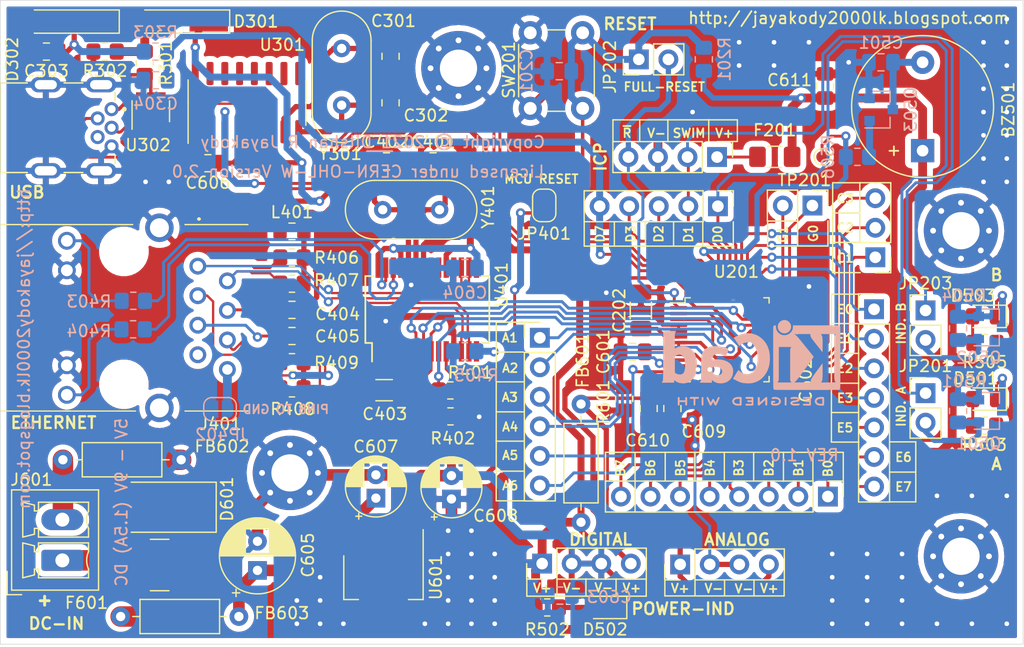
<source format=kicad_pcb>
(kicad_pcb (version 20171130) (host pcbnew 5.1.7-a382d34a8~88~ubuntu20.04.1)
  (title_block (title "STM8S005C6T6 Ethernet development board") (date 2021-03-01) (rev 1.0.0) (company "Dilshan R Jayakody") (comment 1 jayakody2000lk@gmail.com) (comment 2 https://jayakody2000lk.blogspot.com) (comment 3 https://github.com/dilshan/stm8s005-iot-devboard) (comment 4 "License under CERN-OHL-W Version 2.0"))
  (layers (0 F.Cu signal hide) (31 B.Cu signal) (34 B.Paste user hide) (35 F.Paste user hide) (36 B.SilkS user) (37 F.SilkS user hide) (38 B.Mask user) (39 F.Mask user hide) (44 Edge.Cuts user))
  (net 0 "")
  (net 1 +3V3)
  (net 2 "Net-(BZ501-Pad2)")
  (net 3 RESET)
  (net 4 GND)
  (net 5 /MCU-SYS/VCAP)
  (net 6 "Net-(C301-Pad1)")
  (net 7 "Net-(C302-Pad1)")
  (net 8 "Net-(C303-Pad1)")
  (net 9 USB-DET)
  (net 10 "Net-(C401-Pad1)")
  (net 11 "Net-(C402-Pad1)")
  (net 12 "Net-(C403-Pad1)")
  (net 13 /ETH-PHY/NET-TPOUTN)
  (net 14 /ETH-PHY/NET-TPINN)
  (net 15 "Net-(C605-Pad1)")
  (net 16 +3.3VA)
  (net 17 "Net-(D501-Pad2)")
  (net 18 "Net-(D501-Pad1)")
  (net 19 "Net-(D502-Pad2)")
  (net 20 "Net-(D503-Pad1)")
  (net 21 "Net-(D503-Pad2)")
  (net 22 "Net-(D601-Pad1)")
  (net 23 "Net-(F201-Pad1)")
  (net 24 "Net-(F601-Pad2)")
  (net 25 "Net-(FB602-Pad2)")
  (net 26 /MCU-SYS/PG1)
  (net 27 /MCU-SYS/PG0)
  (net 28 /MCU-SYS/PE0)
  (net 29 /MCU-SYS/PE1)
  (net 30 /MCU-SYS/PE2)
  (net 31 /MCU-SYS/PE3)
  (net 32 /MCU-SYS/PE5)
  (net 33 /MCU-SYS/PE6)
  (net 34 /MCU-SYS/PE7)
  (net 35 /MCU-SYS/PB0)
  (net 36 /MCU-SYS/PB1)
  (net 37 /MCU-SYS/PB2)
  (net 38 /MCU-SYS/PB3)
  (net 39 /MCU-SYS/PB4)
  (net 40 /MCU-SYS/PB5)
  (net 41 /MCU-SYS/PB6)
  (net 42 /MCU-SYS/PB7)
  (net 43 /MCU-SYS/PA1)
  (net 44 /MCU-SYS/PA2)
  (net 45 /MCU-SYS/PA3)
  (net 46 /MCU-SYS/PA4)
  (net 47 /MCU-SYS/PA5)
  (net 48 /MCU-SYS/PA6)
  (net 49 /MCU-SYS/PC1)
  (net 50 /MCU-SYS/PC2)
  (net 51 /MCU-SYS/PC3)
  (net 52 /MCU-SYS/PD0)
  (net 53 /MCU-SYS/PD1)
  (net 54 /MCU-SYS/PD2)
  (net 55 /MCU-SYS/PD3)
  (net 56 Vdrive)
  (net 57 /UART-USB/USB-DVS+)
  (net 58 /UART-USB/USB-DVS-)
  (net 59 /ETH-PHY/NET-LED-B)
  (net 60 /ETH-PHY/NET-LED-A)
  (net 61 "Net-(J401-Pad8)")
  (net 62 /ETH-PHY/NET-TPIN-)
  (net 63 /ETH-PHY/NET-TPIN+)
  (net 64 /ETH-PHY/NET-TPOUT-)
  (net 65 /ETH-PHY/NET-TPOUT+)
  (net 66 GNDA)
  (net 67 IND-A)
  (net 68 IND-B)
  (net 69 "Net-(JP401-Pad2)")
  (net 70 "Net-(Q503-Pad1)")
  (net 71 SPI-CS)
  (net 72 SCK)
  (net 73 "Net-(R403-Pad2)")
  (net 74 "Net-(R404-Pad2)")
  (net 75 "Net-(R405-Pad1)")
  (net 76 BEEP-SPK)
  (net 77 MOSI)
  (net 78 MISO)
  (net 79 MCU-TX)
  (net 80 MCU-RX)
  (net 81 /UART-USB/USB-D+)
  (net 82 /UART-USB/USB-D-)
  (net 83 /MCU-SYS/SYS-RESET)
  (module Symbol:KiCad-Logo2_6mm_SilkScreen (layer B.Cu) (at 145.034 102.87 180)
    (fp_text reference REF** hide)
    (fp_text value KiCad-Logo2_6mm_SilkScreen hide)
  )
  (module sensor-dev-kit:HR911105A (layer F.Cu) (at 97.49 95.25 90)
    (fp_text reference J401 (at -13.57 1.94 180) (layer F.SilkS))
    (fp_text value HR911105A hide)
    (pad MH4 np_thru_hole circle (at -10.16 -6.35 90) (size 3.25 0) (drill 3.25) (layers *.Cu *.Mask))
    (pad MH3 np_thru_hole circle (at 1.27 -6.35 90) (size 3.25 0) (drill 3.25) (layers *.Cu *.Mask))
    (pad MH2 thru_hole circle (at -12.19 -3.3 90) (size 2.445 2.445) (drill 1.63) (layers *.Cu *.Mask) (net 4 GND))
    (pad MH1 thru_hole circle (at 3.3 -3.3 90) (size 2.445 2.445) (drill 1.63) (layers *.Cu *.Mask) (net 4 GND))
    (pad 12 thru_hole circle (at -11.07 -11.25 90) (size 1.53 1.53) (drill 1.02) (layers *.Cu *.Mask) (net 59 /ETH-PHY/NET-LED-B))
    (pad 11 thru_hole circle (at -8.53 -11.25 90) (size 1.53 1.53) (drill 1.02) (layers *.Cu *.Mask) (net 4 GND))
    (pad 10 thru_hole circle (at -0.36 -11.25 90) (size 1.53 1.53) (drill 1.02) (layers *.Cu *.Mask) (net 4 GND))
    (pad 9 thru_hole circle (at 2.18 -11.25 90) (size 1.53 1.53) (drill 1.02) (layers *.Cu *.Mask) (net 60 /ETH-PHY/NET-LED-A))
    (pad 8 thru_hole circle (at -8.89 2.54 90) (size 1.446 1.446) (drill 0.89) (layers *.Cu *.Mask) (net 61 "Net-(J401-Pad8)"))
    (pad 7 thru_hole circle (at -7.62 0 90) (size 1.446 1.446) (drill 0.89) (layers *.Cu *.Mask))
    (pad 6 thru_hole circle (at -6.35 2.54 90) (size 1.446 1.446) (drill 0.89) (layers *.Cu *.Mask) (net 62 /ETH-PHY/NET-TPIN-))
    (pad 5 thru_hole circle (at -5.08 0 90) (size 1.446 1.446) (drill 0.89) (layers *.Cu *.Mask) (net 14 /ETH-PHY/NET-TPINN))
    (pad 4 thru_hole circle (at -3.81 2.54 90) (size 1.446 1.446) (drill 0.89) (layers *.Cu *.Mask) (net 13 /ETH-PHY/NET-TPOUTN))
    (pad 3 thru_hole circle (at -2.54 0 90) (size 1.446 1.446) (drill 0.89) (layers *.Cu *.Mask) (net 63 /ETH-PHY/NET-TPIN+))
    (pad 2 thru_hole circle (at -1.27 2.54 90) (size 1.446 1.446) (drill 0.89) (layers *.Cu *.Mask) (net 64 /ETH-PHY/NET-TPOUT-))
    (pad 1 thru_hole circle (at 0 0 90) (size 1.446 1.446) (drill 0.89) (layers *.Cu *.Mask) (net 65 /ETH-PHY/NET-TPOUT+))
  )
  (module Package_SO:SSOP-28_5.3x10.2mm_P0.65mm (layer F.Cu) (at 117.21 98.98 90)
    (fp_text reference U401 (at 2.13 6.38 90) (layer F.SilkS))
    (fp_text value ENC28J60x-SS)
    (pad 1 smd rect (at -3.6 -4.225 90) (size 1.75 0.45) (layers F.Cu F.Paste F.Mask) (net 12 "Net-(C403-Pad1)"))
    (pad 2 smd rect (at -3.6 -3.575 90) (size 1.75 0.45) (layers F.Cu F.Paste F.Mask) (net 4 GND))
    (pad 3 smd rect (at -3.6 -2.925 90) (size 1.75 0.45) (layers F.Cu F.Paste F.Mask))
    (pad 4 smd rect (at -3.6 -2.275 90) (size 1.75 0.45) (layers F.Cu F.Paste F.Mask))
    (pad 5 smd rect (at -3.6 -1.625 90) (size 1.75 0.45) (layers F.Cu F.Paste F.Mask))
    (pad 6 smd rect (at -3.6 -0.975 90) (size 1.75 0.45) (layers F.Cu F.Paste F.Mask) (net 78 MISO))
    (pad 7 smd rect (at -3.6 -0.325 90) (size 1.75 0.45) (layers F.Cu F.Paste F.Mask) (net 77 MOSI))
    (pad 8 smd rect (at -3.6 0.325 90) (size 1.75 0.45) (layers F.Cu F.Paste F.Mask) (net 72 SCK))
    (pad 9 smd rect (at -3.6 0.975 90) (size 1.75 0.45) (layers F.Cu F.Paste F.Mask) (net 71 SPI-CS))
    (pad 10 smd rect (at -3.6 1.625 90) (size 1.75 0.45) (layers F.Cu F.Paste F.Mask) (net 69 "Net-(JP401-Pad2)"))
    (pad 11 smd rect (at -3.6 2.275 90) (size 1.75 0.45) (layers F.Cu F.Paste F.Mask) (net 4 GND))
    (pad 12 smd rect (at -3.6 2.925 90) (size 1.75 0.45) (layers F.Cu F.Paste F.Mask) (net 62 /ETH-PHY/NET-TPIN-))
    (pad 13 smd rect (at -3.6 3.575 90) (size 1.75 0.45) (layers F.Cu F.Paste F.Mask) (net 63 /ETH-PHY/NET-TPIN+))
    (pad 14 smd rect (at -3.6 4.225 90) (size 1.75 0.45) (layers F.Cu F.Paste F.Mask) (net 75 "Net-(R405-Pad1)"))
    (pad 15 smd rect (at 3.6 4.225 90) (size 1.75 0.45) (layers F.Cu F.Paste F.Mask) (net 1 +3V3))
    (pad 16 smd rect (at 3.6 3.575 90) (size 1.75 0.45) (layers F.Cu F.Paste F.Mask) (net 64 /ETH-PHY/NET-TPOUT-))
    (pad 17 smd rect (at 3.6 2.925 90) (size 1.75 0.45) (layers F.Cu F.Paste F.Mask) (net 65 /ETH-PHY/NET-TPOUT+))
    (pad 18 smd rect (at 3.6 2.275 90) (size 1.75 0.45) (layers F.Cu F.Paste F.Mask) (net 4 GND))
    (pad 19 smd rect (at 3.6 1.625 90) (size 1.75 0.45) (layers F.Cu F.Paste F.Mask) (net 1 +3V3))
    (pad 20 smd rect (at 3.6 0.975 90) (size 1.75 0.45) (layers F.Cu F.Paste F.Mask) (net 1 +3V3))
    (pad 21 smd rect (at 3.6 0.325 90) (size 1.75 0.45) (layers F.Cu F.Paste F.Mask) (net 4 GND))
    (pad 22 smd rect (at 3.6 -0.325 90) (size 1.75 0.45) (layers F.Cu F.Paste F.Mask) (net 4 GND))
    (pad 23 smd rect (at 3.6 -0.975 90) (size 1.75 0.45) (layers F.Cu F.Paste F.Mask) (net 10 "Net-(C401-Pad1)"))
    (pad 24 smd rect (at 3.6 -1.625 90) (size 1.75 0.45) (layers F.Cu F.Paste F.Mask) (net 11 "Net-(C402-Pad1)"))
    (pad 25 smd rect (at 3.6 -2.275 90) (size 1.75 0.45) (layers F.Cu F.Paste F.Mask) (net 1 +3V3))
    (pad 26 smd rect (at 3.6 -2.925 90) (size 1.75 0.45) (layers F.Cu F.Paste F.Mask) (net 74 "Net-(R404-Pad2)"))
    (pad 27 smd rect (at 3.6 -3.575 90) (size 1.75 0.45) (layers F.Cu F.Paste F.Mask) (net 73 "Net-(R403-Pad2)"))
    (pad 28 smd rect (at 3.6 -4.225 90) (size 1.75 0.45) (layers F.Cu F.Paste F.Mask) (net 1 +3V3))
  )
  (module Buzzer_Beeper:Buzzer_12x9.5RM7.6 (layer F.Cu) (at 159.766 85.324 90)
    (fp_text reference BZ501 (at 3.536 7.366 270) (layer F.SilkS))
    (fp_text value Passive-Buzzer)
    (fp_text user + (at -0.01 -2.54 90) (layer F.SilkS))
    (pad 1 thru_hole rect (at 0 0 90) (size 2 2) (drill 1) (layers *.Cu *.Mask) (net 1 +3V3))
    (pad 2 thru_hole circle (at 7.6 0 90) (size 2 2) (drill 1) (layers *.Cu *.Mask) (net 2 "Net-(BZ501-Pad2)"))
  )
  (module Capacitor_SMD:C_0805_2012Metric_Pad1.18x1.45mm_HandSolder (layer B.Cu) (at 128.5455 78.486 180)
    (fp_text reference C201 (at 2.8155 0 270) (layer B.SilkS) (effects (justify mirror)))
    (fp_text value 0.1MFD)
    (pad 1 smd roundrect (at -1.0375 0 180) (size 1.175 1.45) (layers B.Cu B.Paste B.Mask) (roundrect_rratio 0.2127659574468085) (net 3 RESET))
    (pad 2 smd roundrect (at 1.0375 0 180) (size 1.175 1.45) (layers B.Cu B.Paste B.Mask) (roundrect_rratio 0.2127659574468085) (net 4 GND))
  )
  (module Capacitor_SMD:C_1206_3216Metric_Pad1.33x1.80mm_HandSolder (layer F.Cu) (at 135.556 99.0575 90)
    (fp_text reference C202 (at 0 -1.85 90) (layer F.SilkS))
    (fp_text value "1MFD / 10V")
    (pad 1 smd roundrect (at -1.5625 0 90) (size 1.325 1.8) (layers F.Cu F.Paste F.Mask) (roundrect_rratio 0.1886784905660377) (net 5 /MCU-SYS/VCAP))
    (pad 2 smd roundrect (at 1.5625 0 90) (size 1.325 1.8) (layers F.Cu F.Paste F.Mask) (roundrect_rratio 0.1886784905660377) (net 4 GND))
  )
  (module Capacitor_SMD:C_0805_2012Metric_Pad1.18x1.45mm_HandSolder (layer F.Cu) (at 114.05 77.2075 270)
    (fp_text reference C301 (at -3.0395 -0.25 180) (layer F.SilkS))
    (fp_text value 22pF)
    (pad 1 smd roundrect (at -1.0375 0 270) (size 1.175 1.45) (layers F.Cu F.Paste F.Mask) (roundrect_rratio 0.2127659574468085) (net 6 "Net-(C301-Pad1)"))
    (pad 2 smd roundrect (at 1.0375 0 270) (size 1.175 1.45) (layers F.Cu F.Paste F.Mask) (roundrect_rratio 0.2127659574468085) (net 4 GND))
  )
  (module Capacitor_SMD:C_0805_2012Metric_Pad1.18x1.45mm_HandSolder (layer F.Cu) (at 114.05 81.2075 90)
    (fp_text reference C302 (at -1.0885 3.044 180) (layer F.SilkS))
    (fp_text value 22pF)
    (pad 2 smd roundrect (at 1.0375 0 90) (size 1.175 1.45) (layers F.Cu F.Paste F.Mask) (roundrect_rratio 0.2127659574468085) (net 4 GND))
    (pad 1 smd roundrect (at -1.0375 0 90) (size 1.175 1.45) (layers F.Cu F.Paste F.Mask) (roundrect_rratio 0.2127659574468085) (net 7 "Net-(C302-Pad1)"))
  )
  (module Capacitor_SMD:C_0805_2012Metric_Pad1.18x1.45mm_HandSolder (layer F.Cu) (at 84.4825 76.8 180)
    (fp_text reference C303 (at 0 -1.68) (layer F.SilkS))
    (fp_text value 0.01MFD)
    (pad 1 smd roundrect (at -1.0375 0 180) (size 1.175 1.45) (layers F.Cu F.Paste F.Mask) (roundrect_rratio 0.2127659574468085) (net 8 "Net-(C303-Pad1)"))
    (pad 2 smd roundrect (at 1.0375 0 180) (size 1.175 1.45) (layers F.Cu F.Paste F.Mask) (roundrect_rratio 0.2127659574468085) (net 4 GND))
  )
  (module Capacitor_SMD:C_0805_2012Metric_Pad1.18x1.45mm_HandSolder (layer B.Cu) (at 93.8575 79.26 180)
    (fp_text reference C304 (at 0 -2.02) (layer B.SilkS) (effects (justify mirror)))
    (fp_text value 0.01MFD)
    (pad 2 smd roundrect (at 1.0375 0 180) (size 1.175 1.45) (layers B.Cu B.Paste B.Mask) (roundrect_rratio 0.2127659574468085) (net 4 GND))
    (pad 1 smd roundrect (at -1.0375 0 180) (size 1.175 1.45) (layers B.Cu B.Paste B.Mask) (roundrect_rratio 0.2127659574468085) (net 9 USB-DET))
  )
  (module Capacitor_SMD:C_0805_2012Metric_Pad1.18x1.45mm_HandSolder (layer F.Cu) (at 117.7025 86.24 180)
    (fp_text reference C401 (at 0 1.658) (layer F.SilkS))
    (fp_text value 22pF)
    (pad 2 smd roundrect (at 1.0375 0 180) (size 1.175 1.45) (layers F.Cu F.Paste F.Mask) (roundrect_rratio 0.2127659574468085) (net 4 GND))
    (pad 1 smd roundrect (at -1.0375 0 180) (size 1.175 1.45) (layers F.Cu F.Paste F.Mask) (roundrect_rratio 0.2127659574468085) (net 10 "Net-(C401-Pad1)"))
  )
  (module Capacitor_SMD:C_0805_2012Metric_Pad1.18x1.45mm_HandSolder (layer F.Cu) (at 113.7025 86.24)
    (fp_text reference C402 (at 0 -1.68) (layer F.SilkS))
    (fp_text value 22pF)
    (pad 1 smd roundrect (at -1.0375 0) (size 1.175 1.45) (layers F.Cu F.Paste F.Mask) (roundrect_rratio 0.2127659574468085) (net 11 "Net-(C402-Pad1)"))
    (pad 2 smd roundrect (at 1.0375 0) (size 1.175 1.45) (layers F.Cu F.Paste F.Mask) (roundrect_rratio 0.2127659574468085) (net 4 GND))
  )
  (module Capacitor_SMD:C_1206_3216Metric_Pad1.33x1.80mm_HandSolder (layer F.Cu) (at 113.4995 105.918)
    (fp_text reference C403 (at 0.0605 2.052) (layer F.SilkS))
    (fp_text value "10MFD / 10V")
    (pad 2 smd roundrect (at 1.5625 0) (size 1.325 1.8) (layers F.Cu F.Paste F.Mask) (roundrect_rratio 0.1886784905660377) (net 4 GND))
    (pad 1 smd roundrect (at -1.5625 0) (size 1.325 1.8) (layers F.Cu F.Paste F.Mask) (roundrect_rratio 0.1886784905660377) (net 12 "Net-(C403-Pad1)"))
  )
  (module Capacitor_SMD:C_0805_2012Metric_Pad1.18x1.45mm_HandSolder (layer F.Cu) (at 105.58 99.01)
    (fp_text reference C404 (at 3.92 0.37) (layer F.SilkS))
    (fp_text value 0.1MFD)
    (pad 1 smd roundrect (at -1.0375 0) (size 1.175 1.45) (layers F.Cu F.Paste F.Mask) (roundrect_rratio 0.2127659574468085) (net 13 /ETH-PHY/NET-TPOUTN))
    (pad 2 smd roundrect (at 1.0375 0) (size 1.175 1.45) (layers F.Cu F.Paste F.Mask) (roundrect_rratio 0.2127659574468085) (net 4 GND))
  )
  (module Capacitor_SMD:C_0805_2012Metric_Pad1.18x1.45mm_HandSolder (layer F.Cu) (at 105.58 101.26)
    (fp_text reference C405 (at 3.9 0.03) (layer F.SilkS))
    (fp_text value 0.1MFD)
    (pad 1 smd roundrect (at -1.0375 0) (size 1.175 1.45) (layers F.Cu F.Paste F.Mask) (roundrect_rratio 0.2127659574468085) (net 14 /ETH-PHY/NET-TPINN))
    (pad 2 smd roundrect (at 1.0375 0) (size 1.175 1.45) (layers F.Cu F.Paste F.Mask) (roundrect_rratio 0.2127659574468085) (net 4 GND))
  )
  (module Capacitor_SMD:C_0805_2012Metric_Pad1.18x1.45mm_HandSolder (layer B.Cu) (at 156.1885 77.724 180)
    (fp_text reference C501 (at 0 1.68) (layer B.SilkS) (effects (justify mirror)))
    (fp_text value 0.1MFD)
    (pad 2 smd roundrect (at 1.0375 0 180) (size 1.175 1.45) (layers B.Cu B.Paste B.Mask) (roundrect_rratio 0.2127659574468085) (net 4 GND))
    (pad 1 smd roundrect (at -1.0375 0 180) (size 1.175 1.45) (layers B.Cu B.Paste B.Mask) (roundrect_rratio 0.2127659574468085) (net 2 "Net-(BZ501-Pad2)"))
  )
  (module Capacitor_SMD:C_0805_2012Metric_Pad1.18x1.45mm_HandSolder (layer F.Cu) (at 134.8525 102.62 180)
    (fp_text reference C601 (at 2.5185 0.004 90) (layer F.SilkS))
    (fp_text value 0.1MFD)
    (pad 1 smd roundrect (at -1.0375 0 180) (size 1.175 1.45) (layers F.Cu F.Paste F.Mask) (roundrect_rratio 0.2127659574468085) (net 1 +3V3))
    (pad 2 smd roundrect (at 1.0375 0 180) (size 1.175 1.45) (layers F.Cu F.Paste F.Mask) (roundrect_rratio 0.2127659574468085) (net 4 GND))
  )
  (module Capacitor_SMD:C_0805_2012Metric_Pad1.18x1.45mm_HandSolder (layer F.Cu) (at 149.706 100.8025 270)
    (fp_text reference C602 (at 4.2575 -0.014 90) (layer F.SilkS))
    (fp_text value 0.1MFD)
    (pad 1 smd roundrect (at -1.0375 0 270) (size 1.175 1.45) (layers F.Cu F.Paste F.Mask) (roundrect_rratio 0.2127659574468085) (net 1 +3V3))
    (pad 2 smd roundrect (at 1.0375 0 270) (size 1.175 1.45) (layers F.Cu F.Paste F.Mask) (roundrect_rratio 0.2127659574468085) (net 4 GND))
  )
  (module Capacitor_SMD:C_0805_2012Metric_Pad1.18x1.45mm_HandSolder (layer B.Cu) (at 128.5985 123.58)
    (fp_text reference C603 (at 4.2435 0.118 180) (layer B.SilkS) (effects (justify mirror)))
    (fp_text value 0.1MFD)
    (pad 2 smd roundrect (at 1.0375 0) (size 1.175 1.45) (layers B.Cu B.Paste B.Mask) (roundrect_rratio 0.2127659574468085) (net 4 GND))
    (pad 1 smd roundrect (at -1.0375 0) (size 1.175 1.45) (layers B.Cu B.Paste B.Mask) (roundrect_rratio 0.2127659574468085) (net 1 +3V3))
  )
  (module Capacitor_SMD:C_0805_2012Metric_Pad1.18x1.45mm_HandSolder (layer B.Cu) (at 120.44 95.41 180)
    (fp_text reference C604 (at 0 -2.126) (layer B.SilkS) (effects (justify mirror)))
    (fp_text value 0.1MFD)
    (pad 1 smd roundrect (at -1.0375 0 180) (size 1.175 1.45) (layers B.Cu B.Paste B.Mask) (roundrect_rratio 0.2127659574468085) (net 1 +3V3))
    (pad 2 smd roundrect (at 1.0375 0 180) (size 1.175 1.45) (layers B.Cu B.Paste B.Mask) (roundrect_rratio 0.2127659574468085) (net 4 GND))
  )
  (module Capacitor_THT:CP_Radial_D6.3mm_P2.50mm (layer F.Cu) (at 102.616 121.412 90)
    (fp_text reference C605 (at 1.312 4.334 90) (layer F.SilkS))
    (fp_text value "100MFD / 25V")
    (pad 1 thru_hole rect (at 0 0 90) (size 1.6 1.6) (drill 0.8) (layers *.Cu *.Mask) (net 15 "Net-(C605-Pad1)"))
    (pad 2 thru_hole circle (at 2.5 0 90) (size 1.6 1.6) (drill 0.8) (layers *.Cu *.Mask) (net 4 GND))
  )
  (module Capacitor_SMD:C_0805_2012Metric_Pad1.18x1.45mm_HandSolder (layer F.Cu) (at 98.36 86.4 180)
    (fp_text reference C606 (at 0 -1.68) (layer F.SilkS))
    (fp_text value 0.1MFD)
    (pad 2 smd roundrect (at 1.0375 0 180) (size 1.175 1.45) (layers F.Cu F.Paste F.Mask) (roundrect_rratio 0.2127659574468085) (net 4 GND))
    (pad 1 smd roundrect (at -1.0375 0 180) (size 1.175 1.45) (layers F.Cu F.Paste F.Mask) (roundrect_rratio 0.2127659574468085) (net 1 +3V3))
  )
  (module Capacitor_THT:CP_Radial_D5.0mm_P2.00mm (layer F.Cu) (at 112.792 115.2 90)
    (fp_text reference C607 (at 4.43 -0.012 180) (layer F.SilkS))
    (fp_text value "10MFD / 25V")
    (pad 1 thru_hole rect (at 0 0 90) (size 1.6 1.6) (drill 0.8) (layers *.Cu *.Mask) (net 15 "Net-(C605-Pad1)"))
    (pad 2 thru_hole circle (at 2 0 90) (size 1.6 1.6) (drill 0.8) (layers *.Cu *.Mask) (net 4 GND))
  )
  (module Capacitor_THT:CP_Radial_D5.0mm_P2.00mm (layer F.Cu) (at 119.282 115.27 90)
    (fp_text reference C608 (at -1.45 3.798) (layer F.SilkS))
    (fp_text value "10MFD / 25V")
    (pad 2 thru_hole circle (at 2 0 90) (size 1.6 1.6) (drill 0.8) (layers *.Cu *.Mask) (net 4 GND))
    (pad 1 thru_hole rect (at 0 0 90) (size 1.6 1.6) (drill 0.8) (layers *.Cu *.Mask) (net 1 +3V3))
  )
  (module Capacitor_SMD:C_0805_2012Metric_Pad1.18x1.45mm_HandSolder (layer F.Cu) (at 138.266 107.4975 270)
    (fp_text reference C609 (at 1.9765 -2.704 180) (layer F.SilkS))
    (fp_text value 0.1MFD)
    (pad 2 smd roundrect (at 1.0375 0 270) (size 1.175 1.45) (layers F.Cu F.Paste F.Mask) (roundrect_rratio 0.2127659574468085) (net 66 GNDA))
    (pad 1 smd roundrect (at -1.0375 0 270) (size 1.175 1.45) (layers F.Cu F.Paste F.Mask) (roundrect_rratio 0.2127659574468085) (net 16 +3.3VA))
  )
  (module Capacitor_SMD:C_0805_2012Metric_Pad1.18x1.45mm_HandSolder (layer F.Cu) (at 136.226 107.4925 270)
    (fp_text reference C610 (at 2.7435 0.082 180) (layer F.SilkS))
    (fp_text value "1MFD / 10V")
    (pad 2 smd roundrect (at 1.0375 0 270) (size 1.175 1.45) (layers F.Cu F.Paste F.Mask) (roundrect_rratio 0.2127659574468085) (net 66 GNDA))
    (pad 1 smd roundrect (at -1.0375 0 270) (size 1.175 1.45) (layers F.Cu F.Paste F.Mask) (roundrect_rratio 0.2127659574468085) (net 16 +3.3VA))
  )
  (module Diode_SMD:D_MiniMELF_Handsoldering (layer F.Cu) (at 95.68 74.22 180)
    (fp_text reference D301 (at -6.81 0) (layer F.SilkS))
    (fp_text value 1N4148)
    (pad 2 smd rect (at 2.75 0 180) (size 3.3 1.7) (layers F.Cu F.Paste F.Mask) (net 8 "Net-(C303-Pad1)"))
    (pad 1 smd rect (at -2.75 0 180) (size 3.3 1.7) (layers F.Cu F.Paste F.Mask) (net 1 +3V3))
  )
  (module Diode_SMD:D_MiniMELF_Handsoldering (layer F.Cu) (at 86.19 74.22 180)
    (fp_text reference D302 (at 4.656 -3.25 90) (layer F.SilkS))
    (fp_text value 1N4148)
    (pad 1 smd rect (at -2.75 0 180) (size 3.3 1.7) (layers F.Cu F.Paste F.Mask) (net 8 "Net-(C303-Pad1)"))
    (pad 2 smd rect (at 2.75 0 180) (size 3.3 1.7) (layers F.Cu F.Paste F.Mask) (net 4 GND))
  )
  (module LED_SMD:LED_0805_2012Metric_Pad1.15x1.40mm_HandSolder (layer F.Cu) (at 165.1 106.68 180)
    (fp_text reference D501 (at 0.762 1.778) (layer F.SilkS))
    (fp_text value LED-GREEN-0805)
    (pad 2 smd roundrect (at 1.025 0 180) (size 1.15 1.4) (layers F.Cu F.Paste F.Mask) (roundrect_rratio 0.2173904347826087) (net 17 "Net-(D501-Pad2)"))
    (pad 1 smd roundrect (at -1.025 0 180) (size 1.15 1.4) (layers F.Cu F.Paste F.Mask) (roundrect_rratio 0.2173904347826087) (net 18 "Net-(D501-Pad1)"))
  )
  (module LED_SMD:LED_0805_2012Metric_Pad1.15x1.40mm_HandSolder (layer F.Cu) (at 132.491 124.6 180)
    (fp_text reference D502 (at 0 -1.892) (layer F.SilkS))
    (fp_text value LED-RED-0805)
    (pad 1 smd roundrect (at -1.025 0 180) (size 1.15 1.4) (layers F.Cu F.Paste F.Mask) (roundrect_rratio 0.2173904347826087) (net 4 GND))
    (pad 2 smd roundrect (at 1.025 0 180) (size 1.15 1.4) (layers F.Cu F.Paste F.Mask) (roundrect_rratio 0.2173904347826087) (net 19 "Net-(D502-Pad2)"))
  )
  (module LED_SMD:LED_0805_2012Metric_Pad1.15x1.40mm_HandSolder (layer F.Cu) (at 165.091 99.568 180)
    (fp_text reference D503 (at 1.007 1.778) (layer F.SilkS))
    (fp_text value LED-YELLOW-0805)
    (pad 1 smd roundrect (at -1.025 0 180) (size 1.15 1.4) (layers F.Cu F.Paste F.Mask) (roundrect_rratio 0.2173904347826087) (net 20 "Net-(D503-Pad1)"))
    (pad 2 smd roundrect (at 1.025 0 180) (size 1.15 1.4) (layers F.Cu F.Paste F.Mask) (roundrect_rratio 0.2173904347826087) (net 21 "Net-(D503-Pad2)"))
  )
  (module Diode_SMD:D_SMB_Handsoldering (layer F.Cu) (at 94.47 115.98 180)
    (fp_text reference D601 (at -5.53 0.7 90) (layer F.SilkS))
    (fp_text value SS24)
    (pad 1 smd rect (at -2.7 0 180) (size 3.5 2.3) (layers F.Cu F.Paste F.Mask) (net 22 "Net-(D601-Pad1)"))
    (pad 2 smd rect (at 2.7 0 180) (size 3.5 2.3) (layers F.Cu F.Paste F.Mask) (net 4 GND))
  )
  (module Fuse:Fuse_1206_3216Metric_Pad1.42x1.75mm_HandSolder (layer F.Cu) (at 147.066 85.852)
    (fp_text reference F201 (at 0 -2.286) (layer F.SilkS))
    (fp_text value 100mA)
    (pad 1 smd roundrect (at -1.4875 0) (size 1.425 1.75) (layers F.Cu F.Paste F.Mask) (roundrect_rratio 0.1754385964912281) (net 23 "Net-(F201-Pad1)"))
    (pad 2 smd roundrect (at 1.4875 0) (size 1.425 1.75) (layers F.Cu F.Paste F.Mask) (roundrect_rratio 0.1754385964912281) (net 1 +3V3))
  )
  (module Inductor_THT:L_Axial_L6.6mm_D2.7mm_P10.16mm_Horizontal_Vishay_IM-2 (layer F.Cu) (at 130.416 107.11 270)
    (fp_text reference FB601 (at -3.732 -0.14 90) (layer F.SilkS))
    (fp_text value 0R)
    (pad 1 thru_hole circle (at 0 0 270) (size 1.6 1.6) (drill 0.8) (layers *.Cu *.Mask) (net 16 +3.3VA))
    (pad 2 thru_hole oval (at 10.16 0 270) (size 1.6 1.6) (drill 0.8) (layers *.Cu *.Mask) (net 1 +3V3))
  )
  (module Inductor_THT:L_Axial_L6.6mm_D2.7mm_P10.16mm_Horizontal_Vishay_IM-2 (layer F.Cu) (at 96.06 111.9 180)
    (fp_text reference FB602 (at -3.508 1.156) (layer F.SilkS))
    (fp_text value THT-0ohm)
    (pad 1 thru_hole circle (at 0 0 180) (size 1.6 1.6) (drill 0.8) (layers *.Cu *.Mask) (net 4 GND))
    (pad 2 thru_hole oval (at 10.16 0 180) (size 1.6 1.6) (drill 0.8) (layers *.Cu *.Mask) (net 25 "Net-(FB602-Pad2)"))
  )
  (module Inductor_THT:L_Axial_L6.6mm_D2.7mm_P10.16mm_Horizontal_Vishay_IM-2 (layer F.Cu) (at 101.02 125.38 180)
    (fp_text reference FB603 (at -3.69 0.29) (layer F.SilkS))
    (fp_text value THT-0ohm)
    (pad 2 thru_hole oval (at 10.16 0 180) (size 1.6 1.6) (drill 0.8) (layers *.Cu *.Mask) (net 22 "Net-(D601-Pad1)"))
    (pad 1 thru_hole circle (at 0 0 180) (size 1.6 1.6) (drill 0.8) (layers *.Cu *.Mask) (net 15 "Net-(C605-Pad1)"))
  )
  (module Connector_PinHeader_2.54mm:PinHeader_1x02_P2.54mm_Vertical (layer F.Cu) (at 150.296 90.04 270)
    (fp_text reference J201 hide)
    (fp_text value "2.54mm Female Header")
    (pad 2 thru_hole oval (at 0 2.54 270) (size 1.7 1.7) (drill 1) (layers *.Cu *.Mask) (net 26 /MCU-SYS/PG1))
    (pad 1 thru_hole rect (at 0 0 270) (size 1.7 1.7) (drill 1) (layers *.Cu *.Mask) (net 27 /MCU-SYS/PG0))
  )
  (module Connector_PinHeader_2.54mm:PinHeader_1x07_P2.54mm_Vertical (layer F.Cu) (at 155.596 98.96)
    (fp_text reference J202 hide)
    (fp_text value "2.54mm Female Header")
    (pad 1 thru_hole rect (at 0 0) (size 1.7 1.7) (drill 1) (layers *.Cu *.Mask) (net 28 /MCU-SYS/PE0))
    (pad 2 thru_hole oval (at 0 2.54) (size 1.7 1.7) (drill 1) (layers *.Cu *.Mask) (net 29 /MCU-SYS/PE1))
    (pad 3 thru_hole oval (at 0 5.08) (size 1.7 1.7) (drill 1) (layers *.Cu *.Mask) (net 30 /MCU-SYS/PE2))
    (pad 4 thru_hole oval (at 0 7.62) (size 1.7 1.7) (drill 1) (layers *.Cu *.Mask) (net 31 /MCU-SYS/PE3))
    (pad 5 thru_hole oval (at 0 10.16) (size 1.7 1.7) (drill 1) (layers *.Cu *.Mask) (net 32 /MCU-SYS/PE5))
    (pad 6 thru_hole oval (at 0 12.7) (size 1.7 1.7) (drill 1) (layers *.Cu *.Mask) (net 33 /MCU-SYS/PE6))
    (pad 7 thru_hole oval (at 0 15.24) (size 1.7 1.7) (drill 1) (layers *.Cu *.Mask) (net 34 /MCU-SYS/PE7))
  )
  (module Connector_PinHeader_2.54mm:PinHeader_1x08_P2.54mm_Vertical (layer F.Cu) (at 151.626 115.062 270)
    (fp_text reference J203 hide)
    (fp_text value "2.54mm Female Header")
    (pad 1 thru_hole rect (at 0 0 270) (size 1.7 1.7) (drill 1) (layers *.Cu *.Mask) (net 35 /MCU-SYS/PB0))
    (pad 2 thru_hole oval (at 0 2.54 270) (size 1.7 1.7) (drill 1) (layers *.Cu *.Mask) (net 36 /MCU-SYS/PB1))
    (pad 3 thru_hole oval (at 0 5.08 270) (size 1.7 1.7) (drill 1) (layers *.Cu *.Mask) (net 37 /MCU-SYS/PB2))
    (pad 4 thru_hole oval (at 0 7.62 270) (size 1.7 1.7) (drill 1) (layers *.Cu *.Mask) (net 38 /MCU-SYS/PB3))
    (pad 5 thru_hole oval (at 0 10.16 270) (size 1.7 1.7) (drill 1) (layers *.Cu *.Mask) (net 39 /MCU-SYS/PB4))
    (pad 6 thru_hole oval (at 0 12.7 270) (size 1.7 1.7) (drill 1) (layers *.Cu *.Mask) (net 40 /MCU-SYS/PB5))
    (pad 7 thru_hole oval (at 0 15.24 270) (size 1.7 1.7) (drill 1) (layers *.Cu *.Mask) (net 41 /MCU-SYS/PB6))
    (pad 8 thru_hole oval (at 0 17.78 270) (size 1.7 1.7) (drill 1) (layers *.Cu *.Mask) (net 42 /MCU-SYS/PB7))
  )
  (module Connector_PinHeader_2.54mm:PinHeader_1x06_P2.54mm_Vertical (layer F.Cu) (at 126.876 101.41)
    (fp_text reference J204 hide)
    (fp_text value "2.54mm Female Header")
    (pad 1 thru_hole rect (at 0 0) (size 1.7 1.7) (drill 1) (layers *.Cu *.Mask) (net 43 /MCU-SYS/PA1))
    (pad 2 thru_hole oval (at 0 2.54) (size 1.7 1.7) (drill 1) (layers *.Cu *.Mask) (net 44 /MCU-SYS/PA2))
    (pad 3 thru_hole oval (at 0 5.08) (size 1.7 1.7) (drill 1) (layers *.Cu *.Mask) (net 45 /MCU-SYS/PA3))
    (pad 4 thru_hole oval (at 0 7.62) (size 1.7 1.7) (drill 1) (layers *.Cu *.Mask) (net 46 /MCU-SYS/PA4))
    (pad 5 thru_hole oval (at 0 10.16) (size 1.7 1.7) (drill 1) (layers *.Cu *.Mask) (net 47 /MCU-SYS/PA5))
    (pad 6 thru_hole oval (at 0 12.7) (size 1.7 1.7) (drill 1) (layers *.Cu *.Mask) (net 48 /MCU-SYS/PA6))
  )
  (module Connector_PinHeader_2.54mm:PinHeader_1x03_P2.54mm_Vertical (layer F.Cu) (at 155.702 94.488 180)
    (fp_text reference J205 hide)
    (fp_text value "2.54mm Female Header")
    (pad 1 thru_hole rect (at 0 0 180) (size 1.7 1.7) (drill 1) (layers *.Cu *.Mask) (net 49 /MCU-SYS/PC1))
    (pad 2 thru_hole oval (at 0 2.54 180) (size 1.7 1.7) (drill 1) (layers *.Cu *.Mask) (net 50 /MCU-SYS/PC2))
    (pad 3 thru_hole oval (at 0 5.08 180) (size 1.7 1.7) (drill 1) (layers *.Cu *.Mask) (net 51 /MCU-SYS/PC3))
  )
  (module Connector_PinHeader_2.54mm:PinHeader_1x05_P2.54mm_Vertical (layer F.Cu) (at 142.176 90.1 270)
    (fp_text reference J206 hide)
    (fp_text value "2.54mm Female Header")
    (pad 1 thru_hole rect (at 0 0 270) (size 1.7 1.7) (drill 1) (layers *.Cu *.Mask) (net 52 /MCU-SYS/PD0))
    (pad 2 thru_hole oval (at 0 2.54 270) (size 1.7 1.7) (drill 1) (layers *.Cu *.Mask) (net 53 /MCU-SYS/PD1))
    (pad 3 thru_hole oval (at 0 5.08 270) (size 1.7 1.7) (drill 1) (layers *.Cu *.Mask) (net 54 /MCU-SYS/PD2))
    (pad 4 thru_hole oval (at 0 7.62 270) (size 1.7 1.7) (drill 1) (layers *.Cu *.Mask) (net 55 /MCU-SYS/PD3))
    (pad 5 thru_hole oval (at 0 10.16 270) (size 1.7 1.7) (drill 1) (layers *.Cu *.Mask) (net 9 USB-DET))
  )
  (module Connector_PinHeader_2.54mm:PinHeader_1x04_P2.54mm_Vertical (layer F.Cu) (at 142.106 85.87 270)
    (fp_text reference J207 hide)
    (fp_text value "2.54mm Male Header")
    (pad 1 thru_hole rect (at 0 0 270) (size 1.7 1.7) (drill 1) (layers *.Cu *.Mask) (net 23 "Net-(F201-Pad1)"))
    (pad 2 thru_hole oval (at 0 2.54 270) (size 1.7 1.7) (drill 1) (layers *.Cu *.Mask) (net 53 /MCU-SYS/PD1))
    (pad 3 thru_hole oval (at 0 5.08 270) (size 1.7 1.7) (drill 1) (layers *.Cu *.Mask) (net 4 GND))
    (pad 4 thru_hole oval (at 0 7.62 270) (size 1.7 1.7) (drill 1) (layers *.Cu *.Mask) (net 83 /MCU-SYS/SYS-RESET))
  )
  (module sensor-dev-kit:OMRON_XM7D-0512 (layer F.Cu) (at 89.18 83.35 90)
    (fp_text reference J301 (at -2.369083 -9.810876 90) (layer F.SilkS) (effects (font (size 0.640292 0.640292) (thickness 0.015))))
    (fp_text value XM7D-0512)
    (pad 1 thru_hole circle (at 1.6 0.9 90) (size 1.208 1.208) (drill 0.7) (layers *.Cu *.Mask) (net 56 Vdrive))
    (pad 3 thru_hole circle (at 0 0.9 90) (size 1.208 1.208) (drill 0.7) (layers *.Cu *.Mask) (net 57 /UART-USB/USB-DVS+))
    (pad 5 thru_hole circle (at -1.6 0.9 90) (size 1.208 1.208) (drill 0.7) (layers *.Cu *.Mask) (net 4 GND))
    (pad 2 thru_hole circle (at 0.8 -0.3 90) (size 1.208 1.208) (drill 0.7) (layers *.Cu *.Mask) (net 58 /UART-USB/USB-DVS-))
    (pad 4 thru_hole circle (at -0.8 -0.3 90) (size 1.208 1.208) (drill 0.7) (layers *.Cu *.Mask))
    (pad 6 thru_hole oval (at 3.7 -4.75 90) (size 1.308 2.616) (drill oval 0.8 1.9) (layers *.Cu *.Mask) (net 4 GND))
    (pad 6 thru_hole oval (at 3.7 0 90) (size 1.308 2.616) (drill oval 0.8 1.9) (layers *.Cu *.Mask) (net 4 GND))
    (pad 6 thru_hole oval (at -3.7 0 90) (size 1.308 2.616) (drill oval 0.8 1.9) (layers *.Cu *.Mask) (net 4 GND))
    (pad 6 thru_hole oval (at -3.7 -4.75 90) (size 1.308 2.616) (drill oval 0.8 1.9) (layers *.Cu *.Mask) (net 4 GND))
  )
  (module Connector_Phoenix_MC:PhoenixContact_MCV_1,5_2-G-3.5_1x02_P3.50mm_Vertical (layer F.Cu) (at 85.85 120.55 90)
    (fp_text reference J601 (at 6.94 -2.66 180) (layer F.SilkS))
    (fp_text value "3.5mm Screw Terminal")
    (pad 1 thru_hole roundrect (at 0 0 90) (size 1.8 3.6) (drill 1.2) (layers *.Cu *.Mask) (roundrect_rratio 0.1388888888888889) (net 24 "Net-(F601-Pad2)"))
    (pad 2 thru_hole oval (at 3.5 0 90) (size 1.8 3.6) (drill 1.2) (layers *.Cu *.Mask) (net 25 "Net-(FB602-Pad2)"))
  )
  (module Connector_PinHeader_2.54mm:PinHeader_1x04_P2.54mm_Vertical (layer F.Cu) (at 138.936 120.9 90)
    (fp_text reference J602 hide)
    (fp_text value "2.54mm Female Header")
    (pad 4 thru_hole oval (at 0 7.62 90) (size 1.7 1.7) (drill 1) (layers *.Cu *.Mask) (net 16 +3.3VA))
    (pad 3 thru_hole oval (at 0 5.08 90) (size 1.7 1.7) (drill 1) (layers *.Cu *.Mask) (net 66 GNDA))
    (pad 2 thru_hole oval (at 0 2.54 90) (size 1.7 1.7) (drill 1) (layers *.Cu *.Mask) (net 66 GNDA))
    (pad 1 thru_hole rect (at 0 0 90) (size 1.7 1.7) (drill 1) (layers *.Cu *.Mask) (net 16 +3.3VA))
  )
  (module Connector_PinHeader_2.54mm:PinHeader_1x04_P2.54mm_Vertical (layer F.Cu) (at 127.076 120.83 90)
    (fp_text reference J603 hide)
    (fp_text value "2.54mm Female Header")
    (pad 1 thru_hole rect (at 0 0 90) (size 1.7 1.7) (drill 1) (layers *.Cu *.Mask) (net 1 +3V3))
    (pad 2 thru_hole oval (at 0 2.54 90) (size 1.7 1.7) (drill 1) (layers *.Cu *.Mask) (net 4 GND))
    (pad 3 thru_hole oval (at 0 5.08 90) (size 1.7 1.7) (drill 1) (layers *.Cu *.Mask) (net 4 GND))
    (pad 4 thru_hole oval (at 0 7.62 90) (size 1.7 1.7) (drill 1) (layers *.Cu *.Mask) (net 1 +3V3))
  )
  (module Connector_PinHeader_2.54mm:PinHeader_1x02_P2.54mm_Vertical (layer F.Cu) (at 160.02 106.172)
    (fp_text reference JP201 (at 0 -2.33) (layer F.SilkS))
    (fp_text value "2.54mm Header")
    (pad 1 thru_hole rect (at 0 0) (size 1.7 1.7) (drill 1) (layers *.Cu *.Mask) (net 52 /MCU-SYS/PD0))
    (pad 2 thru_hole oval (at 0 2.54) (size 1.7 1.7) (drill 1) (layers *.Cu *.Mask) (net 67 IND-A))
  )
  (module Connector_PinHeader_2.54mm:PinHeader_1x02_P2.54mm_Vertical (layer F.Cu) (at 135.382 77.47 90)
    (fp_text reference JP202 (at -0.64 -2.482 90) (layer F.SilkS))
    (fp_text value "2.54mm Header")
    (pad 1 thru_hole rect (at 0 0 90) (size 1.7 1.7) (drill 1) (layers *.Cu *.Mask) (net 3 RESET))
    (pad 2 thru_hole oval (at 0 2.54 90) (size 1.7 1.7) (drill 1) (layers *.Cu *.Mask) (net 83 /MCU-SYS/SYS-RESET))
  )
  (module Connector_PinHeader_2.54mm:PinHeader_1x02_P2.54mm_Vertical (layer F.Cu) (at 160.02 99.06)
    (fp_text reference JP203 (at 0 -2.33) (layer F.SilkS))
    (fp_text value "2.54mm Header")
    (pad 2 thru_hole oval (at 0 2.54) (size 1.7 1.7) (drill 1) (layers *.Cu *.Mask) (net 68 IND-B))
    (pad 1 thru_hole rect (at 0 0) (size 1.7 1.7) (drill 1) (layers *.Cu *.Mask) (net 53 /MCU-SYS/PD1))
  )
  (module Jumper:SolderJumper-2_P1.3mm_Bridged2Bar_RoundedPad1.0x1.5mm (layer F.Cu) (at 127.254 90.028 270)
    (fp_text reference JP401 (at 2.428 0 180) (layer F.SilkS))
    (fp_text value SJ-CLOSE)
    (fp_poly (pts (xy -0.25 0.2) (xy 0.25 0.2) (xy 0.25 0.6) (xy -0.25 0.6)) (layer F.Cu) (width 0))
    (fp_poly (pts (xy -0.25 -0.6) (xy 0.25 -0.6) (xy 0.25 -0.2) (xy -0.25 -0.2)) (layer F.Cu) (width 0))
    (pad 2 smd custom (at 0.65 0 270) (size 1 0.5) (layers F.Cu F.Mask) (net 69 "Net-(JP401-Pad2)") (options (clearance outline) (anchor rect)) (primitives (gr_circle (center 0 0.25) (end 0.5 0.25) (width 0)) (gr_circle (center 0 -0.25) (end 0.5 -0.25) (width 0)) (gr_poly (pts (xy -0.5 0.75) (xy -0.5 -0.75) (xy 0 -0.75) (xy 0 0.75)) (width 0))))
    (pad 1 smd custom (at -0.65 0 270) (size 1 0.5) (layers F.Cu F.Mask) (net 3 RESET) (options (clearance outline) (anchor rect)) (primitives (gr_circle (center 0 0.25) (end 0.5 0.25) (width 0)) (gr_circle (center 0 -0.25) (end 0.5 -0.25) (width 0)) (gr_poly (pts (xy 0.5 0.75) (xy 0.5 -0.75) (xy 0 -0.75) (xy 0 0.75)) (width 0))))
  )
  (module Jumper:SolderJumper-2_P1.3mm_Open_RoundedPad1.0x1.5mm (layer B.Cu) (at 99.4 107.55 180)
    (fp_text reference JP402 (at -0.168 -2.178) (layer B.SilkS) (effects (justify mirror)))
    (fp_text value SJ-OPEN)
    (pad 1 smd custom (at -0.65 0 180) (size 1 0.5) (layers B.Cu B.Mask) (net 61 "Net-(J401-Pad8)") (options (clearance outline) (anchor rect)) (primitives (gr_circle (center 0 -0.25) (end 0.5 -0.25) (width 0)) (gr_circle (center 0 0.25) (end 0.5 0.25) (width 0)) (gr_poly (pts (xy 0 0.75) (xy 0.5 0.75) (xy 0.5 -0.75) (xy 0 -0.75)) (width 0))))
    (pad 2 smd custom (at 0.65 0 180) (size 1 0.5) (layers B.Cu B.Mask) (net 4 GND) (options (clearance outline) (anchor rect)) (primitives (gr_circle (center 0 -0.25) (end 0.5 -0.25) (width 0)) (gr_circle (center 0 0.25) (end 0.5 0.25) (width 0)) (gr_poly (pts (xy 0 0.75) (xy -0.5 0.75) (xy -0.5 -0.75) (xy 0 -0.75)) (width 0))))
  )
  (module Inductor_SMD:L_0805_2012Metric_Pad1.15x1.40mm_HandSolder (layer F.Cu) (at 105.58 92.26)
    (fp_text reference L401 (at 0 -1.65) (layer F.SilkS))
    (fp_text value 10uH)
    (pad 1 smd roundrect (at -1.025 0) (size 1.15 1.4) (layers F.Cu F.Paste F.Mask) (roundrect_rratio 0.2173904347826087) (net 1 +3V3))
    (pad 2 smd roundrect (at 1.025 0) (size 1.15 1.4) (layers F.Cu F.Paste F.Mask) (roundrect_rratio 0.2173904347826087) (net 13 /ETH-PHY/NET-TPOUTN))
  )
  (module Package_TO_SOT_SMD:SOT-23 (layer B.Cu) (at 165.608 107.696)
    (fp_text reference Q501 (at -1.016 2.794) (layer B.SilkS) (effects (justify mirror)))
    (fp_text value 2N7002)
    (pad 1 smd rect (at -1 0.95) (size 0.9 0.8) (layers B.Cu B.Paste B.Mask) (net 67 IND-A))
    (pad 2 smd rect (at -1 -0.95) (size 0.9 0.8) (layers B.Cu B.Paste B.Mask) (net 4 GND))
    (pad 3 smd rect (at 1 0) (size 0.9 0.8) (layers B.Cu B.Paste B.Mask) (net 18 "Net-(D501-Pad1)"))
  )
  (module Package_TO_SOT_SMD:SOT-23 (layer B.Cu) (at 165.592 100.518)
    (fp_text reference Q502 (at -1 2.606) (layer B.SilkS) (effects (justify mirror)))
    (fp_text value 2N7002)
    (pad 3 smd rect (at 1 0) (size 0.9 0.8) (layers B.Cu B.Paste B.Mask) (net 20 "Net-(D503-Pad1)"))
    (pad 2 smd rect (at -1 -0.95) (size 0.9 0.8) (layers B.Cu B.Paste B.Mask) (net 4 GND))
    (pad 1 smd rect (at -1 0.95) (size 0.9 0.8) (layers B.Cu B.Paste B.Mask) (net 68 IND-B))
  )
  (module Package_TO_SOT_SMD:SOT-23 (layer B.Cu) (at 156.21 81.788)
    (fp_text reference Q503 (at 2.54 0 270) (layer B.SilkS) (effects (justify mirror)))
    (fp_text value MMBT3904)
    (pad 1 smd rect (at -1 0.95) (size 0.9 0.8) (layers B.Cu B.Paste B.Mask) (net 70 "Net-(Q503-Pad1)"))
    (pad 2 smd rect (at -1 -0.95) (size 0.9 0.8) (layers B.Cu B.Paste B.Mask) (net 4 GND))
    (pad 3 smd rect (at 1 0) (size 0.9 0.8) (layers B.Cu B.Paste B.Mask) (net 2 "Net-(BZ501-Pad2)"))
  )
  (module Resistor_SMD:R_0805_2012Metric_Pad1.20x1.40mm_HandSolder (layer B.Cu) (at 140.97 77.47 90)
    (fp_text reference R201 (at 0 1.778 90) (layer B.SilkS) (effects (justify mirror)))
    (fp_text value 10K)
    (pad 2 smd roundrect (at 1 0 90) (size 1.2 1.4) (layers B.Cu B.Paste B.Mask) (roundrect_rratio 0.2083325) (net 3 RESET))
    (pad 1 smd roundrect (at -1 0 90) (size 1.2 1.4) (layers B.Cu B.Paste B.Mask) (roundrect_rratio 0.2083325) (net 1 +3V3))
  )
  (module Resistor_SMD:R_0805_2012Metric_Pad1.20x1.40mm_HandSolder (layer F.Cu) (at 92.93 77.8 90)
    (fp_text reference R301 (at 0 1.812 90) (layer F.SilkS))
    (fp_text value 6.8K)
    (pad 2 smd roundrect (at 1 0 90) (size 1.2 1.4) (layers F.Cu F.Paste F.Mask) (roundrect_rratio 0.2083325) (net 8 "Net-(C303-Pad1)"))
    (pad 1 smd roundrect (at -1 0 90) (size 1.2 1.4) (layers F.Cu F.Paste F.Mask) (roundrect_rratio 0.2083325) (net 56 Vdrive))
  )
  (module Resistor_SMD:R_0805_2012Metric_Pad1.20x1.40mm_HandSolder (layer F.Cu) (at 89.52 76.8 180)
    (fp_text reference R302 (at 0 -1.65) (layer F.SilkS))
    (fp_text value 10K)
    (pad 1 smd roundrect (at -1 0 180) (size 1.2 1.4) (layers F.Cu F.Paste F.Mask) (roundrect_rratio 0.2083325) (net 8 "Net-(C303-Pad1)"))
    (pad 2 smd roundrect (at 1 0 180) (size 1.2 1.4) (layers F.Cu F.Paste F.Mask) (roundrect_rratio 0.2083325) (net 4 GND))
  )
  (module Resistor_SMD:R_0805_2012Metric_Pad1.20x1.40mm_HandSolder (layer B.Cu) (at 93.85 76.8 180)
    (fp_text reference R303 (at 0 1.65) (layer B.SilkS) (effects (justify mirror)))
    (fp_text value 1K)
    (pad 1 smd roundrect (at -1 0 180) (size 1.2 1.4) (layers B.Cu B.Paste B.Mask) (roundrect_rratio 0.2083325) (net 9 USB-DET))
    (pad 2 smd roundrect (at 1 0 180) (size 1.2 1.4) (layers B.Cu B.Paste B.Mask) (roundrect_rratio 0.2083325) (net 8 "Net-(C303-Pad1)"))
  )
  (module Resistor_SMD:R_0805_2012Metric_Pad1.20x1.40mm_HandSolder (layer F.Cu) (at 119.19 105.94 180)
    (fp_text reference R401 (at -1.714 1.546) (layer F.SilkS))
    (fp_text value 10K)
    (pad 1 smd roundrect (at -1 0 180) (size 1.2 1.4) (layers F.Cu F.Paste F.Mask) (roundrect_rratio 0.2083325) (net 1 +3V3))
    (pad 2 smd roundrect (at 1 0 180) (size 1.2 1.4) (layers F.Cu F.Paste F.Mask) (roundrect_rratio 0.2083325) (net 71 SPI-CS))
  )
  (module Resistor_SMD:R_0805_2012Metric_Pad1.20x1.40mm_HandSolder (layer F.Cu) (at 119.2 108.17)
    (fp_text reference R402 (at 0.2 1.89) (layer F.SilkS))
    (fp_text value 10K)
    (pad 1 smd roundrect (at -1 0) (size 1.2 1.4) (layers F.Cu F.Paste F.Mask) (roundrect_rratio 0.2083325) (net 72 SCK))
    (pad 2 smd roundrect (at 1 0) (size 1.2 1.4) (layers F.Cu F.Paste F.Mask) (roundrect_rratio 0.2083325) (net 4 GND))
  )
  (module Resistor_SMD:R_0805_2012Metric_Pad1.20x1.40mm_HandSolder (layer B.Cu) (at 91.95 98.23)
    (fp_text reference R403 (at -3.812 0.068) (layer B.SilkS) (effects (justify mirror)))
    (fp_text value 1K)
    (pad 2 smd roundrect (at 1 0) (size 1.2 1.4) (layers B.Cu B.Paste B.Mask) (roundrect_rratio 0.2083325) (net 73 "Net-(R403-Pad2)"))
    (pad 1 smd roundrect (at -1 0) (size 1.2 1.4) (layers B.Cu B.Paste B.Mask) (roundrect_rratio 0.2083325) (net 60 /ETH-PHY/NET-LED-A))
  )
  (module Resistor_SMD:R_0805_2012Metric_Pad1.20x1.40mm_HandSolder (layer B.Cu) (at 91.93 100.68)
    (fp_text reference R404 (at -3.792 0.158) (layer B.SilkS) (effects (justify mirror)))
    (fp_text value 1K)
    (pad 1 smd roundrect (at -1 0) (size 1.2 1.4) (layers B.Cu B.Paste B.Mask) (roundrect_rratio 0.2083325) (net 59 /ETH-PHY/NET-LED-B))
    (pad 2 smd roundrect (at 1 0) (size 1.2 1.4) (layers B.Cu B.Paste B.Mask) (roundrect_rratio 0.2083325) (net 74 "Net-(R404-Pad2)"))
  )
  (module Resistor_SMD:R_0805_2012Metric_Pad1.20x1.40mm_HandSolder (layer B.Cu) (at 120.43 102.57 180)
    (fp_text reference R405 (at -0.982 -2.078 180) (layer B.SilkS) (effects (justify mirror)))
    (fp_text value 2.7K)
    (pad 1 smd roundrect (at -1 0 180) (size 1.2 1.4) (layers B.Cu B.Paste B.Mask) (roundrect_rratio 0.2083325) (net 75 "Net-(R405-Pad1)"))
    (pad 2 smd roundrect (at 1 0 180) (size 1.2 1.4) (layers B.Cu B.Paste B.Mask) (roundrect_rratio 0.2083325) (net 4 GND))
  )
  (module Resistor_SMD:R_0805_2012Metric_Pad1.20x1.40mm_HandSolder (layer F.Cu) (at 105.58 94.51)
    (fp_text reference R406 (at 3.84 0.01) (layer F.SilkS))
    (fp_text value 50R)
    (pad 2 smd roundrect (at 1 0) (size 1.2 1.4) (layers F.Cu F.Paste F.Mask) (roundrect_rratio 0.2083325) (net 13 /ETH-PHY/NET-TPOUTN))
    (pad 1 smd roundrect (at -1 0) (size 1.2 1.4) (layers F.Cu F.Paste F.Mask) (roundrect_rratio 0.2083325) (net 65 /ETH-PHY/NET-TPOUT+))
  )
  (module Resistor_SMD:R_0805_2012Metric_Pad1.20x1.40mm_HandSolder (layer F.Cu) (at 105.58 96.76 180)
    (fp_text reference R407 (at -3.83 0.29) (layer F.SilkS))
    (fp_text value 50R)
    (pad 2 smd roundrect (at 1 0 180) (size 1.2 1.4) (layers F.Cu F.Paste F.Mask) (roundrect_rratio 0.2083325) (net 64 /ETH-PHY/NET-TPOUT-))
    (pad 1 smd roundrect (at -1 0 180) (size 1.2 1.4) (layers F.Cu F.Paste F.Mask) (roundrect_rratio 0.2083325) (net 13 /ETH-PHY/NET-TPOUTN))
  )
  (module Resistor_SMD:R_0805_2012Metric_Pad1.20x1.40mm_HandSolder (layer F.Cu) (at 105.58 105.76)
    (fp_text reference R408 (at 0.07 1.78) (layer F.SilkS))
    (fp_text value 50R)
    (pad 1 smd roundrect (at -1 0) (size 1.2 1.4) (layers F.Cu F.Paste F.Mask) (roundrect_rratio 0.2083325) (net 63 /ETH-PHY/NET-TPIN+))
    (pad 2 smd roundrect (at 1 0) (size 1.2 1.4) (layers F.Cu F.Paste F.Mask) (roundrect_rratio 0.2083325) (net 14 /ETH-PHY/NET-TPINN))
  )
  (module Resistor_SMD:R_0805_2012Metric_Pad1.20x1.40mm_HandSolder (layer F.Cu) (at 105.58 103.51 180)
    (fp_text reference R409 (at -3.83 -0.05) (layer F.SilkS))
    (fp_text value 50R)
    (pad 2 smd roundrect (at 1 0 180) (size 1.2 1.4) (layers F.Cu F.Paste F.Mask) (roundrect_rratio 0.2083325) (net 62 /ETH-PHY/NET-TPIN-))
    (pad 1 smd roundrect (at -1 0 180) (size 1.2 1.4) (layers F.Cu F.Paste F.Mask) (roundrect_rratio 0.2083325) (net 14 /ETH-PHY/NET-TPINN))
  )
  (module Resistor_SMD:R_0805_2012Metric_Pad1.20x1.40mm_HandSolder (layer B.Cu) (at 162.814 107.696 90)
    (fp_text reference R501 (at 2.54 0.508) (layer B.SilkS) (effects (justify mirror)))
    (fp_text value 1M)
    (pad 2 smd roundrect (at 1 0 90) (size 1.2 1.4) (layers B.Cu B.Paste B.Mask) (roundrect_rratio 0.2083325) (net 4 GND))
    (pad 1 smd roundrect (at -1 0 90) (size 1.2 1.4) (layers B.Cu B.Paste B.Mask) (roundrect_rratio 0.2083325) (net 67 IND-A))
  )
  (module Resistor_SMD:R_0805_2012Metric_Pad1.20x1.40mm_HandSolder (layer F.Cu) (at 127.516 124.6 180)
    (fp_text reference R502 (at 0 -1.892) (layer F.SilkS))
    (fp_text value 1K)
    (pad 2 smd roundrect (at 1 0 180) (size 1.2 1.4) (layers F.Cu F.Paste F.Mask) (roundrect_rratio 0.2083325) (net 1 +3V3))
    (pad 1 smd roundrect (at -1 0 180) (size 1.2 1.4) (layers F.Cu F.Paste F.Mask) (roundrect_rratio 0.2083325) (net 19 "Net-(D502-Pad2)"))
  )
  (module Resistor_SMD:R_0805_2012Metric_Pad1.20x1.40mm_HandSolder (layer F.Cu) (at 165.084 108.966 180)
    (fp_text reference R503 (at 0 -1.65) (layer F.SilkS))
    (fp_text value 560R)
    (pad 2 smd roundrect (at 1 0 180) (size 1.2 1.4) (layers F.Cu F.Paste F.Mask) (roundrect_rratio 0.2083325) (net 17 "Net-(D501-Pad2)"))
    (pad 1 smd roundrect (at -1 0 180) (size 1.2 1.4) (layers F.Cu F.Paste F.Mask) (roundrect_rratio 0.2083325) (net 1 +3V3))
  )
  (module Resistor_SMD:R_0805_2012Metric_Pad1.20x1.40mm_HandSolder (layer B.Cu) (at 162.814 100.6 90)
    (fp_text reference R504 (at 2.81 0.508) (layer B.SilkS) (effects (justify mirror)))
    (fp_text value 1M)
    (pad 1 smd roundrect (at -1 0 90) (size 1.2 1.4) (layers B.Cu B.Paste B.Mask) (roundrect_rratio 0.2083325) (net 68 IND-B))
    (pad 2 smd roundrect (at 1 0 90) (size 1.2 1.4) (layers B.Cu B.Paste B.Mask) (roundrect_rratio 0.2083325) (net 4 GND))
  )
  (module Resistor_SMD:R_0805_2012Metric_Pad1.20x1.40mm_HandSolder (layer F.Cu) (at 165.116 101.854 180)
    (fp_text reference R505 (at 0 -1.65) (layer F.SilkS))
    (fp_text value 560R)
    (pad 1 smd roundrect (at -1 0 180) (size 1.2 1.4) (layers F.Cu F.Paste F.Mask) (roundrect_rratio 0.2083325) (net 1 +3V3))
    (pad 2 smd roundrect (at 1 0 180) (size 1.2 1.4) (layers F.Cu F.Paste F.Mask) (roundrect_rratio 0.2083325) (net 21 "Net-(D503-Pad2)"))
  )
  (module Resistor_SMD:R_0805_2012Metric_Pad1.20x1.40mm_HandSolder (layer B.Cu) (at 154.162 85.852 180)
    (fp_text reference R506 (at 2.524 0 90) (layer B.SilkS) (effects (justify mirror)))
    (fp_text value 2.2K)
    (pad 1 smd roundrect (at -1 0 180) (size 1.2 1.4) (layers B.Cu B.Paste B.Mask) (roundrect_rratio 0.2083325) (net 70 "Net-(Q503-Pad1)"))
    (pad 2 smd roundrect (at 1 0 180) (size 1.2 1.4) (layers B.Cu B.Paste B.Mask) (roundrect_rratio 0.2083325) (net 76 BEEP-SPK))
  )
  (module Resistor_SMD:R_0805_2012Metric_Pad1.20x1.40mm_HandSolder (layer F.Cu) (at 134.126 106.66 270)
    (fp_text reference R601 (at 0.274 1.792 90) (layer F.SilkS))
    (fp_text value 0R)
    (pad 2 smd roundrect (at 1 0 270) (size 1.2 1.4) (layers F.Cu F.Paste F.Mask) (roundrect_rratio 0.2083325) (net 66 GNDA))
    (pad 1 smd roundrect (at -1 0 270) (size 1.2 1.4) (layers F.Cu F.Paste F.Mask) (roundrect_rratio 0.2083325) (net 4 GND))
  )
  (module Button_Switch_THT:SW_PUSH_6mm (layer F.Cu) (at 130.556 75.184 270)
    (fp_text reference SW201 (at 3.186 6.336 270) (layer F.SilkS))
    (fp_text value "6x6 TACT")
    (pad 2 thru_hole circle (at 0 4.5) (size 2 2) (drill 1.1) (layers *.Cu *.Mask) (net 4 GND))
    (pad 1 thru_hole circle (at 0 0) (size 2 2) (drill 1.1) (layers *.Cu *.Mask) (net 3 RESET))
    (pad 2 thru_hole circle (at 6.5 4.5) (size 2 2) (drill 1.1) (layers *.Cu *.Mask) (net 4 GND))
    (pad 1 thru_hole circle (at 6.5 0) (size 2 2) (drill 1.1) (layers *.Cu *.Mask) (net 3 RESET))
  )
  (module TestPoint:TestPoint_Pad_D1.0mm (layer F.Cu) (at 151.13 85.852)
    (fp_text reference TP201 (at -1.52 1.998 180) (layer F.SilkS))
    (fp_text value FREQ-TP)
    (pad 1 smd circle (at 0 0) (size 1 1) (layers F.Cu F.Mask) (net 76 BEEP-SPK))
  )
  (module Package_QFP:LQFP-48_7x7mm_P0.5mm (layer F.Cu) (at 142.966 101.58)
    (fp_text reference U201 (at 0.798 -5.85) (layer F.SilkS))
    (fp_text value STM8S005C6)
    (pad 1 smd roundrect (at -4.1625 -2.75) (size 1.475 0.3) (layers F.Cu F.Paste F.Mask) (net 83 /MCU-SYS/SYS-RESET))
    (pad 2 smd roundrect (at -4.1625 -2.25) (size 1.475 0.3) (layers F.Cu F.Paste F.Mask) (net 43 /MCU-SYS/PA1))
    (pad 3 smd roundrect (at -4.1625 -1.75) (size 1.475 0.3) (layers F.Cu F.Paste F.Mask) (net 44 /MCU-SYS/PA2))
    (pad 4 smd roundrect (at -4.1625 -1.25) (size 1.475 0.3) (layers F.Cu F.Paste F.Mask) (net 4 GND))
    (pad 5 smd roundrect (at -4.1625 -0.75) (size 1.475 0.3) (layers F.Cu F.Paste F.Mask) (net 4 GND))
    (pad 6 smd roundrect (at -4.1625 -0.25) (size 1.475 0.3) (layers F.Cu F.Paste F.Mask) (net 5 /MCU-SYS/VCAP))
    (pad 7 smd roundrect (at -4.1625 0.25) (size 1.475 0.3) (layers F.Cu F.Paste F.Mask) (net 1 +3V3))
    (pad 8 smd roundrect (at -4.1625 0.75) (size 1.475 0.3) (layers F.Cu F.Paste F.Mask) (net 1 +3V3))
    (pad 9 smd roundrect (at -4.1625 1.25) (size 1.475 0.3) (layers F.Cu F.Paste F.Mask) (net 45 /MCU-SYS/PA3))
    (pad 10 smd roundrect (at -4.1625 1.75) (size 1.475 0.3) (layers F.Cu F.Paste F.Mask) (net 46 /MCU-SYS/PA4))
    (pad 11 smd roundrect (at -4.1625 2.25) (size 1.475 0.3) (layers F.Cu F.Paste F.Mask) (net 47 /MCU-SYS/PA5))
    (pad 12 smd roundrect (at -4.1625 2.75) (size 1.475 0.3) (layers F.Cu F.Paste F.Mask) (net 48 /MCU-SYS/PA6))
    (pad 13 smd roundrect (at -2.75 4.1625) (size 0.3 1.475) (layers F.Cu F.Paste F.Mask) (net 16 +3.3VA))
    (pad 14 smd roundrect (at -2.25 4.1625) (size 0.3 1.475) (layers F.Cu F.Paste F.Mask) (net 66 GNDA))
    (pad 15 smd roundrect (at -1.75 4.1625) (size 0.3 1.475) (layers F.Cu F.Paste F.Mask) (net 42 /MCU-SYS/PB7))
    (pad 16 smd roundrect (at -1.25 4.1625) (size 0.3 1.475) (layers F.Cu F.Paste F.Mask) (net 41 /MCU-SYS/PB6))
    (pad 17 smd roundrect (at -0.75 4.1625) (size 0.3 1.475) (layers F.Cu F.Paste F.Mask) (net 40 /MCU-SYS/PB5))
    (pad 18 smd roundrect (at -0.25 4.1625) (size 0.3 1.475) (layers F.Cu F.Paste F.Mask) (net 39 /MCU-SYS/PB4))
    (pad 19 smd roundrect (at 0.25 4.1625) (size 0.3 1.475) (layers F.Cu F.Paste F.Mask) (net 38 /MCU-SYS/PB3))
    (pad 20 smd roundrect (at 0.75 4.1625) (size 0.3 1.475) (layers F.Cu F.Paste F.Mask) (net 37 /MCU-SYS/PB2))
    (pad 21 smd roundrect (at 1.25 4.1625) (size 0.3 1.475) (layers F.Cu F.Paste F.Mask) (net 36 /MCU-SYS/PB1))
    (pad 22 smd roundrect (at 1.75 4.1625) (size 0.3 1.475) (layers F.Cu F.Paste F.Mask) (net 35 /MCU-SYS/PB0))
    (pad 23 smd roundrect (at 2.25 4.1625) (size 0.3 1.475) (layers F.Cu F.Paste F.Mask) (net 34 /MCU-SYS/PE7))
    (pad 24 smd roundrect (at 2.75 4.1625) (size 0.3 1.475) (layers F.Cu F.Paste F.Mask) (net 33 /MCU-SYS/PE6))
    (pad 25 smd roundrect (at 4.1625 2.75) (size 1.475 0.3) (layers F.Cu F.Paste F.Mask) (net 32 /MCU-SYS/PE5))
    (pad 26 smd roundrect (at 4.1625 2.25) (size 1.475 0.3) (layers F.Cu F.Paste F.Mask) (net 49 /MCU-SYS/PC1))
    (pad 27 smd roundrect (at 4.1625 1.75) (size 1.475 0.3) (layers F.Cu F.Paste F.Mask) (net 50 /MCU-SYS/PC2))
    (pad 28 smd roundrect (at 4.1625 1.25) (size 1.475 0.3) (layers F.Cu F.Paste F.Mask) (net 51 /MCU-SYS/PC3))
    (pad 29 smd roundrect (at 4.1625 0.75) (size 1.475 0.3) (layers F.Cu F.Paste F.Mask) (net 71 SPI-CS))
    (pad 30 smd roundrect (at 4.1625 0.25) (size 1.475 0.3) (layers F.Cu F.Paste F.Mask) (net 72 SCK))
    (pad 31 smd roundrect (at 4.1625 -0.25) (size 1.475 0.3) (layers F.Cu F.Paste F.Mask) (net 4 GND))
    (pad 32 smd roundrect (at 4.1625 -0.75) (size 1.475 0.3) (layers F.Cu F.Paste F.Mask) (net 1 +3V3))
    (pad 33 smd roundrect (at 4.1625 -1.25) (size 1.475 0.3) (layers F.Cu F.Paste F.Mask) (net 77 MOSI))
    (pad 34 smd roundrect (at 4.1625 -1.75) (size 1.475 0.3) (layers F.Cu F.Paste F.Mask) (net 78 MISO))
    (pad 35 smd roundrect (at 4.1625 -2.25) (size 1.475 0.3) (layers F.Cu F.Paste F.Mask) (net 27 /MCU-SYS/PG0))
    (pad 36 smd roundrect (at 4.1625 -2.75) (size 1.475 0.3) (layers F.Cu F.Paste F.Mask) (net 26 /MCU-SYS/PG1))
    (pad 37 smd roundrect (at 2.75 -4.1625) (size 0.3 1.475) (layers F.Cu F.Paste F.Mask) (net 31 /MCU-SYS/PE3))
    (pad 38 smd roundrect (at 2.25 -4.1625) (size 0.3 1.475) (layers F.Cu F.Paste F.Mask) (net 30 /MCU-SYS/PE2))
    (pad 39 smd roundrect (at 1.75 -4.1625) (size 0.3 1.475) (layers F.Cu F.Paste F.Mask) (net 29 /MCU-SYS/PE1))
    (pad 40 smd roundrect (at 1.25 -4.1625) (size 0.3 1.475) (layers F.Cu F.Paste F.Mask) (net 28 /MCU-SYS/PE0))
    (pad 41 smd roundrect (at 0.75 -4.1625) (size 0.3 1.475) (layers F.Cu F.Paste F.Mask) (net 52 /MCU-SYS/PD0))
    (pad 42 smd roundrect (at 0.25 -4.1625) (size 0.3 1.475) (layers F.Cu F.Paste F.Mask) (net 53 /MCU-SYS/PD1))
    (pad 43 smd roundrect (at -0.25 -4.1625) (size 0.3 1.475) (layers F.Cu F.Paste F.Mask) (net 54 /MCU-SYS/PD2))
    (pad 44 smd roundrect (at -0.75 -4.1625) (size 0.3 1.475) (layers F.Cu F.Paste F.Mask) (net 55 /MCU-SYS/PD3))
    (pad 45 smd roundrect (at -1.25 -4.1625) (size 0.3 1.475) (layers F.Cu F.Paste F.Mask) (net 76 BEEP-SPK))
    (pad 46 smd roundrect (at -1.75 -4.1625) (size 0.3 1.475) (layers F.Cu F.Paste F.Mask) (net 79 MCU-TX))
    (pad 47 smd roundrect (at -2.25 -4.1625) (size 0.3 1.475) (layers F.Cu F.Paste F.Mask) (net 80 MCU-RX))
    (pad 48 smd roundrect (at -2.75 -4.1625) (size 0.3 1.475) (layers F.Cu F.Paste F.Mask) (net 9 USB-DET))
  )
  (module Package_SO:SOP-16_3.9x9.9mm_P1.27mm (layer F.Cu) (at 101.715 81.19 90)
    (fp_text reference U301 (at 4.98 3.035 180) (layer F.SilkS))
    (fp_text value CH340G)
    (pad 1 smd roundrect (at -2.5 -4.445 90) (size 2 0.6) (layers F.Cu F.Paste F.Mask) (net 4 GND))
    (pad 2 smd roundrect (at -2.5 -3.175 90) (size 2 0.6) (layers F.Cu F.Paste F.Mask) (net 80 MCU-RX))
    (pad 3 smd roundrect (at -2.5 -1.905 90) (size 2 0.6) (layers F.Cu F.Paste F.Mask) (net 79 MCU-TX))
    (pad 4 smd roundrect (at -2.5 -0.635 90) (size 2 0.6) (layers F.Cu F.Paste F.Mask) (net 1 +3V3))
    (pad 5 smd roundrect (at -2.5 0.635 90) (size 2 0.6) (layers F.Cu F.Paste F.Mask) (net 81 /UART-USB/USB-D+))
    (pad 6 smd roundrect (at -2.5 1.905 90) (size 2 0.6) (layers F.Cu F.Paste F.Mask) (net 82 /UART-USB/USB-D-))
    (pad 7 smd roundrect (at -2.5 3.175 90) (size 2 0.6) (layers F.Cu F.Paste F.Mask) (net 6 "Net-(C301-Pad1)"))
    (pad 8 smd roundrect (at -2.5 4.445 90) (size 2 0.6) (layers F.Cu F.Paste F.Mask) (net 7 "Net-(C302-Pad1)"))
    (pad 9 smd roundrect (at 2.5 4.445 90) (size 2 0.6) (layers F.Cu F.Paste F.Mask))
    (pad 10 smd roundrect (at 2.5 3.175 90) (size 2 0.6) (layers F.Cu F.Paste F.Mask))
    (pad 11 smd roundrect (at 2.5 1.905 90) (size 2 0.6) (layers F.Cu F.Paste F.Mask))
    (pad 12 smd roundrect (at 2.5 0.635 90) (size 2 0.6) (layers F.Cu F.Paste F.Mask))
    (pad 13 smd roundrect (at 2.5 -0.635 90) (size 2 0.6) (layers F.Cu F.Paste F.Mask))
    (pad 14 smd roundrect (at 2.5 -1.905 90) (size 2 0.6) (layers F.Cu F.Paste F.Mask))
    (pad 15 smd roundrect (at 2.5 -3.175 90) (size 2 0.6) (layers F.Cu F.Paste F.Mask))
    (pad 16 smd roundrect (at 2.5 -4.445 90) (size 2 0.6) (layers F.Cu F.Paste F.Mask) (net 1 +3V3))
  )
  (module Package_TO_SOT_SMD:SOT-23-6 (layer F.Cu) (at 93.45 81.93 90)
    (fp_text reference U302 (at -2.906 -0.232 180) (layer F.SilkS))
    (fp_text value USBLC6-2SC6)
    (pad 1 smd rect (at -1.1 -0.95 90) (size 1.06 0.65) (layers F.Cu F.Paste F.Mask) (net 57 /UART-USB/USB-DVS+))
    (pad 2 smd rect (at -1.1 0 90) (size 1.06 0.65) (layers F.Cu F.Paste F.Mask) (net 4 GND))
    (pad 3 smd rect (at -1.1 0.95 90) (size 1.06 0.65) (layers F.Cu F.Paste F.Mask) (net 58 /UART-USB/USB-DVS-))
    (pad 4 smd rect (at 1.1 0.95 90) (size 1.06 0.65) (layers F.Cu F.Paste F.Mask) (net 82 /UART-USB/USB-D-))
    (pad 6 smd rect (at 1.1 -0.95 90) (size 1.06 0.65) (layers F.Cu F.Paste F.Mask) (net 81 /UART-USB/USB-D+))
    (pad 5 smd rect (at 1.1 0 90) (size 1.06 0.65) (layers F.Cu F.Paste F.Mask) (net 56 Vdrive))
  )
  (module Package_TO_SOT_SMD:SOT-223-3_TabPin2 (layer F.Cu) (at 113.442 122.01 270)
    (fp_text reference U601 (at 0 -4.5 90) (layer F.SilkS))
    (fp_text value AMS1117-3.3)
    (pad 2 smd rect (at 3.15 0 270) (size 2 3.8) (layers F.Cu F.Paste F.Mask) (net 1 +3V3))
    (pad 2 smd rect (at -3.15 0 270) (size 2 1.5) (layers F.Cu F.Paste F.Mask) (net 1 +3V3))
    (pad 3 smd rect (at -3.15 2.3 270) (size 2 1.5) (layers F.Cu F.Paste F.Mask) (net 15 "Net-(C605-Pad1)"))
    (pad 1 smd rect (at -3.15 -2.3 270) (size 2 1.5) (layers F.Cu F.Paste F.Mask) (net 4 GND))
  )
  (module Crystal:Crystal_HC49-U_Vertical (layer F.Cu) (at 109.85 76.53 270)
    (fp_text reference Y301 (at 9.068 0.122 180) (layer F.SilkS))
    (fp_text value 12MHz)
    (pad 2 thru_hole circle (at 4.88 0 270) (size 1.5 1.5) (drill 0.8) (layers *.Cu *.Mask) (net 7 "Net-(C302-Pad1)"))
    (pad 1 thru_hole circle (at 0 0 270) (size 1.5 1.5) (drill 0.8) (layers *.Cu *.Mask) (net 6 "Net-(C301-Pad1)"))
  )
  (module Crystal:Crystal_HC49-U_Vertical (layer F.Cu) (at 113.38 90.4)
    (fp_text reference Y401 (at 9.048 -0.23 90) (layer F.SilkS))
    (fp_text value 25MHz)
    (pad 1 thru_hole circle (at 0 0) (size 1.5 1.5) (drill 0.8) (layers *.Cu *.Mask) (net 11 "Net-(C402-Pad1)"))
    (pad 2 thru_hole circle (at 4.88 0) (size 1.5 1.5) (drill 0.8) (layers *.Cu *.Mask) (net 10 "Net-(C401-Pad1)"))
  )
  (module Fuse:Fuse_2816_7142Metric_Pad3.20x4.45mm_HandSolder (layer F.Cu) (at 94.21 120.95 180)
    (fp_text reference F601 (at 6.28 -3.25) (layer F.SilkS))
    (fp_text value 500mA)
    (pad 1 smd roundrect (at -2.6 0 180) (size 3.2 4.45) (layers F.Cu F.Paste F.Mask) (roundrect_rratio 0.078125) (net 22 "Net-(D601-Pad1)"))
    (pad 2 smd roundrect (at 2.6 0 180) (size 3.2 4.45) (layers F.Cu F.Paste F.Mask) (roundrect_rratio 0.078125) (net 24 "Net-(F601-Pad2)"))
  )
  (module MountingHole:MountingHole_3.2mm_M3_Pad_Via (layer F.Cu) (at 105.41 113.03)
    (fp_text reference H101 hide)
    (fp_text value M3)
    (pad 1 thru_hole circle (at 1.697056 -1.697056) (size 0.8 0.8) (drill 0.5) (layers *.Cu *.Mask) (net 4 GND))
    (pad 1 thru_hole circle (at 0 -2.4) (size 0.8 0.8) (drill 0.5) (layers *.Cu *.Mask) (net 4 GND))
    (pad 1 thru_hole circle (at -1.697056 -1.697056) (size 0.8 0.8) (drill 0.5) (layers *.Cu *.Mask) (net 4 GND))
    (pad 1 thru_hole circle (at -2.4 0) (size 0.8 0.8) (drill 0.5) (layers *.Cu *.Mask) (net 4 GND))
    (pad 1 thru_hole circle (at -1.697056 1.697056) (size 0.8 0.8) (drill 0.5) (layers *.Cu *.Mask) (net 4 GND))
    (pad 1 thru_hole circle (at 0 2.4) (size 0.8 0.8) (drill 0.5) (layers *.Cu *.Mask) (net 4 GND))
    (pad 1 thru_hole circle (at 1.697056 1.697056) (size 0.8 0.8) (drill 0.5) (layers *.Cu *.Mask) (net 4 GND))
    (pad 1 thru_hole circle (at 2.4 0) (size 0.8 0.8) (drill 0.5) (layers *.Cu *.Mask) (net 4 GND))
    (pad 1 thru_hole circle (at 0 0) (size 6.4 6.4) (drill 3.2) (layers *.Cu *.Mask) (net 4 GND))
  )
  (module MountingHole:MountingHole_3.2mm_M3_Pad_Via (layer F.Cu) (at 119.888 78.232)
    (fp_text reference H102 hide)
    (fp_text value M3)
    (pad 1 thru_hole circle (at 0 0) (size 6.4 6.4) (drill 3.2) (layers *.Cu *.Mask) (net 4 GND))
    (pad 1 thru_hole circle (at 2.4 0) (size 0.8 0.8) (drill 0.5) (layers *.Cu *.Mask) (net 4 GND))
    (pad 1 thru_hole circle (at 1.697056 1.697056) (size 0.8 0.8) (drill 0.5) (layers *.Cu *.Mask) (net 4 GND))
    (pad 1 thru_hole circle (at 0 2.4) (size 0.8 0.8) (drill 0.5) (layers *.Cu *.Mask) (net 4 GND))
    (pad 1 thru_hole circle (at -1.697056 1.697056) (size 0.8 0.8) (drill 0.5) (layers *.Cu *.Mask) (net 4 GND))
    (pad 1 thru_hole circle (at -2.4 0) (size 0.8 0.8) (drill 0.5) (layers *.Cu *.Mask) (net 4 GND))
    (pad 1 thru_hole circle (at -1.697056 -1.697056) (size 0.8 0.8) (drill 0.5) (layers *.Cu *.Mask) (net 4 GND))
    (pad 1 thru_hole circle (at 0 -2.4) (size 0.8 0.8) (drill 0.5) (layers *.Cu *.Mask) (net 4 GND))
    (pad 1 thru_hole circle (at 1.697056 -1.697056) (size 0.8 0.8) (drill 0.5) (layers *.Cu *.Mask) (net 4 GND))
  )
  (module MountingHole:MountingHole_3.2mm_M3_Pad_Via (layer F.Cu) (at 163.068 92.202)
    (fp_text reference H103 hide)
    (fp_text value M3)
    (pad 1 thru_hole circle (at 0 0) (size 6.4 6.4) (drill 3.2) (layers *.Cu *.Mask) (net 4 GND))
    (pad 1 thru_hole circle (at 2.4 0) (size 0.8 0.8) (drill 0.5) (layers *.Cu *.Mask) (net 4 GND))
    (pad 1 thru_hole circle (at 1.697056 1.697056) (size 0.8 0.8) (drill 0.5) (layers *.Cu *.Mask) (net 4 GND))
    (pad 1 thru_hole circle (at 0 2.4) (size 0.8 0.8) (drill 0.5) (layers *.Cu *.Mask) (net 4 GND))
    (pad 1 thru_hole circle (at -1.697056 1.697056) (size 0.8 0.8) (drill 0.5) (layers *.Cu *.Mask) (net 4 GND))
    (pad 1 thru_hole circle (at -2.4 0) (size 0.8 0.8) (drill 0.5) (layers *.Cu *.Mask) (net 4 GND))
    (pad 1 thru_hole circle (at -1.697056 -1.697056) (size 0.8 0.8) (drill 0.5) (layers *.Cu *.Mask) (net 4 GND))
    (pad 1 thru_hole circle (at 0 -2.4) (size 0.8 0.8) (drill 0.5) (layers *.Cu *.Mask) (net 4 GND))
    (pad 1 thru_hole circle (at 1.697056 -1.697056) (size 0.8 0.8) (drill 0.5) (layers *.Cu *.Mask) (net 4 GND))
  )
  (module MountingHole:MountingHole_3.2mm_M3_Pad_Via (layer F.Cu) (at 163.068 120.202)
    (fp_text reference H104 hide)
    (fp_text value M3)
    (pad 1 thru_hole circle (at 1.697056 -1.697056) (size 0.8 0.8) (drill 0.5) (layers *.Cu *.Mask) (net 4 GND))
    (pad 1 thru_hole circle (at 0 -2.4) (size 0.8 0.8) (drill 0.5) (layers *.Cu *.Mask) (net 4 GND))
    (pad 1 thru_hole circle (at -1.697056 -1.697056) (size 0.8 0.8) (drill 0.5) (layers *.Cu *.Mask) (net 4 GND))
    (pad 1 thru_hole circle (at -2.4 0) (size 0.8 0.8) (drill 0.5) (layers *.Cu *.Mask) (net 4 GND))
    (pad 1 thru_hole circle (at -1.697056 1.697056) (size 0.8 0.8) (drill 0.5) (layers *.Cu *.Mask) (net 4 GND))
    (pad 1 thru_hole circle (at 0 2.4) (size 0.8 0.8) (drill 0.5) (layers *.Cu *.Mask) (net 4 GND))
    (pad 1 thru_hole circle (at 1.697056 1.697056) (size 0.8 0.8) (drill 0.5) (layers *.Cu *.Mask) (net 4 GND))
    (pad 1 thru_hole circle (at 2.4 0) (size 0.8 0.8) (drill 0.5) (layers *.Cu *.Mask) (net 4 GND))
    (pad 1 thru_hole circle (at 0 0) (size 6.4 6.4) (drill 3.2) (layers *.Cu *.Mask) (net 4 GND))
  )
  (module Capacitor_SMD:C_0805_2012Metric_Pad1.18x1.45mm_HandSolder (layer F.Cu) (at 151.384 79.756 90)
    (fp_text reference C611 (at 0.508 -3.048 180) (layer F.SilkS))
    (fp_text value 0.1MFD)
    (pad 1 smd roundrect (at -1.0375 0 90) (size 1.175 1.45) (layers F.Cu F.Paste F.Mask) (roundrect_rratio 0.2127659574468085) (net 1 +3V3))
    (pad 2 smd roundrect (at 1.0375 0 90) (size 1.175 1.45) (layers F.Cu F.Paste F.Mask) (roundrect_rratio 0.2127659574468085) (net 4 GND))
  )
  (gr_text "Copyright © 2021 Dilshan R Jayakody" (at 112.522 84.582) (layer B.SilkS) (effects (font (size 1 1)) (justify mirror)))
  (gr_text "Licensed under CERN-OHL-W Version 2.0" (at 111.252 87.122) (layer B.SilkS) (effects (font (size 1 1)) (justify mirror)))
  (gr_text http://jayakody2000lk.blogspot.com (at 82.55 102.362 90) (layer B.SilkS) (effects (font (size 1 1)) (justify mirror)))
  (gr_text "REV 1.0" (at 149.606 111.506) (layer B.SilkS) (effects (font (size 1 1)) (justify mirror)))
  (gr_text http://jayakody2000lk.blogspot.com (at 153.416 73.914) (layer F.SilkS) (effects (font (size 1 1))))
  (gr_text "5V - 9V (1.5A) DC" (at 90.93 108.22 90) (layer B.SilkS) (effects (font (size 1 1)) (justify left mirror)))
  (gr_text "PIN8 TO GND" (at 105.05 107.57) (layer B.SilkS) (effects (font (size 0.75 0.75)) (justify mirror)))
  (gr_text "IND. B" (at 157.92 100.18 90) (layer F.SilkS) (effects (font (size 0.75 0.75))))
  (gr_text "IND. A" (at 157.92 107.33 90) (layer F.SilkS) (effects (font (size 0.75 0.75))))
  (gr_text FULL-RESET (at 137.57 79.84) (layer F.SilkS) (effects (font (size 0.75 0.75))))
  (gr_text "MCU RESET" (at 127.01 87.76) (layer F.SilkS) (effects (font (size 0.75 0.75))))
  (gr_line (start 140.21 122.21) (end 140.21 123.59) (layer F.SilkS) (width 0.12))
  (gr_line (start 142.75 122.23) (end 142.75 123.58) (layer F.SilkS) (width 0.12))
  (gr_line (start 145.28 122.21) (end 145.28 123.58) (layer F.SilkS) (width 0.12))
  (gr_line (start 147.87 123.61) (end 147.87 122.21) (layer F.SilkS) (width 0.12))
  (gr_line (start 137.62 123.61) (end 147.87 123.61) (layer F.SilkS) (width 0.12))
  (gr_line (start 137.62 122.18) (end 137.62 123.61) (layer F.SilkS) (width 0.12))
  (gr_line (start 133.43 122.14) (end 133.43 123.63) (layer F.SilkS) (width 0.12))
  (gr_line (start 130.84 122.14) (end 130.84 123.58) (layer F.SilkS) (width 0.12))
  (gr_line (start 128.35 122.13) (end 128.35 123.59) (layer F.SilkS) (width 0.12))
  (gr_line (start 125.76 123.63) (end 125.76 122.13) (layer F.SilkS) (width 0.12))
  (gr_line (start 136.02 123.63) (end 125.76 123.63) (layer F.SilkS) (width 0.12))
  (gr_line (start 136.02 122.13) (end 136.02 123.63) (layer F.SilkS) (width 0.12))
  (gr_text V- (at 144.42 122.99) (layer F.SilkS) (effects (font (size 0.75 0.75))))
  (gr_text V- (at 141.83 122.96) (layer F.SilkS) (effects (font (size 0.75 0.75))))
  (gr_text V- (at 132.37 122.9) (layer F.SilkS) (effects (font (size 0.75 0.75))))
  (gr_text V- (at 129.66 122.93) (layer F.SilkS) (effects (font (size 0.75 0.75))))
  (gr_text V+ (at 146.6 122.96) (layer F.SilkS) (effects (font (size 0.75 0.75))))
  (gr_text V+ (at 138.94 122.96) (layer F.SilkS) (effects (font (size 0.75 0.75))))
  (gr_text V+ (at 134.78 122.93) (layer F.SilkS) (effects (font (size 0.75 0.75))))
  (gr_text V+ (at 127.09 122.93) (layer F.SilkS) (effects (font (size 0.75 0.75))))
  (gr_text DIGITAL (at 132.09 118.75) (layer F.SilkS) (effects (font (size 1 1) (thickness 0.2))))
  (gr_text ANALOG (at 143.82 118.77) (layer F.SilkS) (effects (font (size 1 1) (thickness 0.2))))
  (gr_line (start 123.15 112.88) (end 125.51 112.88) (layer F.SilkS) (width 0.12))
  (gr_line (start 123.11 110.3) (end 125.54 110.3) (layer F.SilkS) (width 0.12))
  (gr_line (start 123.15 107.78) (end 125.54 107.78) (layer F.SilkS) (width 0.12))
  (gr_line (start 123.13 105.2) (end 125.54 105.2) (layer F.SilkS) (width 0.12))
  (gr_line (start 123.13 102.64) (end 125.49 102.64) (layer F.SilkS) (width 0.12))
  (gr_line (start 123.13 100.07) (end 125.54 100.07) (layer F.SilkS) (width 0.12))
  (gr_line (start 123.13 115.43) (end 123.13 100.07) (layer F.SilkS) (width 0.12))
  (gr_line (start 125.56 115.43) (end 123.13 115.43) (layer F.SilkS) (width 0.12))
  (gr_text A1 (at 124.3 101.41) (layer F.SilkS) (effects (font (size 0.75 0.75))))
  (gr_text A2 (at 124.33 104.02) (layer F.SilkS) (effects (font (size 0.75 0.75))))
  (gr_text A3 (at 124.3 106.53) (layer F.SilkS) (effects (font (size 0.75 0.75))))
  (gr_text A4 (at 124.33 109.08) (layer F.SilkS) (effects (font (size 0.75 0.75))))
  (gr_text A5 (at 124.33 111.52) (layer F.SilkS) (effects (font (size 0.75 0.75))))
  (gr_text A6 (at 124.33 114.13) (layer F.SilkS) (effects (font (size 0.75 0.75))))
  (gr_line (start 135.06 111.26) (end 135.06 116.4) (layer F.SilkS) (width 0.12))
  (gr_line (start 137.65 111.25) (end 137.65 113.71) (layer F.SilkS) (width 0.12))
  (gr_line (start 140.2 111.28) (end 140.2 113.69) (layer F.SilkS) (width 0.12))
  (gr_line (start 142.73 111.25) (end 142.73 113.75) (layer F.SilkS) (width 0.12))
  (gr_line (start 145.25 111.26) (end 145.25 113.73) (layer F.SilkS) (width 0.12))
  (gr_line (start 147.81 111.25) (end 147.81 113.75) (layer F.SilkS) (width 0.12))
  (gr_line (start 150.34 111.28) (end 150.34 113.73) (layer F.SilkS) (width 0.12))
  (gr_line (start 132.52 111.26) (end 132.52 113.74) (layer F.SilkS) (width 0.12))
  (gr_line (start 133.16 111.26) (end 132.52 111.26) (layer F.SilkS) (width 0.12))
  (gr_line (start 152.95 111.26) (end 152.95 113.71) (layer F.SilkS) (width 0.12))
  (gr_line (start 133.16 111.26) (end 152.95 111.26) (layer F.SilkS) (width 0.12))
  (gr_text B0 (at 151.64 112.65 90) (layer F.SilkS) (effects (font (size 0.75 0.75))))
  (gr_text B1 (at 149.11 112.6 90) (layer F.SilkS) (effects (font (size 0.75 0.75))))
  (gr_text B2 (at 146.56 112.6 90) (layer F.SilkS) (effects (font (size 0.75 0.75))))
  (gr_text B3 (at 143.98 112.6 90) (layer F.SilkS) (effects (font (size 0.75 0.75))))
  (gr_text B4 (at 141.5 112.6 90) (layer F.SilkS) (effects (font (size 0.75 0.75))))
  (gr_text B5 (at 138.97 112.6 90) (layer F.SilkS) (effects (font (size 0.75 0.75))))
  (gr_text B6 (at 136.39 112.6 90) (layer F.SilkS) (effects (font (size 0.75 0.75))))
  (gr_text B7 (at 133.82 112.62 90) (layer F.SilkS) (effects (font (size 0.75 0.75))))
  (gr_line (start 156.94 112.96) (end 159.18 112.96) (layer F.SilkS) (width 0.12))
  (gr_line (start 159.18 115.52) (end 156.96 115.52) (layer F.SilkS) (width 0.12))
  (gr_line (start 159.18 110.36) (end 159.18 115.52) (layer F.SilkS) (width 0.12))
  (gr_line (start 156.94 110.36) (end 159.18 110.36) (layer F.SilkS) (width 0.12))
  (gr_line (start 151.93 107.84) (end 154.25 107.84) (layer F.SilkS) (width 0.12))
  (gr_line (start 151.95 105.32) (end 154.28 105.32) (layer F.SilkS) (width 0.12))
  (gr_line (start 151.95 102.75) (end 154.27 102.75) (layer F.SilkS) (width 0.12))
  (gr_line (start 151.95 100.19) (end 154.34 100.19) (layer F.SilkS) (width 0.12))
  (gr_line (start 151.93 110.38) (end 154.28 110.38) (layer F.SilkS) (width 0.12))
  (gr_line (start 151.93 97.66) (end 151.93 110.38) (layer F.SilkS) (width 0.12))
  (gr_line (start 154.28 97.66) (end 151.93 97.66) (layer F.SilkS) (width 0.12))
  (gr_text E7 (at 158.12 114.23) (layer F.SilkS) (effects (font (size 0.75 0.75))))
  (gr_text E6 (at 158.12 111.68) (layer F.SilkS) (effects (font (size 0.75 0.75))))
  (gr_text E5 (at 153.09 109.15) (layer F.SilkS) (effects (font (size 0.75 0.75))))
  (gr_text E3 (at 153.11 106.6) (layer F.SilkS) (effects (font (size 0.75 0.75))))
  (gr_text E2 (at 153.11 104.04) (layer F.SilkS) (effects (font (size 0.75 0.75))))
  (gr_text E1 (at 153.09 101.47) (layer F.SilkS) (effects (font (size 0.75 0.75))))
  (gr_text E0 (at 153.11 98.97) (layer F.SilkS) (effects (font (size 0.75 0.75))))
  (gr_line (start 152.06 90.68) (end 154.36 90.68) (layer F.SilkS) (width 0.12))
  (gr_line (start 152.06 93.21) (end 154.41 93.21) (layer F.SilkS) (width 0.12))
  (gr_line (start 152.04 95.81) (end 154.41 95.81) (layer F.SilkS) (width 0.12))
  (gr_line (start 152.04 88.08) (end 152.04 95.81) (layer F.SilkS) (width 0.12))
  (gr_line (start 154.39 88.08) (end 152.04 88.08) (layer F.SilkS) (width 0.12))
  (gr_text C1 (at 153.12 94.55) (layer F.SilkS) (effects (font (size 0.75 0.75))))
  (gr_text C2 (at 153.12 91.95) (layer F.SilkS) (effects (font (size 0.75 0.75))))
  (gr_text C3 (at 153.12 89.44) (layer F.SilkS) (effects (font (size 0.75 0.75))))
  (gr_line (start 149.03 93.5) (end 149.03 91.29) (layer F.SilkS) (width 0.12))
  (gr_line (start 151.63 93.52) (end 151.63 91.36) (layer F.SilkS) (width 0.12))
  (gr_line (start 146.45 93.52) (end 151.63 93.52) (layer F.SilkS) (width 0.12))
  (gr_line (start 146.45 91.34) (end 146.45 93.52) (layer F.SilkS) (width 0.12))
  (gr_text G0 (at 150.38 92.43 90) (layer F.SilkS) (effects (font (size 0.75 0.75))))
  (gr_text G1 (at 147.77 92.5 90) (layer F.SilkS) (effects (font (size 0.75 0.75))))
  (gr_line (start 133.28 93.53) (end 133.28 91.44) (layer F.SilkS) (width 0.12))
  (gr_line (start 135.95 93.53) (end 135.95 91.47) (layer F.SilkS) (width 0.12))
  (gr_line (start 138.37 93.53) (end 138.37 91.44) (layer F.SilkS) (width 0.12))
  (gr_line (start 140.88 93.5) (end 140.88 91.41) (layer F.SilkS) (width 0.12))
  (gr_line (start 143.5 93.53) (end 143.5 91.44) (layer F.SilkS) (width 0.12))
  (gr_line (start 130.69 93.53) (end 143.5 93.53) (layer F.SilkS) (width 0.12))
  (gr_line (start 130.69 91.42) (end 130.69 93.53) (layer F.SilkS) (width 0.12))
  (gr_text D0 (at 142.17 92.5 90) (layer F.SilkS) (effects (font (size 0.75 0.75))))
  (gr_text D1 (at 139.65 92.49 90) (layer F.SilkS) (effects (font (size 0.75 0.75))))
  (gr_text D2 (at 137.1 92.48 90) (layer F.SilkS) (effects (font (size 0.75 0.75))))
  (gr_text D3 (at 134.69 92.49 90) (layer F.SilkS) (effects (font (size 0.75 0.75))))
  (gr_text D7 (at 132.06 92.48 90) (layer F.SilkS) (effects (font (size 0.75 0.75))))
  (gr_line (start 135.46 82.67) (end 135.46 84.49) (layer F.SilkS) (width 0.12))
  (gr_line (start 137.88 82.65) (end 137.88 84.53) (layer F.SilkS) (width 0.12))
  (gr_line (start 141.39 82.65) (end 141.39 84.51) (layer F.SilkS) (width 0.12))
  (gr_line (start 143.85 84.53) (end 143.34 84.53) (layer F.SilkS) (width 0.12))
  (gr_line (start 143.85 82.67) (end 143.85 84.53) (layer F.SilkS) (width 0.12))
  (gr_line (start 133.16 82.67) (end 143.85 82.67) (layer F.SilkS) (width 0.12))
  (gr_line (start 133.16 84.51) (end 133.16 82.67) (layer F.SilkS) (width 0.12))
  (gr_text V+ (at 142.748 83.82) (layer F.SilkS) (effects (font (size 0.75 0.75))))
  (gr_text SWIM (at 139.7 83.82) (layer F.SilkS) (effects (font (size 0.75 0.75))))
  (gr_text V- (at 136.906 83.82) (layer F.SilkS) (effects (font (size 0.75 0.75))))
  (gr_text ~R (at 134.366 83.82) (layer F.SilkS) (effects (font (size 0.75 0.75))))
  (gr_text ICP (at 132.08 85.852 90) (layer F.SilkS) (effects (font (size 1 1) (thickness 0.2))))
  (gr_text RESET (at 134.62 74.422) (layer F.SilkS) (effects (font (size 1 1) (thickness 0.2))))
  (gr_text B (at 166.116 96.012) (layer F.SilkS) (effects (font (size 1 1) (thickness 0.2))))
  (gr_text A (at 166.116 112.268) (layer F.SilkS) (effects (font (size 1 1) (thickness 0.2))))
  (gr_text POWER-IND (at 139.192 124.714) (layer F.SilkS) (effects (font (size 1 1) (thickness 0.2))))
  (gr_text DC-IN (at 85.344 125.984) (layer F.SilkS) (effects (font (size 1 1) (thickness 0.2))))
  (gr_text + (at 84.328 123.952) (layer F.SilkS) (effects (font (size 1 1) (thickness 0.25))))
  (gr_text USB (at 82.804 88.9) (layer F.SilkS) (effects (font (size 1 1) (thickness 0.2))))
  (gr_text ETHERNET (at 85.09 108.712) (layer F.SilkS) (effects (font (size 1 1) (thickness 0.2))))
  (gr_line (start 80.518 127.762) (end 80.518 72.39) (layer Edge.Cuts) (width 0.05))
  (gr_line (start 168.402 127.762) (end 80.518 127.762) (layer Edge.Cuts) (width 0.05))
  (gr_line (start 168.402 72.39) (end 168.402 127.762) (layer Edge.Cuts) (width 0.05))
  (gr_line (start 80.518 72.39) (end 168.402 72.39) (layer Edge.Cuts) (width 0.05))
  (segment (start 149.553298 99.917702) (end 149.706 99.765) (width 0.25) (layer F.Cu) (net 1))
  (segment (start 138.8035 101.83) (end 138.8035 102.33) (width 0.25) (layer F.Cu) (net 1))
  (segment (start 101.08 83.69) (end 101.08 85.864) (width 0.25) (layer F.Cu) (net 1))
  (segment (start 100.544 86.4) (end 99.3975 86.4) (width 0.25) (layer F.Cu) (net 1))
  (segment (start 101.08 85.864) (end 100.544 86.4) (width 0.25) (layer F.Cu) (net 1))
  (segment (start 144.979725 100.83) (end 144.018 101.791725) (width 0.25) (layer F.Cu) (net 1))
  (segment (start 147.1285 100.83) (end 144.979725 100.83) (width 0.25) (layer F.Cu) (net 1))
  (via (at 114.3 93.726) (size 0.8) (drill 0.4) (layers F.Cu B.Cu) (net 1))
  (via (at 120.904 93.726) (size 0.8) (drill 0.4) (layers F.Cu B.Cu) (net 1))
  (via (at 106.426 86.36) (size 0.8) (drill 0.4) (layers F.Cu B.Cu) (net 1))
  (via (at 107.95 89.662) (size 0.8) (drill 0.4) (layers F.Cu B.Cu) (net 1))
  (via (at 97.27 76.442) (size 0.8) (drill 0.4) (layers F.Cu B.Cu) (net 1))
  (segment (start 97.27 76.442) (end 97.27 75.38) (width 0.25) (layer F.Cu) (net 1))
  (segment (start 97.27 78.69) (end 97.27 76.442) (width 0.25) (layer F.Cu) (net 1))
  (via (at 149.3305 80.7935) (size 0.8) (drill 0.4) (layers F.Cu B.Cu) (net 1))
  (segment (start 162.306 102.87) (end 162.814 103.378) (width 0.25) (layer F.Cu) (net 1))
  (segment (start 126.516 124.6) (end 126.516 125.246) (width 0.25) (layer F.Cu) (net 1))
  (segment (start 113.442 121.062) (end 114.046 121.666) (width 1) (layer F.Cu) (net 1))
  (segment (start 113.442 118.86) (end 113.442 121.062) (width 1) (layer F.Cu) (net 1))
  (segment (start 113.442 122.27) (end 114.046 121.666) (width 1) (layer F.Cu) (net 1))
  (segment (start 113.442 125.16) (end 113.442 122.27) (width 1) (layer F.Cu) (net 1))
  (segment (start 118.11 121.666) (end 119.282 120.494) (width 1) (layer F.Cu) (net 1))
  (segment (start 114.046 121.666) (end 118.11 121.666) (width 1) (layer F.Cu) (net 1))
  (segment (start 119.282 115.27) (end 119.282 120.494) (width 1) (layer F.Cu) (net 1))
  (segment (start 127.076 118.542) (end 128.348 117.27) (width 0.76) (layer F.Cu) (net 1))
  (segment (start 127.076 120.83) (end 127.076 118.542) (width 0.76) (layer F.Cu) (net 1))
  (segment (start 128.602 117.27) (end 130.416 117.27) (width 0.76) (layer F.Cu) (net 1))
  (segment (start 128.602 117.27) (end 128.348 117.27) (width 0.25) (layer F.Cu) (net 1))
  (segment (start 126.516 121.39) (end 127.076 120.83) (width 0.76) (layer F.Cu) (net 1))
  (segment (start 126.516 124.6) (end 126.516 121.39) (width 0.76) (layer F.Cu) (net 1))
  (segment (start 126.516 125.754) (end 127.254 126.492) (width 0.76) (layer F.Cu) (net 1))
  (segment (start 127.254 126.492) (end 136.144 126.492) (width 0.76) (layer F.Cu) (net 1))
  (segment (start 136.144 126.492) (end 137.16 125.476) (width 0.76) (layer F.Cu) (net 1))
  (segment (start 146.558 125.476) (end 149.606 122.428) (width 0.76) (layer F.Cu) (net 1))
  (segment (start 137.16 125.476) (end 146.558 125.476) (width 0.76) (layer F.Cu) (net 1))
  (segment (start 149.606 118.618) (end 150.876 117.348) (width 0.76) (layer F.Cu) (net 1))
  (segment (start 149.606 122.428) (end 149.606 118.618) (width 0.76) (layer F.Cu) (net 1))
  (segment (start 157.734 117.348) (end 158.75 116.332) (width 0.76) (layer F.Cu) (net 1))
  (segment (start 150.876 117.348) (end 157.734 117.348) (width 0.76) (layer F.Cu) (net 1))
  (segment (start 158.75 116.332) (end 158.75 112.014) (width 0.76) (layer F.Cu) (net 1))
  (segment (start 158.75 112.014) (end 159.512 111.252) (width 0.76) (layer F.Cu) (net 1))
  (segment (start 166.084 110.268) (end 166.084 108.966) (width 0.76) (layer F.Cu) (net 1))
  (segment (start 165.1 111.252) (end 166.084 110.268) (width 0.76) (layer F.Cu) (net 1))
  (segment (start 120.904 92.71) (end 122.174 91.44) (width 0.6) (layer F.Cu) (net 1))
  (segment (start 120.904 93.726) (end 120.904 92.71) (width 0.6) (layer F.Cu) (net 1))
  (segment (start 130.416 110.096) (end 130.416 117.27) (width 0.6) (layer F.Cu) (net 1))
  (segment (start 128.27 107.95) (end 130.416 110.096) (width 0.6) (layer F.Cu) (net 1))
  (segment (start 128.27 104.902) (end 128.27 107.95) (width 0.6) (layer F.Cu) (net 1))
  (segment (start 130.302 102.87) (end 128.27 104.902) (width 0.6) (layer F.Cu) (net 1))
  (segment (start 130.302 97.282) (end 130.302 102.87) (width 0.6) (layer F.Cu) (net 1))
  (segment (start 124.587 93.853) (end 126.873 93.853) (width 0.6) (layer F.Cu) (net 1))
  (segment (start 126.873 93.853) (end 130.302 97.282) (width 0.6) (layer F.Cu) (net 1))
  (segment (start 122.174 91.44) (end 124.587 93.853) (width 0.6) (layer F.Cu) (net 1))
  (segment (start 140.265942 98.806) (end 141.732 98.806) (width 0.3) (layer F.Cu) (net 1))
  (segment (start 139.446 97.986058) (end 140.265942 98.806) (width 0.3) (layer F.Cu) (net 1))
  (segment (start 139.446 97.282) (end 139.446 97.986058) (width 0.3) (layer F.Cu) (net 1))
  (segment (start 138.43 96.266) (end 139.446 97.282) (width 0.3) (layer F.Cu) (net 1))
  (segment (start 131.318 96.266) (end 138.43 96.266) (width 0.3) (layer F.Cu) (net 1))
  (segment (start 130.302 97.282) (end 131.318 96.266) (width 0.3) (layer F.Cu) (net 1))
  (segment (start 141.732 98.806) (end 143.256 100.33) (width 0.3) (layer F.Cu) (net 1))
  (segment (start 143.256 101.029725) (end 144.018 101.791725) (width 0.3) (layer F.Cu) (net 1))
  (segment (start 143.256 100.33) (end 143.256 101.029725) (width 0.3) (layer F.Cu) (net 1))
  (segment (start 144.018 102.673002) (end 143.567002 103.124) (width 0.3) (layer F.Cu) (net 1))
  (segment (start 144.018 101.791725) (end 144.018 102.673002) (width 0.3) (layer F.Cu) (net 1))
  (segment (start 143.567002 103.124) (end 141.986 103.124) (width 0.3) (layer F.Cu) (net 1))
  (segment (start 141.986 103.124) (end 140.692 101.83) (width 0.3) (layer F.Cu) (net 1))
  (segment (start 140.692 101.83) (end 138.8035 101.83) (width 0.3) (layer F.Cu) (net 1))
  (segment (start 144.516938 101.292787) (end 144.018 101.791725) (width 0.3) (layer F.Cu) (net 1))
  (segment (start 144.553938 101.292787) (end 144.516938 101.292787) (width 0.3) (layer F.Cu) (net 1))
  (segment (start 145.016725 100.83) (end 144.553938 101.292787) (width 0.3) (layer F.Cu) (net 1))
  (segment (start 147.1285 100.83) (end 145.016725 100.83) (width 0.3) (layer F.Cu) (net 1))
  (segment (start 149.36 100.83) (end 149.706 100.484) (width 0.3) (layer F.Cu) (net 1))
  (segment (start 147.1285 100.83) (end 149.36 100.83) (width 0.3) (layer F.Cu) (net 1))
  (segment (start 149.706 100.484) (end 149.706 99.765) (width 0.3) (layer F.Cu) (net 1))
  (segment (start 136.18 102.33) (end 135.89 102.62) (width 0.3) (layer F.Cu) (net 1))
  (segment (start 138.8035 102.33) (end 136.18 102.33) (width 0.3) (layer F.Cu) (net 1))
  (segment (start 126.516 124.6) (end 126.516 125.754) (width 0.76) (layer F.Cu) (net 1))
  (segment (start 134.696 120.83) (end 132.738 118.872) (width 0.45) (layer F.Cu) (net 1))
  (segment (start 132.738 118.872) (end 131.318 118.872) (width 0.45) (layer F.Cu) (net 1))
  (segment (start 130.416 117.97) (end 130.416 117.27) (width 0.45) (layer F.Cu) (net 1))
  (segment (start 131.318 118.872) (end 130.416 117.97) (width 0.45) (layer F.Cu) (net 1))
  (segment (start 122.474 115.27) (end 123.952 113.792) (width 0.45) (layer F.Cu) (net 1))
  (segment (start 119.282 115.27) (end 122.474 115.27) (width 0.45) (layer F.Cu) (net 1))
  (segment (start 123.952 106.68) (end 123.212 105.94) (width 0.45) (layer F.Cu) (net 1))
  (segment (start 123.952 113.792) (end 123.952 106.68) (width 0.45) (layer F.Cu) (net 1))
  (segment (start 123.212 105.94) (end 120.19 105.94) (width 0.45) (layer F.Cu) (net 1))
  (segment (start 163.322 111.252) (end 165.1 111.252) (width 0.76) (layer F.Cu) (net 1))
  (segment (start 162.306 110.236) (end 163.322 111.252) (width 0.76) (layer F.Cu) (net 1))
  (segment (start 161.29 111.252) (end 162.306 110.236) (width 0.76) (layer F.Cu) (net 1))
  (segment (start 159.512 111.252) (end 161.29 111.252) (width 0.76) (layer F.Cu) (net 1))
  (segment (start 162.306 104.394) (end 163.068 103.632) (width 0.76) (layer F.Cu) (net 1))
  (segment (start 162.306 110.236) (end 162.306 104.394) (width 0.76) (layer F.Cu) (net 1))
  (segment (start 163.068 103.632) (end 162.306 102.87) (width 0.76) (layer F.Cu) (net 1))
  (segment (start 162.306 98.044) (end 161.29 97.028) (width 0.76) (layer F.Cu) (net 1))
  (segment (start 162.306 98.044) (end 162.306 102.87) (width 0.76) (layer F.Cu) (net 1))
  (segment (start 161.29 97.028) (end 160.274 97.028) (width 0.76) (layer F.Cu) (net 1))
  (segment (start 160.274 97.028) (end 158.496 95.25) (width 0.76) (layer F.Cu) (net 1))
  (segment (start 158.496 89.662) (end 159.766 88.392) (width 0.76) (layer F.Cu) (net 1))
  (segment (start 158.496 95.25) (end 158.496 89.662) (width 0.76) (layer F.Cu) (net 1))
  (segment (start 159.766 88.392) (end 159.766 85.324) (width 0.76) (layer F.Cu) (net 1))
  (segment (start 166.116 102.87) (end 165.354 103.632) (width 0.76) (layer F.Cu) (net 1))
  (segment (start 166.116 101.854) (end 166.116 102.87) (width 0.76) (layer F.Cu) (net 1))
  (segment (start 165.354 103.632) (end 163.068 103.632) (width 0.76) (layer F.Cu) (net 1))
  (segment (start 159.766 85.324) (end 159.766 81.788) (width 0.76) (layer F.Cu) (net 1))
  (segment (start 158.7715 80.7935) (end 151.384 80.7935) (width 0.76) (layer F.Cu) (net 1))
  (segment (start 159.766 81.788) (end 158.7715 80.7935) (width 0.76) (layer F.Cu) (net 1))
  (segment (start 148.5535 81.5705) (end 149.3305 80.7935) (width 0.76) (layer F.Cu) (net 1))
  (segment (start 148.5535 85.852) (end 148.5535 81.5705) (width 0.76) (layer F.Cu) (net 1))
  (segment (start 149.3305 80.7935) (end 151.384 80.7935) (width 0.76) (layer F.Cu) (net 1))
  (segment (start 110.236 85.83617) (end 110.236 87.376) (width 0.45) (layer F.Cu) (net 1))
  (segment (start 115.418231 84.37001) (end 111.70216 84.37001) (width 0.45) (layer F.Cu) (net 1))
  (segment (start 110.236 87.376) (end 107.95 89.662) (width 0.45) (layer F.Cu) (net 1))
  (segment (start 116.22224 83.566) (end 115.418231 84.37001) (width 0.45) (layer F.Cu) (net 1))
  (segment (start 111.70216 84.37001) (end 110.236 85.83617) (width 0.45) (layer F.Cu) (net 1))
  (segment (start 120.904 83.566) (end 116.22224 83.566) (width 0.45) (layer F.Cu) (net 1))
  (segment (start 122.174 84.836) (end 120.904 83.566) (width 0.45) (layer F.Cu) (net 1))
  (segment (start 122.174 91.44) (end 122.174 84.836) (width 0.45) (layer F.Cu) (net 1))
  (segment (start 105.156 89.662) (end 104.555 90.263) (width 0.45) (layer F.Cu) (net 1))
  (segment (start 107.95 89.662) (end 105.156 89.662) (width 0.45) (layer F.Cu) (net 1))
  (segment (start 104.555 90.263) (end 104.555 92.26) (width 0.45) (layer F.Cu) (net 1))
  (segment (start 97.27 75.38) (end 98.43 74.22) (width 0.45) (layer F.Cu) (net 1))
  (segment (start 97.27 78.69) (end 97.27 75.38) (width 0.45) (layer F.Cu) (net 1))
  (segment (start 101.08 85.84) (end 101.6 86.36) (width 0.45) (layer F.Cu) (net 1))
  (segment (start 101.08 83.69) (end 101.08 85.84) (width 0.45) (layer F.Cu) (net 1))
  (segment (start 101.6 86.36) (end 106.426 86.36) (width 0.45) (layer F.Cu) (net 1))
  (segment (start 100.52 86.4) (end 101.08 85.84) (width 0.45) (layer F.Cu) (net 1))
  (segment (start 99.3975 86.4) (end 100.52 86.4) (width 0.45) (layer F.Cu) (net 1))
  (segment (start 112.985 94.279) (end 113.538 93.726) (width 0.45) (layer F.Cu) (net 1))
  (segment (start 112.985 95.38) (end 112.985 94.279) (width 0.45) (layer F.Cu) (net 1))
  (segment (start 113.538 93.726) (end 114.3 93.726) (width 0.45) (layer F.Cu) (net 1))
  (segment (start 114.606 93.726) (end 114.3 93.726) (width 0.45) (layer F.Cu) (net 1))
  (segment (start 114.935 94.055) (end 114.606 93.726) (width 0.45) (layer F.Cu) (net 1))
  (segment (start 114.935 95.38) (end 114.935 94.055) (width 0.45) (layer F.Cu) (net 1))
  (segment (start 118.185 95.38) (end 118.835 95.38) (width 0.45) (layer F.Cu) (net 1))
  (segment (start 118.835 94.271) (end 119.38 93.726) (width 0.45) (layer F.Cu) (net 1))
  (segment (start 118.835 95.38) (end 118.835 94.271) (width 0.45) (layer F.Cu) (net 1))
  (segment (start 119.38 93.726) (end 120.904 93.726) (width 0.45) (layer F.Cu) (net 1))
  (segment (start 121.435 94.257) (end 120.904 93.726) (width 0.45) (layer F.Cu) (net 1))
  (segment (start 121.435 95.38) (end 121.435 94.257) (width 0.45) (layer F.Cu) (net 1))
  (segment (start 119.282 115.27) (end 119.282 119.028) (width 0.76) (layer B.Cu) (net 1))
  (segment (start 121.084 120.83) (end 127.076 120.83) (width 0.76) (layer B.Cu) (net 1))
  (segment (start 119.282 119.028) (end 121.084 120.83) (width 0.76) (layer B.Cu) (net 1))
  (segment (start 97.27 76.442) (end 97.27 77.712) (width 0.6) (layer B.Cu) (net 1))
  (segment (start 97.27 77.712) (end 98.552 78.994) (width 0.6) (layer B.Cu) (net 1))
  (segment (start 103.632 78.994) (end 105.156 80.518) (width 0.6) (layer B.Cu) (net 1))
  (segment (start 98.552 78.994) (end 103.632 78.994) (width 0.6) (layer B.Cu) (net 1))
  (segment (start 105.156 85.09) (end 106.426 86.36) (width 0.6) (layer B.Cu) (net 1))
  (segment (start 105.156 80.518) (end 105.156 85.09) (width 0.6) (layer B.Cu) (net 1))
  (segment (start 107.95 89.662) (end 107.188 89.662) (width 0.6) (layer B.Cu) (net 1))
  (segment (start 106.426 88.9) (end 106.426 86.36) (width 0.6) (layer B.Cu) (net 1))
  (segment (start 107.188 89.662) (end 106.426 88.9) (width 0.6) (layer B.Cu) (net 1))
  (segment (start 114.3 93.726) (end 120.904 93.726) (width 0.6) (layer B.Cu) (net 1))
  (segment (start 121.4775 94.2995) (end 120.904 93.726) (width 0.6) (layer B.Cu) (net 1))
  (segment (start 121.4775 95.41) (end 121.4775 94.2995) (width 0.6) (layer B.Cu) (net 1))
  (segment (start 149.3305 80.7935) (end 141.7535 80.7935) (width 0.45) (layer B.Cu) (net 1))
  (segment (start 140.97 80.01) (end 140.97 78.47) (width 0.45) (layer B.Cu) (net 1))
  (segment (start 141.7535 80.7935) (end 140.97 80.01) (width 0.45) (layer B.Cu) (net 1))
  (via (at 106 126) (size 0.8) (drill 0.4) (layers F.Cu B.Cu) (net 1))
  (via (at 108 126) (size 0.8) (drill 0.4) (layers F.Cu B.Cu) (net 1))
  (via (at 110 126) (size 0.8) (drill 0.4) (layers F.Cu B.Cu) (net 1))
  (via (at 117 126) (size 0.8) (drill 0.4) (layers F.Cu B.Cu) (net 1))
  (via (at 119 126) (size 0.8) (drill 0.4) (layers F.Cu B.Cu) (net 1))
  (via (at 121 126) (size 0.8) (drill 0.4) (layers F.Cu B.Cu) (net 1))
  (via (at 123 126) (size 0.8) (drill 0.4) (layers F.Cu B.Cu) (net 1))
  (via (at 123 124) (size 0.8) (drill 0.4) (layers F.Cu B.Cu) (net 1))
  (via (at 121 124) (size 0.8) (drill 0.4) (layers F.Cu B.Cu) (net 1))
  (via (at 119 124) (size 0.8) (drill 0.4) (layers F.Cu B.Cu) (net 1))
  (via (at 121 122) (size 0.8) (drill 0.4) (layers F.Cu B.Cu) (net 1))
  (via (at 123 122) (size 0.8) (drill 0.4) (layers F.Cu B.Cu) (net 1))
  (via (at 123 120) (size 0.8) (drill 0.4) (layers F.Cu B.Cu) (net 1))
  (via (at 121 118) (size 0.8) (drill 0.4) (layers F.Cu B.Cu) (net 1))
  (via (at 106 124) (size 0.8) (drill 0.4) (layers F.Cu B.Cu) (net 1))
  (via (at 108 124) (size 0.8) (drill 0.4) (layers F.Cu B.Cu) (net 1))
  (via (at 108 122) (size 0.8) (drill 0.4) (layers F.Cu B.Cu) (net 1))
  (via (at 121 120) (size 0.8) (drill 0.4) (layers F.Cu B.Cu) (net 1))
  (via (at 119 122) (size 0.8) (drill 0.4) (layers F.Cu B.Cu) (net 1))
  (via (at 119 120) (size 0.8) (drill 0.4) (layers F.Cu B.Cu) (net 1))
  (via (at 119 118) (size 0.8) (drill 0.4) (layers F.Cu B.Cu) (net 1))
  (segment (start 157.226 81.772) (end 157.21 81.788) (width 0.6) (layer B.Cu) (net 2))
  (segment (start 157.226 77.724) (end 157.226 81.772) (width 0.6) (layer B.Cu) (net 2))
  (segment (start 157.226 77.724) (end 159.766 77.724) (width 0.6) (layer B.Cu) (net 2))
  (segment (start 130.556 88.332) (end 129.51 89.378) (width 0.3) (layer F.Cu) (net 3))
  (segment (start 130.556 81.684) (end 130.556 88.332) (width 0.3) (layer F.Cu) (net 3))
  (segment (start 129.51 89.378) (end 127.254 89.378) (width 0.3) (layer F.Cu) (net 3))
  (segment (start 129.583 80.711) (end 130.556 81.684) (width 0.6) (layer B.Cu) (net 3))
  (segment (start 129.583 78.486) (end 129.583 80.711) (width 0.6) (layer B.Cu) (net 3))
  (segment (start 129.583 76.157) (end 130.556 75.184) (width 0.6) (layer B.Cu) (net 3))
  (segment (start 129.583 78.486) (end 129.583 76.157) (width 0.6) (layer B.Cu) (net 3))
  (segment (start 132.842 77.47) (end 130.556 75.184) (width 0.6) (layer B.Cu) (net 3))
  (segment (start 135.382 77.47) (end 132.842 77.47) (width 0.6) (layer B.Cu) (net 3))
  (segment (start 135.382 76.2) (end 136.398 75.184) (width 0.6) (layer B.Cu) (net 3))
  (segment (start 135.382 77.47) (end 135.382 76.2) (width 0.6) (layer B.Cu) (net 3))
  (segment (start 139.684 75.184) (end 140.97 76.47) (width 0.6) (layer B.Cu) (net 3))
  (segment (start 136.398 75.184) (end 139.684 75.184) (width 0.6) (layer B.Cu) (net 3))
  (segment (start 138.8035 100.33) (end 138.8035 100.83) (width 0.25) (layer F.Cu) (net 4))
  (segment (start 135.556 97.495) (end 135.556 98.472) (width 0.25) (layer F.Cu) (net 4))
  (segment (start 137.414 100.33) (end 138.8035 100.33) (width 0.25) (layer F.Cu) (net 4))
  (segment (start 135.556 98.472) (end 137.414 100.33) (width 0.25) (layer F.Cu) (net 4))
  (segment (start 97.27 83.69) (end 97.27 82.538) (width 0.25) (layer F.Cu) (net 4))
  (segment (start 97.27 82.538) (end 96.817011 82.085011) (width 0.25) (layer F.Cu) (net 4))
  (segment (start 96.817011 82.085011) (end 93.682989 82.085011) (width 0.25) (layer F.Cu) (net 4))
  (segment (start 93.45 82.318) (end 93.45 83.03) (width 0.25) (layer F.Cu) (net 4))
  (segment (start 93.682989 82.085011) (end 93.45 82.318) (width 0.25) (layer F.Cu) (net 4))
  (segment (start 126.056 75.184) (end 126.746 75.184) (width 0.25) (layer B.Cu) (net 4))
  (segment (start 127.508 78.486) (end 127.508 76.454) (width 0.25) (layer B.Cu) (net 4))
  (via (at 153.416 77.724) (size 0.8) (drill 0.4) (layers F.Cu B.Cu) (net 4))
  (segment (start 119.126 97.028) (end 117.348 97.028) (width 0.25) (layer F.Cu) (net 4))
  (segment (start 116.885 96.565) (end 116.885 95.38) (width 0.25) (layer F.Cu) (net 4))
  (segment (start 117.348 97.028) (end 116.885 96.565) (width 0.25) (layer F.Cu) (net 4))
  (segment (start 151.384 101.854) (end 146.558 101.854) (width 0.25) (layer B.Cu) (net 4))
  (segment (start 146.558 101.854) (end 145.542 100.838) (width 0.25) (layer B.Cu) (net 4))
  (segment (start 145.542 100.838) (end 145.542 99.06) (width 0.25) (layer B.Cu) (net 4))
  (segment (start 145.542 99.06) (end 144.78 98.298) (width 0.25) (layer B.Cu) (net 4))
  (via (at 132.588 97.536) (size 0.8) (drill 0.4) (layers F.Cu B.Cu) (net 4))
  (segment (start 133.35 98.298) (end 132.588 97.536) (width 0.25) (layer B.Cu) (net 4))
  (segment (start 144.78 98.298) (end 133.35 98.298) (width 0.25) (layer B.Cu) (net 4))
  (via (at 121.666 108.204) (size 0.8) (drill 0.4) (layers F.Cu B.Cu) (net 4))
  (segment (start 120.234 108.204) (end 120.2 108.17) (width 0.25) (layer F.Cu) (net 4))
  (segment (start 121.666 108.204) (end 120.234 108.204) (width 0.25) (layer F.Cu) (net 4))
  (segment (start 163.068 99.346) (end 162.814 99.6) (width 0.25) (layer B.Cu) (net 4))
  (segment (start 162.814 106.696) (end 162.814 105.41) (width 0.25) (layer B.Cu) (net 4))
  (segment (start 162.814 105.41) (end 164.592 103.632) (width 0.25) (layer B.Cu) (net 4))
  (segment (start 164.592 103.632) (end 166.878 103.632) (width 0.25) (layer B.Cu) (net 4))
  (segment (start 166.878 103.632) (end 167.64 102.87) (width 0.25) (layer B.Cu) (net 4))
  (segment (start 167.64 96.774) (end 163.068 92.202) (width 0.25) (layer B.Cu) (net 4))
  (segment (start 167.64 102.87) (end 167.64 96.774) (width 0.25) (layer B.Cu) (net 4))
  (segment (start 163.068 120.202) (end 164.786 120.202) (width 0.25) (layer B.Cu) (net 4))
  (segment (start 167.64 104.394) (end 166.878 103.632) (width 0.25) (layer B.Cu) (net 4))
  (segment (start 167.64 117.348) (end 167.64 104.394) (width 0.25) (layer B.Cu) (net 4))
  (segment (start 122.428 108.204) (end 121.666 108.204) (width 0.25) (layer F.Cu) (net 4))
  (segment (start 122.936 108.712) (end 122.428 108.204) (width 0.25) (layer F.Cu) (net 4))
  (segment (start 116.885 95.38) (end 116.885 96.729) (width 0.25) (layer F.Cu) (net 4))
  (via (at 115.824 96.865) (size 0.8) (drill 0.4) (layers F.Cu B.Cu) (net 4))
  (segment (start 116.749 96.865) (end 115.824 96.865) (width 0.25) (layer F.Cu) (net 4))
  (segment (start 116.885 96.729) (end 116.749 96.865) (width 0.25) (layer F.Cu) (net 4))
  (segment (start 115.824 96.865) (end 119.035 96.865) (width 0.25) (layer B.Cu) (net 4))
  (segment (start 119.4025 96.4975) (end 119.4025 95.41) (width 0.25) (layer B.Cu) (net 4))
  (segment (start 119.035 96.865) (end 119.4025 96.4975) (width 0.25) (layer B.Cu) (net 4))
  (via (at 113.635 99.979) (size 0.8) (drill 0.4) (layers F.Cu B.Cu) (net 4))
  (segment (start 115.824 97.79) (end 113.635 99.979) (width 0.25) (layer B.Cu) (net 4))
  (segment (start 115.824 96.865) (end 115.824 97.79) (width 0.25) (layer B.Cu) (net 4))
  (segment (start 163.068 87.63) (end 163.322 87.376) (width 0.25) (layer B.Cu) (net 4))
  (segment (start 163.322 87.376) (end 163.322 76.2) (width 0.25) (layer B.Cu) (net 4))
  (segment (start 163.322 76.2) (end 161.544 74.422) (width 0.25) (layer B.Cu) (net 4))
  (segment (start 161.544 74.422) (end 144.578 74.422) (width 0.25) (layer B.Cu) (net 4))
  (segment (start 133.604 74.422) (end 132.588 73.406) (width 0.25) (layer B.Cu) (net 4))
  (segment (start 132.588 73.406) (end 126.746 73.406) (width 0.25) (layer B.Cu) (net 4))
  (segment (start 96.06 111.9) (end 93.332 111.9) (width 1.76) (layer F.Cu) (net 4))
  (segment (start 93.332 111.9) (end 91.77 113.462) (width 1.76) (layer F.Cu) (net 4))
  (segment (start 104.28 111.9) (end 105.41 113.03) (width 1.76) (layer F.Cu) (net 4))
  (segment (start 105.58 113.2) (end 105.41 113.03) (width 1) (layer F.Cu) (net 4))
  (segment (start 112.792 113.2) (end 105.58 113.2) (width 1) (layer F.Cu) (net 4))
  (segment (start 115.742 114.218) (end 114.724 113.2) (width 1) (layer F.Cu) (net 4))
  (segment (start 115.742 118.86) (end 115.742 114.218) (width 1) (layer F.Cu) (net 4))
  (segment (start 114.724 113.2) (end 112.792 113.2) (width 1) (layer F.Cu) (net 4))
  (segment (start 116.69 113.27) (end 115.742 114.218) (width 1) (layer F.Cu) (net 4))
  (segment (start 119.282 113.27) (end 116.69 113.27) (width 1) (layer F.Cu) (net 4))
  (segment (start 102.616 115.824) (end 105.41 113.03) (width 1) (layer F.Cu) (net 4))
  (segment (start 102.616 118.912) (end 102.616 115.824) (width 1) (layer F.Cu) (net 4))
  (segment (start 151.37 101.84) (end 151.384 101.854) (width 0.3) (layer F.Cu) (net 4))
  (segment (start 149.196 101.33) (end 149.706 101.84) (width 0.3) (layer F.Cu) (net 4))
  (segment (start 147.1285 101.33) (end 149.196 101.33) (width 0.3) (layer F.Cu) (net 4))
  (segment (start 134.407 97.495) (end 133.815 98.087) (width 0.45) (layer F.Cu) (net 4))
  (segment (start 135.556 97.495) (end 134.407 97.495) (width 0.45) (layer F.Cu) (net 4))
  (segment (start 133.815 98.087) (end 133.815 102.62) (width 0.45) (layer F.Cu) (net 4))
  (segment (start 133.815 105.349) (end 134.126 105.66) (width 0.45) (layer F.Cu) (net 4))
  (segment (start 133.815 102.62) (end 133.815 105.349) (width 0.45) (layer F.Cu) (net 4))
  (segment (start 133.264 97.536) (end 133.815 98.087) (width 0.45) (layer F.Cu) (net 4))
  (segment (start 132.588 97.536) (end 133.264 97.536) (width 0.45) (layer F.Cu) (net 4))
  (segment (start 133.516 124.6) (end 133.516 123.712) (width 0.6) (layer F.Cu) (net 4))
  (segment (start 129.032 105.918) (end 129.794 105.156) (width 0.45) (layer F.Cu) (net 4))
  (segment (start 129.032 107.539002) (end 129.032 105.918) (width 0.45) (layer F.Cu) (net 4))
  (segment (start 131.445 116.205) (end 131.445 109.952002) (width 0.45) (layer F.Cu) (net 4))
  (segment (start 133.096 117.856) (end 131.445 116.205) (width 0.45) (layer F.Cu) (net 4))
  (segment (start 131.445 109.952002) (end 129.032 107.539002) (width 0.45) (layer F.Cu) (net 4))
  (segment (start 135.382 117.856) (end 133.096 117.856) (width 0.45) (layer F.Cu) (net 4))
  (segment (start 136.398 118.872) (end 135.382 117.856) (width 0.45) (layer F.Cu) (net 4))
  (segment (start 135.382 122.936) (end 136.398 121.92) (width 0.45) (layer F.Cu) (net 4))
  (segment (start 134.262 122.936) (end 135.382 122.936) (width 0.45) (layer F.Cu) (net 4))
  (segment (start 132.156 120.83) (end 134.262 122.936) (width 0.45) (layer F.Cu) (net 4))
  (segment (start 129.794 105.156) (end 131.572 105.156) (width 0.45) (layer F.Cu) (net 4))
  (segment (start 131.572 105.156) (end 132.076 105.66) (width 0.45) (layer F.Cu) (net 4))
  (segment (start 132.076 105.66) (end 134.126 105.66) (width 0.45) (layer F.Cu) (net 4))
  (segment (start 122.394 108.17) (end 122.936 108.712) (width 0.45) (layer F.Cu) (net 4))
  (segment (start 120.2 108.17) (end 122.394 108.17) (width 0.45) (layer F.Cu) (net 4))
  (segment (start 122.936 112.522) (end 122.188 113.27) (width 0.45) (layer F.Cu) (net 4))
  (segment (start 122.936 108.712) (end 122.936 112.522) (width 0.45) (layer F.Cu) (net 4))
  (segment (start 122.188 113.27) (end 119.282 113.27) (width 0.45) (layer F.Cu) (net 4))
  (segment (start 163.068 76.454) (end 161.798 75.184) (width 0.76) (layer F.Cu) (net 4))
  (segment (start 161.798 75.184) (end 154.178 75.184) (width 0.76) (layer F.Cu) (net 4))
  (segment (start 153.416 75.946) (end 153.416 77.724) (width 0.76) (layer F.Cu) (net 4))
  (segment (start 154.178 75.184) (end 153.416 75.946) (width 0.76) (layer F.Cu) (net 4))
  (segment (start 152.4215 78.7185) (end 153.416 77.724) (width 0.76) (layer F.Cu) (net 4))
  (segment (start 151.384 78.7185) (end 152.4215 78.7185) (width 0.76) (layer F.Cu) (net 4))
  (segment (start 119.875 78.245) (end 119.888 78.232) (width 0.76) (layer F.Cu) (net 4))
  (segment (start 106.6175 99.01) (end 106.6175 101.26) (width 0.45) (layer F.Cu) (net 4))
  (segment (start 94.19 87.42) (end 95.21 86.4) (width 0.76) (layer F.Cu) (net 4))
  (segment (start 95.21 86.4) (end 97.3225 86.4) (width 0.76) (layer F.Cu) (net 4))
  (segment (start 83.445 74.225) (end 83.44 74.22) (width 0.76) (layer F.Cu) (net 4))
  (segment (start 83.445 76.8) (end 83.445 74.225) (width 0.76) (layer F.Cu) (net 4))
  (segment (start 97.27 86.3475) (end 97.3225 86.4) (width 0.45) (layer F.Cu) (net 4))
  (segment (start 97.27 83.69) (end 97.27 86.3475) (width 0.45) (layer F.Cu) (net 4))
  (segment (start 116.885 95.38) (end 117.535 95.38) (width 0.45) (layer F.Cu) (net 4))
  (segment (start 116.885001 96.595001) (end 116.885001 96.311) (width 0.45) (layer F.Cu) (net 4))
  (segment (start 116.615002 96.865) (end 116.885001 96.595001) (width 0.45) (layer F.Cu) (net 4))
  (segment (start 115.824 96.865) (end 116.615002 96.865) (width 0.45) (layer F.Cu) (net 4))
  (segment (start 119.162 97.028) (end 119.126 97.028) (width 0.45) (layer F.Cu) (net 4))
  (segment (start 119.485 96.705) (end 119.162 97.028) (width 0.45) (layer F.Cu) (net 4))
  (segment (start 119.485 95.38) (end 119.485 96.705) (width 0.45) (layer F.Cu) (net 4))
  (segment (start 117.318 97.028) (end 116.885001 96.595001) (width 0.45) (layer F.Cu) (net 4))
  (segment (start 119.162 97.028) (end 117.318 97.028) (width 0.45) (layer F.Cu) (net 4))
  (segment (start 137.026 80.892) (end 135.89 79.756) (width 0.76) (layer F.Cu) (net 4))
  (segment (start 137.026 85.87) (end 137.026 80.892) (width 0.76) (layer F.Cu) (net 4))
  (segment (start 127.984 79.756) (end 126.056 81.684) (width 0.76) (layer F.Cu) (net 4))
  (segment (start 135.89 79.756) (end 127.984 79.756) (width 0.76) (layer F.Cu) (net 4))
  (segment (start 119.282 111.916) (end 118.364 110.998) (width 0.76) (layer F.Cu) (net 4))
  (segment (start 119.282 113.27) (end 119.282 111.916) (width 0.76) (layer F.Cu) (net 4))
  (segment (start 118.364 110.998) (end 112.268 110.998) (width 0.76) (layer F.Cu) (net 4))
  (segment (start 112.268 110.998) (end 109.728 108.458) (width 0.76) (layer F.Cu) (net 4))
  (segment (start 115.062 108.712) (end 115.824 109.474) (width 0.45) (layer F.Cu) (net 4))
  (segment (start 120.2 108.908) (end 120.142 108.966) (width 0.25) (layer F.Cu) (net 4))
  (segment (start 120.2 108.908) (end 120.2 108.17) (width 0.45) (layer F.Cu) (net 4))
  (segment (start 113.635 105.507) (end 114.046 105.918) (width 0.45) (layer F.Cu) (net 4))
  (segment (start 113.635 102.58) (end 113.635 105.507) (width 0.45) (layer F.Cu) (net 4))
  (segment (start 114.046 105.918) (end 115.062 105.918) (width 0.45) (layer F.Cu) (net 4))
  (segment (start 113.635 102.58) (end 113.635 99.979) (width 0.45) (layer F.Cu) (net 4))
  (segment (start 114.05 78.245) (end 114.05 80.17) (width 0.45) (layer F.Cu) (net 4))
  (segment (start 114.74 86.24) (end 116.665 86.24) (width 0.45) (layer F.Cu) (net 4))
  (segment (start 116.885 93.427) (end 118.364 91.948) (width 0.45) (layer F.Cu) (net 4))
  (segment (start 116.885 95.38) (end 116.885 93.427) (width 0.45) (layer F.Cu) (net 4))
  (segment (start 119.634 91.948) (end 120.396 91.186) (width 0.45) (layer F.Cu) (net 4))
  (segment (start 118.364 91.948) (end 119.634 91.948) (width 0.45) (layer F.Cu) (net 4))
  (segment (start 120.396 91.186) (end 120.396 85.09) (width 0.45) (layer F.Cu) (net 4))
  (segment (start 120.396 85.09) (end 119.888 84.582) (width 0.45) (layer F.Cu) (net 4))
  (segment (start 119.888 84.582) (end 117.348 84.582) (width 0.45) (layer F.Cu) (net 4))
  (segment (start 116.665 85.265) (end 116.665 86.24) (width 0.45) (layer F.Cu) (net 4))
  (segment (start 117.348 84.582) (end 116.665 85.265) (width 0.45) (layer F.Cu) (net 4))
  (segment (start 114.315 85.09) (end 114.74 85.515) (width 0.45) (layer F.Cu) (net 4))
  (segment (start 111.901422 85.09) (end 114.315 85.09) (width 0.45) (layer F.Cu) (net 4))
  (segment (start 110.88601 86.105412) (end 111.901422 85.09) (width 0.45) (layer F.Cu) (net 4))
  (segment (start 114.74 85.515) (end 114.74 86.24) (width 0.45) (layer F.Cu) (net 4))
  (segment (start 107.696 91.44) (end 110.88601 88.24999) (width 0.45) (layer F.Cu) (net 4))
  (segment (start 107.696 97.9315) (end 107.696 91.44) (width 0.45) (layer F.Cu) (net 4))
  (segment (start 110.88601 88.24999) (end 110.88601 86.105412) (width 0.45) (layer F.Cu) (net 4))
  (segment (start 106.6175 99.01) (end 107.696 97.9315) (width 0.45) (layer F.Cu) (net 4))
  (segment (start 129.636 120.85) (end 129.616 120.83) (width 0.76) (layer B.Cu) (net 4))
  (segment (start 125.222 118.364) (end 123.698 116.84) (width 0.76) (layer B.Cu) (net 4))
  (segment (start 128.524 118.364) (end 125.222 118.364) (width 0.76) (layer B.Cu) (net 4))
  (segment (start 123.698 114.3) (end 122.668 113.27) (width 0.76) (layer B.Cu) (net 4))
  (segment (start 123.698 116.84) (end 123.698 114.3) (width 0.76) (layer B.Cu) (net 4))
  (segment (start 122.668 113.27) (end 119.282 113.27) (width 0.76) (layer B.Cu) (net 4))
  (segment (start 98.75 107.47201) (end 98.75 107.55) (width 0.76) (layer B.Cu) (net 4))
  (segment (start 98.71799 107.44) (end 98.75 107.47201) (width 0.76) (layer B.Cu) (net 4))
  (segment (start 83.82 108.966) (end 84.536 109.682) (width 0.76) (layer B.Cu) (net 4))
  (segment (start 83.82 104.648) (end 83.82 108.966) (width 0.76) (layer B.Cu) (net 4))
  (segment (start 84.536 109.682) (end 91.948 109.682) (width 0.76) (layer B.Cu) (net 4))
  (segment (start 94.19 87.84) (end 93.4 87.05) (width 0.76) (layer B.Cu) (net 4))
  (segment (start 92.43 79.65) (end 92.82 79.26) (width 0.76) (layer B.Cu) (net 4))
  (segment (start 92.82 83.964) (end 92.075 84.709) (width 0.76) (layer B.Cu) (net 4))
  (segment (start 90.194 84.836) (end 90.08 84.95) (width 0.76) (layer B.Cu) (net 4))
  (segment (start 92.075 84.709) (end 91.948 84.836) (width 0.25) (layer B.Cu) (net 4))
  (segment (start 85.598 74.168) (end 115.824 74.168) (width 0.76) (layer B.Cu) (net 4))
  (segment (start 84.43 75.336) (end 85.598 74.168) (width 0.76) (layer B.Cu) (net 4))
  (segment (start 155.151 80.779) (end 155.21 80.838) (width 0.6) (layer B.Cu) (net 4))
  (segment (start 155.151 77.724) (end 155.151 80.779) (width 0.6) (layer B.Cu) (net 4))
  (segment (start 153.416 77.724) (end 155.151 77.724) (width 0.6) (layer B.Cu) (net 4))
  (segment (start 164.56 99.6) (end 164.592 99.568) (width 0.6) (layer B.Cu) (net 4))
  (segment (start 164.558 106.696) (end 164.608 106.746) (width 0.6) (layer B.Cu) (net 4))
  (segment (start 119.43 107.492) (end 120.142 108.204) (width 0.6) (layer B.Cu) (net 4))
  (segment (start 119.43 102.57) (end 119.43 107.492) (width 0.6) (layer B.Cu) (net 4))
  (segment (start 120.142 108.204) (end 121.666 108.204) (width 0.6) (layer B.Cu) (net 4))
  (segment (start 127.508 76.636) (end 126.056 75.184) (width 0.6) (layer B.Cu) (net 4))
  (segment (start 127.508 78.486) (end 127.508 76.636) (width 0.6) (layer B.Cu) (net 4))
  (via (at 165 76) (size 0.8) (drill 0.4) (layers F.Cu B.Cu) (net 4))
  (via (at 167 76) (size 0.8) (drill 0.4) (layers F.Cu B.Cu) (net 4))
  (via (at 167 78) (size 0.8) (drill 0.4) (layers F.Cu B.Cu) (net 4))
  (via (at 165 78) (size 0.8) (drill 0.4) (layers F.Cu B.Cu) (net 4))
  (via (at 165 80) (size 0.8) (drill 0.4) (layers F.Cu B.Cu) (net 4))
  (via (at 167 80) (size 0.8) (drill 0.4) (layers F.Cu B.Cu) (net 4))
  (via (at 167 82) (size 0.8) (drill 0.4) (layers F.Cu B.Cu) (net 4))
  (via (at 165 82) (size 0.8) (drill 0.4) (layers F.Cu B.Cu) (net 4))
  (via (at 165 84) (size 0.8) (drill 0.4) (layers F.Cu B.Cu) (net 4))
  (via (at 167 84) (size 0.8) (drill 0.4) (layers F.Cu B.Cu) (net 4))
  (via (at 167 86) (size 0.8) (drill 0.4) (layers F.Cu B.Cu) (net 4))
  (via (at 165 86) (size 0.8) (drill 0.4) (layers F.Cu B.Cu) (net 4))
  (via (at 165 88) (size 0.8) (drill 0.4) (layers F.Cu B.Cu) (net 4))
  (via (at 167 88) (size 0.8) (drill 0.4) (layers F.Cu B.Cu) (net 4))
  (via (at 167 74) (size 0.8) (drill 0.4) (layers F.Cu B.Cu) (net 4))
  (via (at 165 74) (size 0.8) (drill 0.4) (layers F.Cu B.Cu) (net 4))
  (via (at 152 120) (size 0.8) (drill 0.4) (layers F.Cu B.Cu) (net 4))
  (via (at 155 120) (size 0.8) (drill 0.4) (layers F.Cu B.Cu) (net 4))
  (via (at 158 120) (size 0.8) (drill 0.4) (layers F.Cu B.Cu) (net 4))
  (via (at 158 122) (size 0.8) (drill 0.4) (layers F.Cu B.Cu) (net 4))
  (via (at 155 122) (size 0.8) (drill 0.4) (layers F.Cu B.Cu) (net 4))
  (via (at 152 122) (size 0.8) (drill 0.4) (layers F.Cu B.Cu) (net 4))
  (via (at 152 124) (size 0.8) (drill 0.4) (layers F.Cu B.Cu) (net 4))
  (via (at 155 124) (size 0.8) (drill 0.4) (layers F.Cu B.Cu) (net 4))
  (via (at 158 124) (size 0.8) (drill 0.4) (layers F.Cu B.Cu) (net 4))
  (via (at 152 126) (size 0.8) (drill 0.4) (layers F.Cu B.Cu) (net 4))
  (via (at 155 126) (size 0.8) (drill 0.4) (layers F.Cu B.Cu) (net 4))
  (via (at 158 126) (size 0.8) (drill 0.4) (layers F.Cu B.Cu) (net 4))
  (via (at 161 126) (size 0.8) (drill 0.4) (layers F.Cu B.Cu) (net 4))
  (via (at 164 126) (size 0.8) (drill 0.4) (layers F.Cu B.Cu) (net 4))
  (via (at 161 115) (size 0.8) (drill 0.4) (layers F.Cu B.Cu) (net 4))
  (via (at 164 115) (size 0.8) (drill 0.4) (layers F.Cu B.Cu) (net 4))
  (via (at 167 115) (size 0.8) (drill 0.4) (layers F.Cu B.Cu) (net 4))
  (via (at 167 126) (size 0.8) (drill 0.4) (layers F.Cu B.Cu) (net 4))
  (segment (start 144.578 74.422) (end 133.604 74.422) (width 0.25) (layer B.Cu) (net 4))
  (via (at 150 76) (size 0.8) (drill 0.4) (layers F.Cu B.Cu) (net 4))
  (via (at 147 76) (size 0.8) (drill 0.4) (layers F.Cu B.Cu) (net 4))
  (via (at 144 76) (size 0.8) (drill 0.4) (layers F.Cu B.Cu) (net 4))
  (via (at 144 78) (size 0.8) (drill 0.4) (layers F.Cu B.Cu) (net 4))
  (via (at 147 78) (size 0.8) (drill 0.4) (layers F.Cu B.Cu) (net 4))
  (via (at 140 82) (size 0.8) (drill 0.4) (layers F.Cu B.Cu) (net 4))
  (via (at 93 88) (size 0.8) (drill 0.4) (layers F.Cu B.Cu) (net 4))
  (via (at 95 88) (size 0.8) (drill 0.4) (layers F.Cu B.Cu) (net 4))
  (via (at 150 97) (size 0.8) (drill 0.4) (layers F.Cu B.Cu) (net 4))
  (segment (start 119.219001 99.579001) (end 114.034999 99.579001) (width 0.6) (layer F.Cu) (net 4))
  (segment (start 114.034999 99.579001) (end 113.635 99.979) (width 0.6) (layer F.Cu) (net 4))
  (segment (start 119.485 102.58) (end 119.485 100.825) (width 0.45) (layer F.Cu) (net 4))
  (segment (start 137.652 101.33) (end 136.942 100.62) (width 0.3) (layer F.Cu) (net 5))
  (segment (start 138.8035 101.33) (end 137.652 101.33) (width 0.3) (layer F.Cu) (net 5))
  (segment (start 136.942 100.62) (end 135.556 100.62) (width 0.3) (layer F.Cu) (net 5))
  (segment (start 104.89 82.562) (end 105.918 81.534) (width 0.45) (layer F.Cu) (net 6))
  (segment (start 105.918 81.534) (end 107.188 81.534) (width 0.45) (layer F.Cu) (net 6))
  (segment (start 107.188 81.534) (end 107.95 80.772) (width 0.45) (layer F.Cu) (net 6))
  (segment (start 107.95 77.724) (end 108.966 76.708) (width 0.45) (layer F.Cu) (net 6))
  (segment (start 107.95 80.772) (end 107.95 77.724) (width 0.45) (layer F.Cu) (net 6))
  (segment (start 108.966 76.708) (end 109.144 76.53) (width 0.25) (layer F.Cu) (net 6))
  (segment (start 109.85 76.53) (end 109.144 76.53) (width 0.45) (layer F.Cu) (net 6))
  (segment (start 113.69 76.53) (end 114.05 76.17) (width 0.45) (layer F.Cu) (net 6))
  (segment (start 109.85 76.53) (end 113.69 76.53) (width 0.45) (layer F.Cu) (net 6))
  (segment (start 104.89 82.562) (end 104.89 83.69) (width 0.45) (layer F.Cu) (net 6))
  (segment (start 108.842 83.69) (end 109.85 82.682) (width 0.45) (layer F.Cu) (net 7))
  (segment (start 106.16 83.69) (end 108.842 83.69) (width 0.45) (layer F.Cu) (net 7))
  (segment (start 109.85 82.682) (end 109.85 81.41) (width 0.45) (layer F.Cu) (net 7))
  (segment (start 111.89 81.41) (end 112.725 82.245) (width 0.45) (layer F.Cu) (net 7))
  (segment (start 109.85 81.41) (end 111.89 81.41) (width 0.45) (layer F.Cu) (net 7))
  (segment (start 112.725 82.245) (end 114.05 82.245) (width 0.45) (layer F.Cu) (net 7))
  (via (at 86.868 76.2) (size 0.8) (drill 0.4) (layers F.Cu B.Cu) (net 8))
  (segment (start 88.94 74.22) (end 92.93 74.22) (width 0.76) (layer F.Cu) (net 8))
  (segment (start 92.93 74.22) (end 92.93 76.8) (width 0.76) (layer F.Cu) (net 8))
  (segment (start 92.93 76.8) (end 90.52 76.8) (width 0.76) (layer F.Cu) (net 8))
  (segment (start 86.268 76.8) (end 86.868 76.2) (width 0.45) (layer F.Cu) (net 8))
  (segment (start 85.52 76.8) (end 86.268 76.8) (width 0.45) (layer F.Cu) (net 8))
  (segment (start 86.868 74.676) (end 87.324 74.22) (width 0.45) (layer F.Cu) (net 8))
  (segment (start 86.868 76.2) (end 86.868 74.676) (width 0.45) (layer F.Cu) (net 8))
  (segment (start 88.94 74.22) (end 88.594 74.22) (width 0.45) (layer F.Cu) (net 8))
  (segment (start 88.594 74.22) (end 87.324 74.22) (width 0.25) (layer F.Cu) (net 8))
  (segment (start 87.468 76.8) (end 86.868 76.2) (width 0.6) (layer B.Cu) (net 8))
  (segment (start 92.85 76.8) (end 87.468 76.8) (width 0.6) (layer B.Cu) (net 8))
  (segment (start 140.216 97.4175) (end 140.216 96.02) (width 0.25) (layer F.Cu) (net 9))
  (segment (start 139.838019 95.642019) (end 135.517198 95.642018) (width 0.25) (layer F.Cu) (net 9))
  (segment (start 140.216 96.02) (end 139.838019 95.642019) (width 0.25) (layer F.Cu) (net 9))
  (via (at 132.08 94.234) (size 0.8) (drill 0.4) (layers F.Cu B.Cu) (net 9))
  (segment (start 134.10918 94.234) (end 135.517198 95.642018) (width 0.25) (layer F.Cu) (net 9))
  (segment (start 132.08 94.234) (end 134.10918 94.234) (width 0.25) (layer F.Cu) (net 9))
  (segment (start 94.904 76.8) (end 96.266 75.438) (width 0.6) (layer B.Cu) (net 9))
  (segment (start 94.85 76.8) (end 94.904 76.8) (width 0.6) (layer B.Cu) (net 9))
  (segment (start 96.266 75.438) (end 105.156 75.438) (width 0.6) (layer B.Cu) (net 9))
  (segment (start 105.156 75.438) (end 106.426 76.708) (width 0.6) (layer B.Cu) (net 9))
  (segment (start 106.426 82.804) (end 108.204 84.582) (width 0.6) (layer B.Cu) (net 9))
  (segment (start 106.426 76.708) (end 106.426 82.804) (width 0.6) (layer B.Cu) (net 9))
  (segment (start 108.204 84.582) (end 130.556 84.582) (width 0.6) (layer B.Cu) (net 9))
  (segment (start 132.016 86.042) (end 132.016 90.1) (width 0.6) (layer B.Cu) (net 9))
  (segment (start 130.556 84.582) (end 132.016 86.042) (width 0.6) (layer B.Cu) (net 9))
  (segment (start 132.016 94.17) (end 132.08 94.234) (width 0.6) (layer B.Cu) (net 9))
  (segment (start 132.016 90.1) (end 132.016 94.17) (width 0.6) (layer B.Cu) (net 9))
  (segment (start 94.85 79.215) (end 94.895 79.26) (width 0.6) (layer B.Cu) (net 9))
  (segment (start 94.85 76.8) (end 94.85 79.215) (width 0.6) (layer B.Cu) (net 9))
  (segment (start 116.235 91.235) (end 117.07 90.4) (width 0.45) (layer F.Cu) (net 10))
  (segment (start 116.235 95.38) (end 116.235 91.235) (width 0.45) (layer F.Cu) (net 10))
  (segment (start 117.07 90.4) (end 118.26 90.4) (width 0.45) (layer F.Cu) (net 10))
  (segment (start 118.74 89.92) (end 118.26 90.4) (width 0.45) (layer F.Cu) (net 10))
  (segment (start 118.74 86.24) (end 118.74 89.92) (width 0.45) (layer F.Cu) (net 10))
  (segment (start 115.585 91.201) (end 114.784 90.4) (width 0.45) (layer F.Cu) (net 11))
  (segment (start 115.585 95.38) (end 115.585 91.201) (width 0.45) (layer F.Cu) (net 11))
  (segment (start 114.784 90.4) (end 113.38 90.4) (width 0.45) (layer F.Cu) (net 11))
  (segment (start 112.665 89.685) (end 113.38 90.4) (width 0.45) (layer F.Cu) (net 11))
  (segment (start 112.665 86.24) (end 112.665 89.685) (width 0.45) (layer F.Cu) (net 11))
  (segment (start 112.985 102.58) (end 112.985 105.709) (width 0.25) (layer F.Cu) (net 12))
  (segment (start 112.776 105.918) (end 111.937 105.918) (width 0.25) (layer F.Cu) (net 12))
  (segment (start 112.985 105.709) (end 112.776 105.918) (width 0.25) (layer F.Cu) (net 12))
  (segment (start 106.605 94.485) (end 106.58 94.51) (width 0.25) (layer F.Cu) (net 13))
  (segment (start 106.605 92.26) (end 106.605 94.485) (width 0.25) (layer F.Cu) (net 13))
  (segment (start 106.58 94.51) (end 106.58 96.76) (width 0.25) (layer F.Cu) (net 13))
  (segment (start 106.58 96.9725) (end 104.5425 99.01) (width 0.25) (layer F.Cu) (net 13))
  (segment (start 106.58 96.76) (end 106.58 96.9725) (width 0.25) (layer F.Cu) (net 13))
  (segment (start 100.08 99.01) (end 100.03 99.06) (width 0.25) (layer F.Cu) (net 13))
  (segment (start 104.5425 99.01) (end 100.08 99.01) (width 0.25) (layer F.Cu) (net 13))
  (segment (start 106.605 96.735) (end 106.58 96.76) (width 0.45) (layer F.Cu) (net 13))
  (segment (start 106.605 92.26) (end 106.605 96.735) (width 0.45) (layer F.Cu) (net 13))
  (segment (start 106.58 103.2975) (end 104.5425 101.26) (width 0.25) (layer F.Cu) (net 14))
  (segment (start 106.58 103.51) (end 106.58 103.2975) (width 0.25) (layer F.Cu) (net 14))
  (segment (start 97.49 100.33) (end 101.6 100.33) (width 0.25) (layer B.Cu) (net 14))
  (segment (start 101.6 100.33) (end 102.616 101.346) (width 0.25) (layer B.Cu) (net 14))
  (via (at 102.616 101.346) (size 0.8) (drill 0.4) (layers F.Cu B.Cu) (net 14))
  (segment (start 102.702 101.26) (end 102.616 101.346) (width 0.25) (layer F.Cu) (net 14))
  (segment (start 104.5425 101.26) (end 102.702 101.26) (width 0.25) (layer F.Cu) (net 14))
  (segment (start 106.58 103.51) (end 106.58 105.76) (width 0.45) (layer F.Cu) (net 14))
  (segment (start 101.02 123.008) (end 102.616 121.412) (width 1) (layer F.Cu) (net 15))
  (segment (start 101.02 125.38) (end 101.02 123.008) (width 1) (layer F.Cu) (net 15))
  (segment (start 104.37 121.412) (end 102.616 121.412) (width 1) (layer F.Cu) (net 15))
  (segment (start 106.922 118.86) (end 104.37 121.412) (width 1) (layer F.Cu) (net 15))
  (segment (start 111.142 118.86) (end 106.922 118.86) (width 1) (layer F.Cu) (net 15))
  (segment (start 111.142 116.85) (end 112.792 115.2) (width 1) (layer F.Cu) (net 15))
  (segment (start 111.142 118.86) (end 111.142 116.85) (width 1) (layer F.Cu) (net 15))
  (segment (start 140.216 105.7425) (end 140.216 106.672) (width 0.25) (layer F.Cu) (net 16))
  (segment (start 140.216 106.672) (end 139.7 107.188) (width 0.25) (layer F.Cu) (net 16))
  (segment (start 138.994 107.188) (end 138.266 106.46) (width 0.25) (layer F.Cu) (net 16))
  (segment (start 139.7 107.188) (end 138.994 107.188) (width 0.25) (layer F.Cu) (net 16))
  (segment (start 130.91599 106.61001) (end 130.416 107.11) (width 0.3) (layer F.Cu) (net 16))
  (segment (start 136.07099 106.61001) (end 130.91599 106.61001) (width 0.3) (layer F.Cu) (net 16))
  (segment (start 136.226 106.455) (end 136.07099 106.61001) (width 0.3) (layer F.Cu) (net 16))
  (segment (start 138.261 106.455) (end 138.266 106.46) (width 0.3) (layer F.Cu) (net 16))
  (segment (start 136.226 106.455) (end 138.261 106.455) (width 0.3) (layer F.Cu) (net 16))
  (segment (start 132.588 109.282) (end 132.588 109.728) (width 0.3) (layer F.Cu) (net 16))
  (segment (start 132.588 109.728) (end 132.588 116.078) (width 0.25) (layer F.Cu) (net 16))
  (segment (start 131.99501 108.68901) (end 132.588 109.282) (width 0.45) (layer F.Cu) (net 16))
  (segment (start 130.416 107.11) (end 131.99501 108.68901) (width 0.45) (layer F.Cu) (net 16))
  (segment (start 132.588 114.432998) (end 132.570999 114.449999) (width 0.45) (layer F.Cu) (net 16))
  (segment (start 132.570999 116.060999) (end 133.477 116.967) (width 0.45) (layer F.Cu) (net 16))
  (segment (start 132.570999 114.449999) (end 132.570999 116.060999) (width 0.45) (layer F.Cu) (net 16))
  (segment (start 132.588 109.282) (end 132.588 114.432998) (width 0.45) (layer F.Cu) (net 16))
  (segment (start 132.588 116.078) (end 133.477 116.967) (width 0.25) (layer F.Cu) (net 16))
  (segment (start 133.477 116.967) (end 137.287 116.967) (width 0.45) (layer F.Cu) (net 16))
  (segment (start 137.287 116.967) (end 138.936 118.616) (width 0.45) (layer F.Cu) (net 16))
  (segment (start 138.936 120.9) (end 138.936 118.616) (width 0.45) (layer F.Cu) (net 16))
  (segment (start 138.936 120.9) (end 138.936 121.918) (width 0.45) (layer F.Cu) (net 16))
  (segment (start 138.936 121.918) (end 139.7 122.682) (width 0.45) (layer F.Cu) (net 16))
  (segment (start 139.7 122.682) (end 145.796 122.682) (width 0.45) (layer F.Cu) (net 16))
  (segment (start 146.556 121.922) (end 146.556 120.9) (width 0.45) (layer F.Cu) (net 16))
  (segment (start 145.796 122.682) (end 146.556 121.922) (width 0.45) (layer F.Cu) (net 16))
  (segment (start 164.075 108.957) (end 164.084 108.966) (width 0.25) (layer F.Cu) (net 17))
  (segment (start 164.075 106.68) (end 164.075 108.957) (width 0.25) (layer F.Cu) (net 17))
  (via (at 166.624 104.902) (size 0.8) (drill 0.4) (layers F.Cu B.Cu) (net 18))
  (segment (start 166.624 104.902) (end 166.116 105.41) (width 0.25) (layer F.Cu) (net 18))
  (segment (start 166.116 106.671) (end 166.125 106.68) (width 0.25) (layer F.Cu) (net 18))
  (segment (start 166.116 105.41) (end 166.116 106.671) (width 0.25) (layer F.Cu) (net 18))
  (segment (start 166.624 107.68) (end 166.608 107.696) (width 0.6) (layer B.Cu) (net 18))
  (segment (start 166.624 104.902) (end 166.624 107.68) (width 0.6) (layer B.Cu) (net 18))
  (segment (start 128.516 124.6) (end 131.466 124.6) (width 0.45) (layer F.Cu) (net 19))
  (via (at 166.624 97.79) (size 0.8) (drill 0.4) (layers F.Cu B.Cu) (net 20))
  (segment (start 166.624 97.79) (end 166.116 98.298) (width 0.25) (layer F.Cu) (net 20))
  (segment (start 166.116 98.298) (end 166.116 99.568) (width 0.25) (layer F.Cu) (net 20))
  (segment (start 166.624 100.486) (end 166.592 100.518) (width 0.6) (layer B.Cu) (net 20))
  (segment (start 166.624 97.79) (end 166.624 100.486) (width 0.6) (layer B.Cu) (net 20))
  (segment (start 164.066 101.804) (end 164.116 101.854) (width 0.25) (layer F.Cu) (net 21))
  (segment (start 164.066 99.568) (end 164.066 101.804) (width 0.25) (layer F.Cu) (net 21))
  (segment (start 97.17 120.59) (end 96.81 120.95) (width 1.76) (layer F.Cu) (net 22))
  (segment (start 97.17 115.98) (end 97.17 120.59) (width 1.76) (layer F.Cu) (net 22))
  (segment (start 94.91 125.38) (end 96.81 123.48) (width 1.76) (layer F.Cu) (net 22))
  (segment (start 90.86 125.38) (end 94.91 125.38) (width 1.76) (layer F.Cu) (net 22))
  (segment (start 96.81 120.95) (end 96.81 123.48) (width 1.76) (layer F.Cu) (net 22))
  (segment (start 145.5605 85.87) (end 145.5785 85.852) (width 0.25) (layer F.Cu) (net 23))
  (segment (start 142.106 85.87) (end 145.5605 85.87) (width 0.25) (layer F.Cu) (net 23))
  (segment (start 91.21 120.55) (end 91.61 120.95) (width 1.76) (layer F.Cu) (net 24))
  (segment (start 85.85 120.55) (end 91.21 120.55) (width 1.76) (layer F.Cu) (net 24))
  (segment (start 85.9 117) (end 85.85 117.05) (width 1.76) (layer F.Cu) (net 25))
  (segment (start 85.9 111.9) (end 85.9 117) (width 1.76) (layer F.Cu) (net 25))
  (segment (start 147.756 90.04) (end 147.756 96.846) (width 0.25) (layer F.Cu) (net 26))
  (segment (start 147.1285 97.4735) (end 147.1285 98.83) (width 0.25) (layer F.Cu) (net 26))
  (segment (start 147.756 96.846) (end 147.1285 97.4735) (width 0.25) (layer F.Cu) (net 26))
  (segment (start 147.931702 99.33) (end 148.336 98.925702) (width 0.25) (layer F.Cu) (net 27))
  (segment (start 147.1285 99.33) (end 147.931702 99.33) (width 0.25) (layer F.Cu) (net 27))
  (segment (start 148.336 92) (end 150.296 90.04) (width 0.25) (layer F.Cu) (net 27))
  (segment (start 148.336 98.925702) (end 148.336 92) (width 0.25) (layer F.Cu) (net 27))
  (segment (start 144.216 97.4175) (end 144.216 93.02) (width 0.25) (layer F.Cu) (net 28))
  (via (at 146.812 92.456) (size 0.8) (drill 0.4) (layers F.Cu B.Cu) (net 28))
  (segment (start 144.78 92.456) (end 146.812 92.456) (width 0.25) (layer F.Cu) (net 28))
  (segment (start 144.216 93.02) (end 144.78 92.456) (width 0.25) (layer F.Cu) (net 28))
  (segment (start 146.812 92.456) (end 152.654 92.456) (width 0.25) (layer B.Cu) (net 28))
  (segment (start 152.654 92.456) (end 153.67 93.472) (width 0.25) (layer B.Cu) (net 28))
  (segment (start 153.67 93.472) (end 153.67 98.552) (width 0.25) (layer B.Cu) (net 28))
  (segment (start 154.078 98.96) (end 155.596 98.96) (width 0.25) (layer B.Cu) (net 28))
  (segment (start 153.67 98.552) (end 154.078 98.96) (width 0.25) (layer B.Cu) (net 28))
  (segment (start 144.716 97.4175) (end 144.716 94.044) (width 0.25) (layer F.Cu) (net 29))
  (via (at 146.812 93.472) (size 0.8) (drill 0.4) (layers F.Cu B.Cu) (net 29))
  (segment (start 145.288 93.472) (end 146.812 93.472) (width 0.25) (layer F.Cu) (net 29))
  (segment (start 144.716 94.044) (end 145.288 93.472) (width 0.25) (layer F.Cu) (net 29))
  (segment (start 146.812 93.472) (end 152.45799 93.472) (width 0.25) (layer B.Cu) (net 29))
  (segment (start 152.45799 93.472) (end 153.21999 94.234) (width 0.25) (layer B.Cu) (net 29))
  (segment (start 153.21999 94.234) (end 153.21999 100.89599) (width 0.25) (layer B.Cu) (net 29))
  (segment (start 153.824 101.5) (end 155.596 101.5) (width 0.25) (layer B.Cu) (net 29))
  (segment (start 153.21999 100.89599) (end 153.824 101.5) (width 0.25) (layer B.Cu) (net 29))
  (segment (start 145.216 97.4175) (end 145.216 95.068) (width 0.25) (layer F.Cu) (net 30))
  (via (at 146.812 94.488) (size 0.8) (drill 0.4) (layers F.Cu B.Cu) (net 30))
  (segment (start 145.796 94.488) (end 146.812 94.488) (width 0.25) (layer F.Cu) (net 30))
  (segment (start 145.216 95.068) (end 145.796 94.488) (width 0.25) (layer F.Cu) (net 30))
  (segment (start 146.812 94.488) (end 151.892 94.488) (width 0.25) (layer B.Cu) (net 30))
  (segment (start 152.76998 95.36598) (end 152.76998 102.98598) (width 0.25) (layer B.Cu) (net 30))
  (segment (start 151.892 94.488) (end 152.76998 95.36598) (width 0.25) (layer B.Cu) (net 30))
  (segment (start 153.824 104.04) (end 155.596 104.04) (width 0.25) (layer B.Cu) (net 30))
  (segment (start 152.76998 102.98598) (end 153.824 104.04) (width 0.25) (layer B.Cu) (net 30))
  (segment (start 145.716 97.4175) (end 145.716 96.092) (width 0.25) (layer F.Cu) (net 31))
  (via (at 146.812 95.504) (size 0.8) (drill 0.4) (layers F.Cu B.Cu) (net 31))
  (segment (start 146.304 95.504) (end 146.812 95.504) (width 0.25) (layer F.Cu) (net 31))
  (segment (start 145.716 96.092) (end 146.304 95.504) (width 0.25) (layer F.Cu) (net 31))
  (segment (start 146.812 95.504) (end 151.55797 95.504) (width 0.25) (layer B.Cu) (net 31))
  (segment (start 151.55797 95.504) (end 152.31997 96.266) (width 0.25) (layer B.Cu) (net 31))
  (segment (start 152.31997 96.266) (end 152.31997 105.58397) (width 0.25) (layer B.Cu) (net 31))
  (segment (start 153.316 106.58) (end 155.596 106.58) (width 0.25) (layer B.Cu) (net 31))
  (segment (start 152.31997 105.58397) (end 153.316 106.58) (width 0.25) (layer B.Cu) (net 31))
  (segment (start 147.1285 104.33) (end 147.1285 108.5205) (width 0.25) (layer F.Cu) (net 32))
  (segment (start 147.728 109.12) (end 155.596 109.12) (width 0.25) (layer F.Cu) (net 32))
  (segment (start 147.1285 108.5205) (end 147.728 109.12) (width 0.25) (layer F.Cu) (net 32))
  (segment (start 145.716 105.7425) (end 145.716 110.156) (width 0.25) (layer F.Cu) (net 33))
  (segment (start 145.716 110.156) (end 146.789961 111.229961) (width 0.25) (layer F.Cu) (net 33))
  (segment (start 146.789961 111.229961) (end 151.364782 111.229962) (width 0.25) (layer F.Cu) (net 33))
  (segment (start 151.79482 111.66) (end 155.596 111.66) (width 0.25) (layer F.Cu) (net 33))
  (segment (start 151.364782 111.229962) (end 151.79482 111.66) (width 0.25) (layer F.Cu) (net 33))
  (segment (start 153.69841 114.2) (end 155.596 114.2) (width 0.25) (layer F.Cu) (net 34))
  (segment (start 151.178381 111.679971) (end 153.69841 114.2) (width 0.25) (layer F.Cu) (net 34))
  (segment (start 146.603561 111.679971) (end 151.178381 111.679971) (width 0.25) (layer F.Cu) (net 34))
  (segment (start 145.216 110.29241) (end 146.603561 111.679971) (width 0.25) (layer F.Cu) (net 34))
  (segment (start 145.216 105.7425) (end 145.216 110.29241) (width 0.25) (layer F.Cu) (net 34))
  (segment (start 150.99198 112.12998) (end 151.626 112.764) (width 0.25) (layer F.Cu) (net 35))
  (segment (start 146.417161 112.129981) (end 150.99198 112.12998) (width 0.25) (layer F.Cu) (net 35))
  (segment (start 151.626 112.764) (end 151.626 115.062) (width 0.25) (layer F.Cu) (net 35))
  (segment (start 144.716 110.42882) (end 146.417161 112.129981) (width 0.25) (layer F.Cu) (net 35))
  (segment (start 144.716 105.7425) (end 144.716 110.42882) (width 0.25) (layer F.Cu) (net 35))
  (segment (start 149.086 113.272) (end 149.086 115.062) (width 0.25) (layer F.Cu) (net 36))
  (segment (start 148.39399 112.57999) (end 149.086 113.272) (width 0.25) (layer F.Cu) (net 36))
  (segment (start 144.216 111.704) (end 145.09199 112.57999) (width 0.25) (layer F.Cu) (net 36))
  (segment (start 145.09199 112.57999) (end 148.39399 112.57999) (width 0.25) (layer F.Cu) (net 36))
  (segment (start 144.216 105.7425) (end 144.216 111.704) (width 0.25) (layer F.Cu) (net 36))
  (segment (start 146.546 113.526) (end 146.546 115.062) (width 0.25) (layer F.Cu) (net 37))
  (segment (start 146.05 113.03) (end 146.546 113.526) (width 0.25) (layer F.Cu) (net 37))
  (segment (start 143.74099 111.99099) (end 144.78 113.03) (width 0.25) (layer F.Cu) (net 37))
  (segment (start 143.74099 104.914308) (end 143.74099 111.99099) (width 0.25) (layer F.Cu) (net 37))
  (segment (start 143.716 104.939298) (end 143.74099 104.914308) (width 0.25) (layer F.Cu) (net 37))
  (segment (start 144.78 113.03) (end 146.05 113.03) (width 0.25) (layer F.Cu) (net 37))
  (segment (start 143.716 105.7425) (end 143.716 104.939298) (width 0.25) (layer F.Cu) (net 37))
  (segment (start 143.216 114.272) (end 144.006 115.062) (width 0.25) (layer F.Cu) (net 38))
  (segment (start 143.216 107.99) (end 143.216 114.272) (width 0.25) (layer F.Cu) (net 38))
  (segment (start 143.216 105.7425) (end 143.216 107.99) (width 0.25) (layer F.Cu) (net 38))
  (segment (start 143.216 107.99) (end 143.216 108.29523) (width 0.25) (layer F.Cu) (net 38))
  (segment (start 142.716 105.7425) (end 142.716 112.04882) (width 0.25) (layer F.Cu) (net 39))
  (segment (start 141.466 113.29882) (end 141.466 115.062) (width 0.25) (layer F.Cu) (net 39))
  (segment (start 142.716 112.04882) (end 141.466 113.29882) (width 0.25) (layer F.Cu) (net 39))
  (segment (start 138.926 113.804) (end 138.926 115.062) (width 0.25) (layer F.Cu) (net 40))
  (segment (start 139.446 113.284) (end 138.926 113.804) (width 0.25) (layer F.Cu) (net 40))
  (segment (start 142.216 105.7425) (end 142.216 111.91241) (width 0.25) (layer F.Cu) (net 40))
  (segment (start 142.216 111.91241) (end 140.84441 113.284) (width 0.25) (layer F.Cu) (net 40))
  (segment (start 140.84441 113.284) (end 139.446 113.284) (width 0.25) (layer F.Cu) (net 40))
  (segment (start 141.716 105.7425) (end 141.716 111.776) (width 0.25) (layer F.Cu) (net 41))
  (segment (start 141.716 111.776) (end 140.716 112.776) (width 0.25) (layer F.Cu) (net 41))
  (segment (start 140.716 112.776) (end 137.414 112.776) (width 0.25) (layer F.Cu) (net 41))
  (segment (start 136.386 113.804) (end 136.386 115.062) (width 0.25) (layer F.Cu) (net 41))
  (segment (start 137.414 112.776) (end 136.386 113.804) (width 0.25) (layer F.Cu) (net 41))
  (segment (start 141.216 105.7425) (end 141.216 111.63959) (width 0.25) (layer F.Cu) (net 42))
  (segment (start 140.5296 112.32599) (end 134.56201 112.32599) (width 0.25) (layer F.Cu) (net 42))
  (segment (start 141.216 111.63959) (end 140.5296 112.32599) (width 0.25) (layer F.Cu) (net 42))
  (segment (start 133.846 113.042) (end 133.846 115.062) (width 0.25) (layer F.Cu) (net 42))
  (segment (start 134.56201 112.32599) (end 133.846 113.042) (width 0.25) (layer F.Cu) (net 42))
  (segment (start 138.8035 99.33) (end 141.494 99.33) (width 0.25) (layer F.Cu) (net 43))
  (via (at 142.487937 101.606063) (size 0.8) (drill 0.4) (layers F.Cu B.Cu) (net 43))
  (segment (start 142.487937 100.323937) (end 142.487937 101.606063) (width 0.25) (layer F.Cu) (net 43))
  (segment (start 141.494 99.33) (end 142.487937 100.323937) (width 0.25) (layer F.Cu) (net 43))
  (segment (start 142.487937 101.606063) (end 142.487937 101.217167) (width 0.25) (layer B.Cu) (net 43))
  (segment (start 142.487937 101.217167) (end 141.934798 100.664028) (width 0.25) (layer B.Cu) (net 43))
  (segment (start 141.934798 100.664028) (end 129.205972 100.664028) (width 0.25) (layer B.Cu) (net 43))
  (segment (start 128.46 101.41) (end 126.876 101.41) (width 0.25) (layer B.Cu) (net 43))
  (segment (start 129.205972 100.664028) (end 128.46 101.41) (width 0.25) (layer B.Cu) (net 43))
  (segment (start 139.22499 99.85499) (end 141.25699 99.85499) (width 0.25) (layer F.Cu) (net 44))
  (segment (start 139.2 99.83) (end 139.22499 99.85499) (width 0.25) (layer F.Cu) (net 44))
  (segment (start 138.8035 99.83) (end 139.2 99.83) (width 0.25) (layer F.Cu) (net 44))
  (segment (start 141.25699 99.85499) (end 141.732 100.33) (width 0.25) (layer F.Cu) (net 44))
  (via (at 143.249937 102.368063) (size 0.8) (drill 0.4) (layers F.Cu B.Cu) (net 44))
  (segment (start 142.176935 102.368063) (end 143.249937 102.368063) (width 0.25) (layer F.Cu) (net 44))
  (segment (start 141.732 101.923128) (end 142.176935 102.368063) (width 0.25) (layer F.Cu) (net 44))
  (segment (start 141.732 100.33) (end 141.732 101.923128) (width 0.25) (layer F.Cu) (net 44))
  (segment (start 143.249937 102.368063) (end 142.224025 102.368063) (width 0.25) (layer B.Cu) (net 44))
  (segment (start 140.97 101.114038) (end 129.771962 101.114038) (width 0.25) (layer B.Cu) (net 44))
  (segment (start 142.224025 102.368063) (end 140.97 101.114038) (width 0.25) (layer B.Cu) (net 44))
  (segment (start 126.936 103.95) (end 126.876 103.95) (width 0.25) (layer B.Cu) (net 44))
  (segment (start 129.771962 101.114038) (end 126.936 103.95) (width 0.25) (layer B.Cu) (net 44))
  (segment (start 141.478 104.082998) (end 141.478 104.14) (width 0.25) (layer F.Cu) (net 45))
  (via (at 141.478 104.14) (size 0.8) (drill 0.4) (layers F.Cu B.Cu) (net 45))
  (segment (start 140.225002 102.83) (end 141.478 104.082998) (width 0.25) (layer F.Cu) (net 45))
  (segment (start 138.8035 102.83) (end 140.225002 102.83) (width 0.25) (layer F.Cu) (net 45))
  (segment (start 132.72001 108.57999) (end 128.64599 108.57999) (width 0.25) (layer B.Cu) (net 45))
  (segment (start 133.52397 107.77603) (end 132.72001 108.57999) (width 0.25) (layer B.Cu) (net 45))
  (segment (start 126.876 106.81) (end 126.876 106.49) (width 0.25) (layer B.Cu) (net 45))
  (segment (start 132.449981 103.259199) (end 132.449982 105.274802) (width 0.25) (layer B.Cu) (net 45))
  (segment (start 133.485198 102.223982) (end 132.449981 103.259199) (width 0.25) (layer B.Cu) (net 45))
  (segment (start 132.449982 105.274802) (end 133.52397 106.34879) (width 0.25) (layer B.Cu) (net 45))
  (segment (start 139.182389 102.223981) (end 133.485198 102.223982) (width 0.25) (layer B.Cu) (net 45))
  (segment (start 128.64599 108.57999) (end 126.876 106.81) (width 0.25) (layer B.Cu) (net 45))
  (segment (start 140.32398 102.223982) (end 139.182389 102.223981) (width 0.25) (layer B.Cu) (net 45))
  (segment (start 141.478 103.378) (end 140.32398 102.223982) (width 0.25) (layer B.Cu) (net 45))
  (segment (start 133.52397 106.34879) (end 133.52397 107.77603) (width 0.25) (layer B.Cu) (net 45))
  (segment (start 141.478 104.14) (end 141.478 103.378) (width 0.25) (layer B.Cu) (net 45))
  (via (at 140.462 104.14) (size 0.8) (drill 0.4) (layers F.Cu B.Cu) (net 46))
  (segment (start 139.652 103.33) (end 140.462 104.14) (width 0.25) (layer F.Cu) (net 46))
  (segment (start 138.8035 103.33) (end 139.652 103.33) (width 0.25) (layer F.Cu) (net 46))
  (segment (start 140.462 104.14) (end 138.99599 102.67399) (width 0.25) (layer B.Cu) (net 46))
  (segment (start 138.99599 102.67399) (end 133.671599 102.673991) (width 0.25) (layer B.Cu) (net 46))
  (segment (start 132.89999 103.4456) (end 132.899991 105.088401) (width 0.25) (layer B.Cu) (net 46))
  (segment (start 133.671599 102.673991) (end 132.89999 103.4456) (width 0.25) (layer B.Cu) (net 46))
  (segment (start 132.899991 105.088401) (end 133.97398 106.16239) (width 0.25) (layer B.Cu) (net 46))
  (segment (start 132.90641 109.03) (end 126.876 109.03) (width 0.25) (layer B.Cu) (net 46))
  (segment (start 133.973979 107.962431) (end 132.90641 109.03) (width 0.25) (layer B.Cu) (net 46))
  (segment (start 133.97398 106.16239) (end 133.973979 107.962431) (width 0.25) (layer B.Cu) (net 46))
  (via (at 137.16 103.605) (size 0.8) (drill 0.4) (layers F.Cu B.Cu) (net 47))
  (segment (start 137.385 103.83) (end 137.16 103.605) (width 0.25) (layer F.Cu) (net 47))
  (segment (start 138.8035 103.83) (end 137.385 103.83) (width 0.25) (layer F.Cu) (net 47))
  (segment (start 133.35 104.902) (end 134.42399 105.97599) (width 0.25) (layer B.Cu) (net 47))
  (segment (start 133.35 103.632) (end 133.35 104.902) (width 0.25) (layer B.Cu) (net 47))
  (segment (start 133.858 103.124) (end 133.35 103.632) (width 0.25) (layer B.Cu) (net 47))
  (segment (start 136.679 103.124) (end 133.858 103.124) (width 0.25) (layer B.Cu) (net 47))
  (segment (start 133.794 111.57) (end 126.876 111.57) (width 0.25) (layer B.Cu) (net 47))
  (segment (start 134.42399 110.94001) (end 133.794 111.57) (width 0.25) (layer B.Cu) (net 47))
  (segment (start 134.42399 105.97599) (end 134.42399 110.94001) (width 0.25) (layer B.Cu) (net 47))
  (segment (start 137.16 103.605) (end 136.679 103.124) (width 0.25) (layer B.Cu) (net 47))
  (via (at 134.874 104.14) (size 0.8) (drill 0.4) (layers F.Cu B.Cu) (net 48))
  (segment (start 135.064 104.33) (end 134.874 104.14) (width 0.25) (layer F.Cu) (net 48))
  (segment (start 138.8035 104.33) (end 135.064 104.33) (width 0.25) (layer F.Cu) (net 48))
  (segment (start 128.714 114.11) (end 126.876 114.11) (width 0.25) (layer B.Cu) (net 48))
  (segment (start 129.794 113.03) (end 128.714 114.11) (width 0.25) (layer B.Cu) (net 48))
  (segment (start 134.112 113.03) (end 129.794 113.03) (width 0.25) (layer B.Cu) (net 48))
  (segment (start 134.874 112.268) (end 134.112 113.03) (width 0.25) (layer B.Cu) (net 48))
  (segment (start 134.874 104.14) (end 134.874 112.268) (width 0.25) (layer B.Cu) (net 48))
  (segment (start 151.95082 103.83) (end 153.30002 102.4808) (width 0.25) (layer F.Cu) (net 49))
  (segment (start 147.1285 103.83) (end 151.95082 103.83) (width 0.25) (layer F.Cu) (net 49))
  (segment (start 153.30002 102.4808) (end 153.30002 95.11198) (width 0.25) (layer F.Cu) (net 49))
  (segment (start 153.924 94.488) (end 155.702 94.488) (width 0.25) (layer F.Cu) (net 49))
  (segment (start 153.30002 95.11198) (end 153.924 94.488) (width 0.25) (layer F.Cu) (net 49))
  (segment (start 151.8394 103.30501) (end 152.85001 102.2944) (width 0.25) (layer F.Cu) (net 50))
  (segment (start 147.13899 103.30501) (end 151.8394 103.30501) (width 0.25) (layer F.Cu) (net 50))
  (segment (start 147.1285 103.3155) (end 147.13899 103.30501) (width 0.25) (layer F.Cu) (net 50))
  (segment (start 147.1285 103.33) (end 147.1285 103.3155) (width 0.25) (layer F.Cu) (net 50))
  (segment (start 152.85001 102.2944) (end 152.85001 92.76799) (width 0.25) (layer F.Cu) (net 50))
  (segment (start 153.67 91.948) (end 155.702 91.948) (width 0.25) (layer F.Cu) (net 50))
  (segment (start 152.85001 92.76799) (end 153.67 91.948) (width 0.25) (layer F.Cu) (net 50))
  (segment (start 147.1285 102.83) (end 151.678 102.83) (width 0.25) (layer F.Cu) (net 51))
  (segment (start 151.678 102.83) (end 152.4 102.108) (width 0.25) (layer F.Cu) (net 51))
  (segment (start 152.4 102.108) (end 152.4 90.424) (width 0.25) (layer F.Cu) (net 51))
  (segment (start 153.416 89.408) (end 155.702 89.408) (width 0.25) (layer F.Cu) (net 51))
  (segment (start 152.4 90.424) (end 153.416 89.408) (width 0.25) (layer F.Cu) (net 51))
  (segment (start 143.716 97.4175) (end 143.716 93.424) (width 0.25) (layer F.Cu) (net 52))
  (segment (start 142.176 91.884) (end 142.176 90.1) (width 0.25) (layer F.Cu) (net 52))
  (segment (start 143.716 93.424) (end 142.176 91.884) (width 0.25) (layer F.Cu) (net 52))
  (segment (start 142.176 90.1) (end 142.176 88.456) (width 0.25) (layer B.Cu) (net 52))
  (segment (start 142.176 88.456) (end 143.256 87.376) (width 0.25) (layer B.Cu) (net 52))
  (segment (start 143.256 87.376) (end 150.622 87.376) (width 0.25) (layer B.Cu) (net 52))
  (segment (start 150.622 87.376) (end 151.638 86.36) (width 0.25) (layer B.Cu) (net 52))
  (segment (start 151.638 86.36) (end 151.638 77.216) (width 0.25) (layer B.Cu) (net 52))
  (segment (start 151.638 77.216) (end 152.908 75.946) (width 0.25) (layer B.Cu) (net 52))
  (segment (start 152.908 75.946) (end 161.036 75.946) (width 0.25) (layer B.Cu) (net 52))
  (segment (start 161.036 75.946) (end 161.798 76.708) (width 0.25) (layer B.Cu) (net 52))
  (segment (start 161.798 76.708) (end 161.798 86.614) (width 0.25) (layer B.Cu) (net 52))
  (segment (start 161.798 86.614) (end 160.782 87.63) (width 0.25) (layer B.Cu) (net 52))
  (segment (start 160.782 87.63) (end 159.004 87.63) (width 0.25) (layer B.Cu) (net 52))
  (segment (start 159.004 87.63) (end 157.988 88.646) (width 0.25) (layer B.Cu) (net 52))
  (segment (start 157.988 88.646) (end 157.988 96.52) (width 0.25) (layer B.Cu) (net 52))
  (segment (start 157.988 96.52) (end 157.734 96.774) (width 0.25) (layer B.Cu) (net 52))
  (segment (start 157.734 96.774) (end 157.734 105.41) (width 0.25) (layer B.Cu) (net 52))
  (segment (start 158.496 106.172) (end 160.02 106.172) (width 0.25) (layer B.Cu) (net 52))
  (segment (start 157.734 105.41) (end 158.496 106.172) (width 0.25) (layer B.Cu) (net 52))
  (segment (start 143.216 97.4175) (end 143.216 93.686) (width 0.25) (layer F.Cu) (net 53))
  (segment (start 143.216 93.686) (end 141.732 92.202) (width 0.25) (layer F.Cu) (net 53))
  (segment (start 141.732 92.202) (end 140.208 92.202) (width 0.25) (layer F.Cu) (net 53))
  (segment (start 139.636 91.63) (end 139.636 90.1) (width 0.25) (layer F.Cu) (net 53))
  (segment (start 140.208 92.202) (end 139.636 91.63) (width 0.25) (layer F.Cu) (net 53))
  (segment (start 139.636 85.94) (end 139.566 85.87) (width 0.25) (layer F.Cu) (net 53))
  (segment (start 139.636 90.1) (end 139.636 85.94) (width 0.25) (layer F.Cu) (net 53))
  (segment (start 158.43801 95.70001) (end 160.02 97.282) (width 0.25) (layer B.Cu) (net 53))
  (segment (start 139.566 85.87) (end 139.566 84.462) (width 0.25) (layer B.Cu) (net 53))
  (segment (start 139.566 84.462) (end 140.208 83.82) (width 0.25) (layer B.Cu) (net 53))
  (segment (start 150.368 83.82) (end 151.18799 83.00001) (width 0.25) (layer B.Cu) (net 53))
  (segment (start 151.18799 83.00001) (end 151.187991 77.029599) (width 0.25) (layer B.Cu) (net 53))
  (segment (start 151.187991 77.029599) (end 152.7216 75.49599) (width 0.25) (layer B.Cu) (net 53))
  (segment (start 161.222401 75.495991) (end 162.306 76.57959) (width 0.25) (layer B.Cu) (net 53))
  (segment (start 152.7216 75.49599) (end 161.222401 75.495991) (width 0.25) (layer B.Cu) (net 53))
  (segment (start 140.208 83.82) (end 150.368 83.82) (width 0.25) (layer B.Cu) (net 53))
  (segment (start 158.43801 88.8324) (end 158.43801 95.70001) (width 0.25) (layer B.Cu) (net 53))
  (segment (start 160.02 97.282) (end 160.02 99.06) (width 0.25) (layer B.Cu) (net 53))
  (segment (start 162.306 86.74241) (end 160.9684 88.08001) (width 0.25) (layer B.Cu) (net 53))
  (segment (start 159.1904 88.08001) (end 158.43801 88.8324) (width 0.25) (layer B.Cu) (net 53))
  (segment (start 162.306 76.57959) (end 162.306 86.74241) (width 0.25) (layer B.Cu) (net 53))
  (segment (start 160.9684 88.08001) (end 159.1904 88.08001) (width 0.25) (layer B.Cu) (net 53))
  (segment (start 142.716 97.4175) (end 142.716 93.82241) (width 0.25) (layer F.Cu) (net 54))
  (segment (start 141.5456 92.65201) (end 137.86401 92.65201) (width 0.25) (layer F.Cu) (net 54))
  (segment (start 142.716 93.82241) (end 141.5456 92.65201) (width 0.25) (layer F.Cu) (net 54))
  (segment (start 137.096 91.884) (end 137.096 90.1) (width 0.25) (layer F.Cu) (net 54))
  (segment (start 137.86401 92.65201) (end 137.096 91.884) (width 0.25) (layer F.Cu) (net 54))
  (segment (start 142.216 97.4175) (end 142.216 93.95882) (width 0.25) (layer F.Cu) (net 55))
  (segment (start 141.3592 93.10202) (end 135.52002 93.10202) (width 0.25) (layer F.Cu) (net 55))
  (segment (start 142.216 93.95882) (end 141.3592 93.10202) (width 0.25) (layer F.Cu) (net 55))
  (segment (start 134.556 92.138) (end 134.556 90.1) (width 0.25) (layer F.Cu) (net 55))
  (segment (start 135.52002 93.10202) (end 134.556 92.138) (width 0.25) (layer F.Cu) (net 55))
  (segment (start 90.716 81.75) (end 91.186 81.28) (width 0.3) (layer F.Cu) (net 56))
  (segment (start 90.08 81.75) (end 90.716 81.75) (width 0.3) (layer F.Cu) (net 56))
  (segment (start 91.186 79.368) (end 91.754 78.8) (width 0.3) (layer F.Cu) (net 56))
  (segment (start 91.186 81.28) (end 91.186 79.368) (width 0.3) (layer F.Cu) (net 56))
  (segment (start 91.754 78.8) (end 92.93 78.8) (width 0.3) (layer F.Cu) (net 56))
  (segment (start 93.45 79.32) (end 92.93 78.8) (width 0.3) (layer F.Cu) (net 56))
  (segment (start 93.45 80.83) (end 93.45 79.32) (width 0.3) (layer F.Cu) (net 56))
  (segment (start 90.208 83.35) (end 90.08 83.35) (width 0.25) (layer F.Cu) (net 57))
  (segment (start 90.504938 83.646939) (end 90.208 83.35) (width 0.25) (layer F.Cu) (net 57))
  (segment (start 90.68348 83.732921) (end 90.617986 83.717972) (width 0.25) (layer F.Cu) (net 57))
  (segment (start 90.750659 83.732921) (end 90.68348 83.732921) (width 0.25) (layer F.Cu) (net 57))
  (segment (start 90.816153 83.717972) (end 90.750659 83.732921) (width 0.25) (layer F.Cu) (net 57))
  (segment (start 90.876679 83.688824) (end 90.816153 83.717972) (width 0.25) (layer F.Cu) (net 57))
  (segment (start 91.212045 83.364097) (end 90.929202 83.646939) (width 0.25) (layer F.Cu) (net 57))
  (segment (start 91.264568 83.322211) (end 91.212045 83.364097) (width 0.25) (layer F.Cu) (net 57))
  (segment (start 91.325094 83.293064) (end 91.264568 83.322211) (width 0.25) (layer F.Cu) (net 57))
  (segment (start 92.1131 84.170742) (end 92.060577 84.212628) (width 0.25) (layer F.Cu) (net 57))
  (segment (start 92.570824 84.458349) (end 92.570824 84.39117) (width 0.25) (layer F.Cu) (net 57))
  (segment (start 91.441859 84.831346) (end 91.41122 84.855778) (width 0.25) (layer F.Cu) (net 57))
  (segment (start 90.929202 83.646939) (end 90.876679 83.688824) (width 0.25) (layer F.Cu) (net 57))
  (segment (start 91.141336 84.283336) (end 91.63631 83.788361) (width 0.25) (layer F.Cu) (net 57))
  (segment (start 91.722292 83.542639) (end 91.707343 83.477145) (width 0.25) (layer F.Cu) (net 57))
  (segment (start 92.116018 85.098278) (end 92.130967 85.032784) (width 0.25) (layer F.Cu) (net 57))
  (segment (start 92.484842 84.636892) (end 92.526727 84.584369) (width 0.25) (layer F.Cu) (net 57))
  (segment (start 92.526727 84.26515) (end 92.484842 84.212628) (width 0.25) (layer F.Cu) (net 57))
  (segment (start 92.5 83.03) (end 92.5 83.520002) (width 0.25) (layer F.Cu) (net 57))
  (segment (start 92.173626 84.141595) (end 92.1131 84.170742) (width 0.25) (layer F.Cu) (net 57))
  (segment (start 93.218 85.344) (end 92.202 85.344) (width 0.25) (layer F.Cu) (net 57))
  (segment (start 92.202 84.919735) (end 92.484842 84.636892) (width 0.25) (layer F.Cu) (net 57))
  (segment (start 92.5 83.520002) (end 92.864999 83.885001) (width 0.25) (layer F.Cu) (net 57))
  (segment (start 92.484842 84.212628) (end 92.432319 84.170742) (width 0.25) (layer F.Cu) (net 57))
  (segment (start 92.555875 84.523843) (end 92.570824 84.458349) (width 0.25) (layer F.Cu) (net 57))
  (segment (start 91.41122 84.855778) (end 91.375913 84.872781) (width 0.25) (layer F.Cu) (net 57))
  (segment (start 92.160114 84.972258) (end 92.202 84.919735) (width 0.25) (layer F.Cu) (net 57))
  (segment (start 90.617986 83.717972) (end 90.55746 83.688824) (width 0.25) (layer F.Cu) (net 57))
  (segment (start 92.23912 84.126646) (end 92.173626 84.141595) (width 0.25) (layer F.Cu) (net 57))
  (segment (start 93.472 84.074) (end 93.472 85.09) (width 0.25) (layer F.Cu) (net 57))
  (segment (start 91.017594 84.407081) (end 91.141336 84.283336) (width 0.25) (layer F.Cu) (net 57))
  (segment (start 92.432319 84.170742) (end 92.371793 84.141595) (width 0.25) (layer F.Cu) (net 57))
  (segment (start 92.864999 83.885001) (end 93.283001 83.885001) (width 0.25) (layer F.Cu) (net 57))
  (segment (start 91.337709 84.881502) (end 91.298521 84.881502) (width 0.25) (layer F.Cu) (net 57))
  (segment (start 91.22501 84.855779) (end 91.194371 84.831346) (width 0.25) (layer F.Cu) (net 57))
  (segment (start 93.472 85.09) (end 93.218 85.344) (width 0.25) (layer F.Cu) (net 57))
  (segment (start 92.130967 85.032784) (end 92.160114 84.972258) (width 0.25) (layer F.Cu) (net 57))
  (segment (start 91.678195 83.735838) (end 91.707343 83.675312) (width 0.25) (layer F.Cu) (net 57))
  (segment (start 92.202 85.344) (end 92.160114 85.291477) (width 0.25) (layer F.Cu) (net 57))
  (segment (start 90.55746 83.688824) (end 90.504938 83.646939) (width 0.25) (layer F.Cu) (net 57))
  (segment (start 92.526727 84.584369) (end 92.555875 84.523843) (width 0.25) (layer F.Cu) (net 57))
  (segment (start 92.160114 85.291477) (end 92.130967 85.230951) (width 0.25) (layer F.Cu) (net 57))
  (segment (start 90.976157 84.588623) (end 90.967438 84.550419) (width 0.25) (layer F.Cu) (net 57))
  (segment (start 92.130967 85.230951) (end 92.116018 85.165457) (width 0.25) (layer F.Cu) (net 57))
  (segment (start 90.967438 84.511231) (end 90.976157 84.473025) (width 0.25) (layer F.Cu) (net 57))
  (segment (start 92.570824 84.39117) (end 92.555875 84.325676) (width 0.25) (layer F.Cu) (net 57))
  (segment (start 92.116018 85.165457) (end 92.116018 85.098278) (width 0.25) (layer F.Cu) (net 57))
  (segment (start 92.306299 84.126646) (end 92.23912 84.126646) (width 0.25) (layer F.Cu) (net 57))
  (segment (start 91.63631 83.364097) (end 91.583787 83.322211) (width 0.25) (layer F.Cu) (net 57))
  (segment (start 91.017594 84.654569) (end 90.99316 84.62393) (width 0.25) (layer F.Cu) (net 57))
  (segment (start 91.375913 84.872781) (end 91.337709 84.881502) (width 0.25) (layer F.Cu) (net 57))
  (segment (start 90.967438 84.550419) (end 90.967438 84.511231) (width 0.25) (layer F.Cu) (net 57))
  (segment (start 91.298521 84.881502) (end 91.260315 84.872781) (width 0.25) (layer F.Cu) (net 57))
  (segment (start 91.260315 84.872781) (end 91.22501 84.855779) (width 0.25) (layer F.Cu) (net 57))
  (segment (start 92.555875 84.325676) (end 92.526727 84.26515) (width 0.25) (layer F.Cu) (net 57))
  (segment (start 91.194371 84.831346) (end 91.017594 84.654569) (width 0.25) (layer F.Cu) (net 57))
  (segment (start 90.99316 84.62393) (end 90.976157 84.588623) (width 0.25) (layer F.Cu) (net 57))
  (segment (start 92.371793 84.141595) (end 92.306299 84.126646) (width 0.25) (layer F.Cu) (net 57))
  (segment (start 90.976157 84.473025) (end 90.993161 84.43772) (width 0.25) (layer F.Cu) (net 57))
  (segment (start 92.060577 84.212628) (end 91.441859 84.831346) (width 0.25) (layer F.Cu) (net 57))
  (segment (start 91.457767 83.278115) (end 91.390588 83.278115) (width 0.25) (layer F.Cu) (net 57))
  (segment (start 90.993161 84.43772) (end 91.017594 84.407081) (width 0.25) (layer F.Cu) (net 57))
  (segment (start 91.390588 83.278115) (end 91.325094 83.293064) (width 0.25) (layer F.Cu) (net 57))
  (segment (start 91.63631 83.788361) (end 91.678195 83.735838) (width 0.25) (layer F.Cu) (net 57))
  (segment (start 91.707343 83.675312) (end 91.722292 83.609818) (width 0.25) (layer F.Cu) (net 57))
  (segment (start 91.722292 83.609818) (end 91.722292 83.542639) (width 0.25) (layer F.Cu) (net 57))
  (segment (start 91.707343 83.477145) (end 91.678195 83.416619) (width 0.25) (layer F.Cu) (net 57))
  (segment (start 91.678195 83.416619) (end 91.63631 83.364097) (width 0.25) (layer F.Cu) (net 57))
  (segment (start 93.283001 83.885001) (end 93.472 84.074) (width 0.25) (layer F.Cu) (net 57))
  (segment (start 91.583787 83.322211) (end 91.523261 83.293064) (width 0.25) (layer F.Cu) (net 57))
  (segment (start 91.523261 83.293064) (end 91.457767 83.278115) (width 0.25) (layer F.Cu) (net 57))
  (segment (start 88.88 82.55) (end 87.884 82.55) (width 0.25) (layer F.Cu) (net 58))
  (segment (start 87.884 82.55) (end 87.376 83.058) (width 0.25) (layer F.Cu) (net 58))
  (segment (start 87.376 83.058) (end 87.376 85.09) (width 0.25) (layer F.Cu) (net 58))
  (segment (start 88.165001 85.879001) (end 93.698999 85.879001) (width 0.25) (layer F.Cu) (net 58))
  (segment (start 87.376 85.09) (end 88.165001 85.879001) (width 0.25) (layer F.Cu) (net 58))
  (segment (start 94.4 85.178) (end 94.4 83.03) (width 0.25) (layer F.Cu) (net 58))
  (segment (start 93.698999 85.879001) (end 94.4 85.178) (width 0.25) (layer F.Cu) (net 58))
  (segment (start 87.482 106.32) (end 88.138 105.664) (width 0.25) (layer B.Cu) (net 59))
  (segment (start 88.138 105.664) (end 88.138 101.6) (width 0.25) (layer B.Cu) (net 59))
  (segment (start 89.058 100.68) (end 90.93 100.68) (width 0.25) (layer B.Cu) (net 59))
  (segment (start 88.138 101.6) (end 89.058 100.68) (width 0.25) (layer B.Cu) (net 59))
  (segment (start 86.24 106.32) (end 87.482 106.32) (width 0.25) (layer B.Cu) (net 59))
  (segment (start 86.24 93.07) (end 87.482 93.07) (width 0.25) (layer B.Cu) (net 60))
  (segment (start 87.482 93.07) (end 88.138 93.726) (width 0.25) (layer B.Cu) (net 60))
  (segment (start 88.138 93.726) (end 88.138 97.536) (width 0.25) (layer B.Cu) (net 60))
  (segment (start 88.832 98.23) (end 90.95 98.23) (width 0.25) (layer B.Cu) (net 60))
  (segment (start 88.138 97.536) (end 88.832 98.23) (width 0.25) (layer B.Cu) (net 60))
  (segment (start 100.03 107.53) (end 100.05 107.55) (width 0.76) (layer B.Cu) (net 61))
  (segment (start 100.03 104.14) (end 100.03 107.53) (width 0.76) (layer B.Cu) (net 61))
  (via (at 108.712 104.648) (size 0.8) (drill 0.4) (layers F.Cu B.Cu) (net 62))
  (via (at 105.664 104.648) (size 0.8) (drill 0.4) (layers F.Cu B.Cu) (net 62))
  (segment (start 104.766 104.648) (end 104.58 104.462) (width 0.2) (layer F.Cu) (net 62))
  (segment (start 105.664 104.648) (end 104.766 104.648) (width 0.2) (layer F.Cu) (net 62))
  (segment (start 103.308198 103.701802) (end 102.898844 104.111157) (width 0.2) (layer F.Cu) (net 62))
  (segment (start 103.336121 103.666788) (end 103.308198 103.701802) (width 0.2) (layer F.Cu) (net 62))
  (segment (start 103.355553 103.626437) (end 103.336121 103.666788) (width 0.2) (layer F.Cu) (net 62))
  (segment (start 103.365519 103.537988) (end 103.365519 103.582774) (width 0.2) (layer F.Cu) (net 62))
  (segment (start 100.417328 102.04415) (end 100.401351 102.07733) (width 0.2) (layer F.Cu) (net 62))
  (segment (start 101.173862 102.661927) (end 101.201786 102.696942) (width 0.2) (layer F.Cu) (net 62))
  (segment (start 101.842837 103.309983) (end 101.8865 103.319949) (width 0.2) (layer F.Cu) (net 62))
  (segment (start 101.658495 101.929379) (end 101.639063 101.96973) (width 0.2) (layer F.Cu) (net 62))
  (segment (start 102.580986 103.856237) (end 102.616 103.828314) (width 0.2) (layer F.Cu) (net 62))
  (segment (start 102.535034 102.805918) (end 102.578697 102.795952) (width 0.2) (layer F.Cu) (net 62))
  (segment (start 101.320814 102.754263) (end 101.3656 102.754263) (width 0.2) (layer F.Cu) (net 62))
  (segment (start 101.639063 101.756917) (end 101.658495 101.797267) (width 0.2) (layer F.Cu) (net 62))
  (segment (start 102.285802 103.620836) (end 102.275836 103.664499) (width 0.2) (layer F.Cu) (net 62))
  (segment (start 102.742512 102.853274) (end 102.770435 102.888289) (width 0.2) (layer F.Cu) (net 62))
  (segment (start 101.739548 103.227613) (end 101.767472 103.262628) (width 0.2) (layer F.Cu) (net 62))
  (segment (start 101.61114 101.721902) (end 101.639063 101.756917) (width 0.2) (layer F.Cu) (net 62))
  (segment (start 101.201786 102.696942) (end 101.236801 102.724865) (width 0.2) (layer F.Cu) (net 62))
  (segment (start 101.492111 101.66458) (end 101.535774 101.674546) (width 0.2) (layer F.Cu) (net 62))
  (segment (start 101.576125 101.693978) (end 101.61114 101.721902) (width 0.2) (layer F.Cu) (net 62))
  (segment (start 101.236801 102.724865) (end 101.277151 102.744297) (width 0.2) (layer F.Cu) (net 62))
  (segment (start 101.535774 101.674546) (end 101.576125 101.693978) (width 0.2) (layer F.Cu) (net 62))
  (segment (start 101.71015 103.098813) (end 101.71015 103.143599) (width 0.2) (layer F.Cu) (net 62))
  (segment (start 101.447325 101.66458) (end 101.492111 101.66458) (width 0.2) (layer F.Cu) (net 62))
  (segment (start 101.144464 102.577913) (end 101.15443 102.621576) (width 0.2) (layer F.Cu) (net 62))
  (segment (start 101.328297 101.721902) (end 101.363312 101.693978) (width 0.2) (layer F.Cu) (net 62))
  (segment (start 101.403662 101.674546) (end 101.447325 101.66458) (width 0.2) (layer F.Cu) (net 62))
  (segment (start 100.37839 102.106123) (end 100.355428 102.134914) (width 0.2) (layer F.Cu) (net 62))
  (segment (start 100.331256 102.240825) (end 100.339451 102.276728) (width 0.2) (layer F.Cu) (net 62))
  (segment (start 102.841522 104.230185) (end 102.841522 104.274971) (width 0.2) (layer F.Cu) (net 62))
  (segment (start 101.639063 101.96973) (end 101.61114 102.004744) (width 0.2) (layer F.Cu) (net 62))
  (segment (start 101.484628 102.696942) (end 101.893983 102.287588) (width 0.2) (layer F.Cu) (net 62))
  (segment (start 100.355428 102.134914) (end 100.33945 102.168094) (width 0.2) (layer F.Cu) (net 62))
  (segment (start 101.668461 101.885716) (end 101.658495 101.929379) (width 0.2) (layer F.Cu) (net 62))
  (segment (start 100.331255 102.203997) (end 100.331256 102.240825) (width 0.2) (layer F.Cu) (net 62))
  (segment (start 100.339451 102.276728) (end 100.355429 102.309908) (width 0.2) (layer F.Cu) (net 62))
  (segment (start 100.425523 101.971419) (end 100.425524 102.008247) (width 0.2) (layer F.Cu) (net 62))
  (segment (start 100.457448 102.411927) (end 100.490627 102.427906) (width 0.2) (layer F.Cu) (net 62))
  (segment (start 103.365519 103.582774) (end 103.355553 103.626437) (width 0.2) (layer F.Cu) (net 62))
  (segment (start 100.526531 102.4361) (end 100.563357 102.436099) (width 0.2) (layer F.Cu) (net 62))
  (segment (start 100.03 101.6) (end 100.104844 101.6) (width 0.2) (layer F.Cu) (net 62))
  (segment (start 100.104844 101.6) (end 100.37839 101.873545) (width 0.2) (layer F.Cu) (net 62))
  (segment (start 102.841522 104.274971) (end 102.851488 104.318634) (width 0.2) (layer F.Cu) (net 62))
  (segment (start 101.61114 102.004744) (end 101.201786 102.414099) (width 0.2) (layer F.Cu) (net 62))
  (segment (start 101.893983 102.287588) (end 101.928998 102.259664) (width 0.2) (layer F.Cu) (net 62))
  (segment (start 101.8865 103.319949) (end 101.931286 103.319949) (width 0.2) (layer F.Cu) (net 62))
  (segment (start 102.799833 103.017088) (end 102.789867 103.060751) (width 0.2) (layer F.Cu) (net 62))
  (segment (start 102.305234 103.793299) (end 102.333158 103.828314) (width 0.2) (layer F.Cu) (net 62))
  (segment (start 100.401351 102.07733) (end 100.37839 102.106123) (width 0.2) (layer F.Cu) (net 62))
  (segment (start 104.58 104.208) (end 104.58 104.462) (width 0.2) (layer F.Cu) (net 62))
  (segment (start 102.494684 102.82535) (end 102.535034 102.805918) (width 0.2) (layer F.Cu) (net 62))
  (segment (start 100.37839 101.873545) (end 100.40135 101.902336) (width 0.2) (layer F.Cu) (net 62))
  (segment (start 102.851488 104.318634) (end 102.87092 104.358985) (width 0.2) (layer F.Cu) (net 62))
  (segment (start 101.201786 102.414099) (end 101.173862 102.449114) (width 0.2) (layer F.Cu) (net 62))
  (segment (start 100.355429 102.309908) (end 100.378389 102.338699) (width 0.2) (layer F.Cu) (net 62))
  (segment (start 101.928998 102.259664) (end 101.969348 102.240232) (width 0.2) (layer F.Cu) (net 62))
  (segment (start 101.931286 103.319949) (end 101.974949 103.309983) (width 0.2) (layer F.Cu) (net 62))
  (segment (start 102.789867 103.060751) (end 102.770435 103.101102) (width 0.2) (layer F.Cu) (net 62))
  (segment (start 100.428655 102.388965) (end 100.457448 102.411927) (width 0.2) (layer F.Cu) (net 62))
  (segment (start 102.87092 104.358985) (end 102.898844 104.394) (width 0.2) (layer F.Cu) (net 62))
  (segment (start 101.173862 102.449114) (end 101.15443 102.489464) (width 0.2) (layer F.Cu) (net 62))
  (segment (start 101.969348 102.240232) (end 102.013011 102.230266) (width 0.2) (layer F.Cu) (net 62))
  (segment (start 101.974949 103.309983) (end 102.0153 103.290551) (width 0.2) (layer F.Cu) (net 62))
  (segment (start 102.770435 103.101102) (end 102.742512 103.136116) (width 0.2) (layer F.Cu) (net 62))
  (segment (start 101.144464 102.533127) (end 101.144464 102.577913) (width 0.2) (layer F.Cu) (net 62))
  (segment (start 101.720116 103.187262) (end 101.739548 103.227613) (width 0.2) (layer F.Cu) (net 62))
  (segment (start 100.490627 102.427906) (end 100.526531 102.4361) (width 0.2) (layer F.Cu) (net 62))
  (segment (start 101.277151 102.744297) (end 101.320814 102.754263) (width 0.2) (layer F.Cu) (net 62))
  (segment (start 100.563357 102.436099) (end 100.599261 102.427906) (width 0.2) (layer F.Cu) (net 62))
  (segment (start 102.305234 103.580486) (end 102.285802 103.620836) (width 0.2) (layer F.Cu) (net 62))
  (segment (start 100.599261 102.427906) (end 100.63244 102.411926) (width 0.2) (layer F.Cu) (net 62))
  (segment (start 102.898844 104.111157) (end 102.87092 104.146172) (width 0.2) (layer F.Cu) (net 62))
  (segment (start 101.3656 102.754263) (end 101.409263 102.744297) (width 0.2) (layer F.Cu) (net 62))
  (segment (start 101.658495 101.797267) (end 101.668461 101.84093) (width 0.2) (layer F.Cu) (net 62))
  (segment (start 102.224181 102.495065) (end 102.204749 102.535416) (width 0.2) (layer F.Cu) (net 62))
  (segment (start 102.87092 104.146172) (end 102.851488 104.186522) (width 0.2) (layer F.Cu) (net 62))
  (segment (start 102.204749 102.535416) (end 102.176826 102.57043) (width 0.2) (layer F.Cu) (net 62))
  (segment (start 101.409263 102.744297) (end 101.449614 102.724865) (width 0.2) (layer F.Cu) (net 62))
  (segment (start 100.661233 102.388966) (end 101.328297 101.721902) (width 0.2) (layer F.Cu) (net 62))
  (segment (start 102.789867 102.928639) (end 102.799833 102.972302) (width 0.2) (layer F.Cu) (net 62))
  (segment (start 100.63244 102.411926) (end 100.661233 102.388966) (width 0.2) (layer F.Cu) (net 62))
  (segment (start 101.802487 103.290551) (end 101.842837 103.309983) (width 0.2) (layer F.Cu) (net 62))
  (segment (start 102.050314 103.262628) (end 102.459669 102.853274) (width 0.2) (layer F.Cu) (net 62))
  (segment (start 100.425524 102.008247) (end 100.417328 102.04415) (width 0.2) (layer F.Cu) (net 62))
  (segment (start 102.408523 103.875669) (end 102.452186 103.885635) (width 0.2) (layer F.Cu) (net 62))
  (segment (start 100.40135 101.902336) (end 100.417328 101.935516) (width 0.2) (layer F.Cu) (net 62))
  (segment (start 102.224181 102.362953) (end 102.234147 102.406616) (width 0.2) (layer F.Cu) (net 62))
  (segment (start 103.336121 103.453975) (end 103.355553 103.494325) (width 0.2) (layer F.Cu) (net 62))
  (segment (start 101.15443 102.621576) (end 101.173862 102.661927) (width 0.2) (layer F.Cu) (net 62))
  (segment (start 101.363312 101.693978) (end 101.403662 101.674546) (width 0.2) (layer F.Cu) (net 62))
  (segment (start 101.767472 102.979785) (end 101.739548 103.0148) (width 0.2) (layer F.Cu) (net 62))
  (segment (start 102.898844 104.394) (end 104.394 104.394) (width 0.2) (layer F.Cu) (net 62))
  (segment (start 102.013011 102.230266) (end 102.057797 102.230266) (width 0.2) (layer F.Cu) (net 62))
  (segment (start 103.144383 103.361638) (end 103.189169 103.361638) (width 0.2) (layer F.Cu) (net 62))
  (segment (start 104.394 104.394) (end 104.58 104.208) (width 0.2) (layer F.Cu) (net 62))
  (segment (start 102.057797 102.230266) (end 102.10146 102.240232) (width 0.2) (layer F.Cu) (net 62))
  (segment (start 102.10146 102.240232) (end 102.141811 102.259664) (width 0.2) (layer F.Cu) (net 62))
  (segment (start 102.141811 102.259664) (end 102.176826 102.287588) (width 0.2) (layer F.Cu) (net 62))
  (segment (start 104.58 103.51) (end 104.58 104.208) (width 0.2) (layer F.Cu) (net 62))
  (segment (start 102.176826 102.287588) (end 102.204749 102.322603) (width 0.2) (layer F.Cu) (net 62))
  (segment (start 102.204749 102.322603) (end 102.224181 102.362953) (width 0.2) (layer F.Cu) (net 62))
  (segment (start 100.33945 102.168094) (end 100.331255 102.203997) (width 0.2) (layer F.Cu) (net 62))
  (segment (start 103.308198 103.41896) (end 103.336121 103.453975) (width 0.2) (layer F.Cu) (net 62))
  (segment (start 102.234147 102.406616) (end 102.234147 102.451402) (width 0.2) (layer F.Cu) (net 62))
  (segment (start 102.234147 102.451402) (end 102.224181 102.495065) (width 0.2) (layer F.Cu) (net 62))
  (segment (start 102.851488 104.186522) (end 102.841522 104.230185) (width 0.2) (layer F.Cu) (net 62))
  (segment (start 101.449614 102.724865) (end 101.484628 102.696942) (width 0.2) (layer F.Cu) (net 62))
  (segment (start 102.176826 102.57043) (end 101.767472 102.979785) (width 0.2) (layer F.Cu) (net 62))
  (segment (start 101.739548 103.0148) (end 101.720116 103.05515) (width 0.2) (layer F.Cu) (net 62))
  (segment (start 101.720116 103.05515) (end 101.71015 103.098813) (width 0.2) (layer F.Cu) (net 62))
  (segment (start 101.15443 102.489464) (end 101.144464 102.533127) (width 0.2) (layer F.Cu) (net 62))
  (segment (start 101.71015 103.143599) (end 101.720116 103.187262) (width 0.2) (layer F.Cu) (net 62))
  (segment (start 102.770435 102.888289) (end 102.789867 102.928639) (width 0.2) (layer F.Cu) (net 62))
  (segment (start 101.767472 103.262628) (end 101.802487 103.290551) (width 0.2) (layer F.Cu) (net 62))
  (segment (start 102.459669 102.853274) (end 102.494684 102.82535) (width 0.2) (layer F.Cu) (net 62))
  (segment (start 102.578697 102.795952) (end 102.623483 102.795952) (width 0.2) (layer F.Cu) (net 62))
  (segment (start 102.623483 102.795952) (end 102.667146 102.805918) (width 0.2) (layer F.Cu) (net 62))
  (segment (start 102.667146 102.805918) (end 102.707497 102.82535) (width 0.2) (layer F.Cu) (net 62))
  (segment (start 102.707497 102.82535) (end 102.742512 102.853274) (width 0.2) (layer F.Cu) (net 62))
  (segment (start 102.799833 102.972302) (end 102.799833 103.017088) (width 0.2) (layer F.Cu) (net 62))
  (segment (start 102.0153 103.290551) (end 102.050314 103.262628) (width 0.2) (layer F.Cu) (net 62))
  (segment (start 102.742512 103.136116) (end 102.333158 103.545471) (width 0.2) (layer F.Cu) (net 62))
  (segment (start 100.417328 101.935516) (end 100.425523 101.971419) (width 0.2) (layer F.Cu) (net 62))
  (segment (start 102.333158 103.545471) (end 102.305234 103.580486) (width 0.2) (layer F.Cu) (net 62))
  (segment (start 101.668461 101.84093) (end 101.668461 101.885716) (width 0.2) (layer F.Cu) (net 62))
  (segment (start 103.189169 103.361638) (end 103.232832 103.371604) (width 0.2) (layer F.Cu) (net 62))
  (segment (start 102.275836 103.664499) (end 102.275836 103.709285) (width 0.2) (layer F.Cu) (net 62))
  (segment (start 102.275836 103.709285) (end 102.285802 103.752948) (width 0.2) (layer F.Cu) (net 62))
  (segment (start 102.285802 103.752948) (end 102.305234 103.793299) (width 0.2) (layer F.Cu) (net 62))
  (segment (start 102.333158 103.828314) (end 102.368173 103.856237) (width 0.2) (layer F.Cu) (net 62))
  (segment (start 100.378389 102.338699) (end 100.428655 102.388965) (width 0.2) (layer F.Cu) (net 62))
  (segment (start 102.368173 103.856237) (end 102.408523 103.875669) (width 0.2) (layer F.Cu) (net 62))
  (segment (start 102.452186 103.885635) (end 102.496972 103.885635) (width 0.2) (layer F.Cu) (net 62))
  (segment (start 102.496972 103.885635) (end 102.540635 103.875669) (width 0.2) (layer F.Cu) (net 62))
  (segment (start 102.540635 103.875669) (end 102.580986 103.856237) (width 0.2) (layer F.Cu) (net 62))
  (segment (start 102.616 103.828314) (end 103.025355 103.41896) (width 0.2) (layer F.Cu) (net 62))
  (segment (start 103.025355 103.41896) (end 103.06037 103.391036) (width 0.2) (layer F.Cu) (net 62))
  (segment (start 103.06037 103.391036) (end 103.10072 103.371604) (width 0.2) (layer F.Cu) (net 62))
  (segment (start 103.10072 103.371604) (end 103.144383 103.361638) (width 0.2) (layer F.Cu) (net 62))
  (segment (start 103.232832 103.371604) (end 103.273183 103.391036) (width 0.2) (layer F.Cu) (net 62))
  (segment (start 103.273183 103.391036) (end 103.308198 103.41896) (width 0.2) (layer F.Cu) (net 62))
  (segment (start 103.355553 103.494325) (end 103.365519 103.537988) (width 0.2) (layer F.Cu) (net 62))
  (segment (start 120.135 101.93) (end 120.135 102.58) (width 0.2) (layer F.Cu) (net 62))
  (segment (start 120.235 101.83) (end 120.135 101.93) (width 0.2) (layer F.Cu) (net 62))
  (segment (start 105.664 104.648) (end 108.712 104.648) (width 0.6) (layer B.Cu) (net 62))
  (segment (start 108.429 101.2232) (end 108.429 104.365) (width 0.2) (layer F.Cu) (net 62))
  (segment (start 108.434015 101.178695) (end 108.429 101.2232) (width 0.2) (layer F.Cu) (net 62))
  (segment (start 108.542224 101.043006) (end 108.504303 101.066833) (width 0.2) (layer F.Cu) (net 62))
  (segment (start 108.584496 101.028214) (end 108.542224 101.043006) (width 0.2) (layer F.Cu) (net 62))
  (segment (start 108.764461 101.0232) (end 108.629 101.0232) (width 0.2) (layer F.Cu) (net 62))
  (segment (start 108.808966 101.018185) (end 108.764461 101.0232) (width 0.2) (layer F.Cu) (net 62))
  (segment (start 108.851238 101.003393) (end 108.808966 101.018185) (width 0.2) (layer F.Cu) (net 62))
  (segment (start 108.889159 100.979566) (end 108.851238 101.003393) (width 0.2) (layer F.Cu) (net 62))
  (segment (start 108.920828 100.947897) (end 108.889159 100.979566) (width 0.2) (layer F.Cu) (net 62))
  (segment (start 108.944655 100.909976) (end 108.920828 100.947897) (width 0.2) (layer F.Cu) (net 62))
  (segment (start 108.959447 100.778695) (end 108.964461 100.8232) (width 0.2) (layer F.Cu) (net 62))
  (segment (start 108.920828 100.698502) (end 108.944655 100.736423) (width 0.2) (layer F.Cu) (net 62))
  (segment (start 108.889159 100.666833) (end 108.920828 100.698502) (width 0.2) (layer F.Cu) (net 62))
  (segment (start 108.629 100.6232) (end 108.764461 100.6232) (width 0.2) (layer F.Cu) (net 62))
  (segment (start 108.584496 100.618185) (end 108.629 100.6232) (width 0.2) (layer F.Cu) (net 62))
  (segment (start 108.542224 100.603393) (end 108.584496 100.618185) (width 0.2) (layer F.Cu) (net 62))
  (segment (start 108.504303 100.579566) (end 108.542224 100.603393) (width 0.2) (layer F.Cu) (net 62))
  (segment (start 108.429 104.365) (end 108.712 104.648) (width 0.2) (layer F.Cu) (net 62))
  (segment (start 108.448807 100.509976) (end 108.472634 100.547897) (width 0.2) (layer F.Cu) (net 62))
  (segment (start 108.434015 100.467704) (end 108.448807 100.509976) (width 0.2) (layer F.Cu) (net 62))
  (segment (start 108.429 100.4232) (end 108.434015 100.467704) (width 0.2) (layer F.Cu) (net 62))
  (segment (start 108.855832 99.996369) (end 108.749767 100.102433) (width 0.2) (layer F.Cu) (net 62))
  (segment (start 108.931199 99.949014) (end 108.890849 99.968446) (width 0.2) (layer F.Cu) (net 62))
  (segment (start 108.974861 99.939049) (end 108.931199 99.949014) (width 0.2) (layer F.Cu) (net 62))
  (segment (start 109.019647 99.939049) (end 108.974861 99.939049) (width 0.2) (layer F.Cu) (net 62))
  (segment (start 108.472634 101.098502) (end 108.448807 101.136423) (width 0.2) (layer F.Cu) (net 62))
  (segment (start 109.103661 99.968446) (end 109.063311 99.949014) (width 0.2) (layer F.Cu) (net 62))
  (segment (start 109.138676 99.996369) (end 109.103661 99.968446) (width 0.2) (layer F.Cu) (net 62))
  (segment (start 108.504303 101.066833) (end 108.472634 101.098502) (width 0.2) (layer F.Cu) (net 62))
  (segment (start 110.158352 99.85667) (end 110.118002 99.837238) (width 0.2) (layer F.Cu) (net 62))
  (segment (start 110.246802 99.866635) (end 110.202016 99.866635) (width 0.2) (layer F.Cu) (net 62))
  (segment (start 109.70436 99.430685) (end 109.669345 99.402762) (width 0.2) (layer F.Cu) (net 62))
  (segment (start 110.290464 99.85667) (end 110.246802 99.866635) (width 0.2) (layer F.Cu) (net 62))
  (segment (start 110.393753 99.774298) (end 110.36583 99.809313) (width 0.2) (layer F.Cu) (net 62))
  (segment (start 110.413185 99.601836) (end 110.42315 99.6455) (width 0.2) (layer F.Cu) (net 62))
  (segment (start 120.135 101.267499) (end 120.235 101.167499) (width 0.2) (layer F.Cu) (net 62))
  (segment (start 110.330816 99.837237) (end 110.290464 99.85667) (width 0.2) (layer F.Cu) (net 62))
  (segment (start 109.540545 99.373365) (end 109.496883 99.38333) (width 0.2) (layer F.Cu) (net 62))
  (segment (start 108.472634 100.547897) (end 108.504303 100.579566) (width 0.2) (layer F.Cu) (net 62))
  (segment (start 108.890849 99.968446) (end 108.855832 99.996369) (width 0.2) (layer F.Cu) (net 62))
  (segment (start 109.828069 100.339982) (end 109.800146 100.374997) (width 0.2) (layer F.Cu) (net 62))
  (segment (start 108.851238 100.643006) (end 108.889159 100.666833) (width 0.2) (layer F.Cu) (net 62))
  (segment (start 110.393753 99.561486) (end 110.413185 99.601836) (width 0.2) (layer F.Cu) (net 62))
  (segment (start 109.828069 100.12717) (end 109.847501 100.16752) (width 0.2) (layer F.Cu) (net 62))
  (segment (start 110.36583 99.526471) (end 110.393753 99.561486) (width 0.2) (layer F.Cu) (net 62))
  (segment (start 120.135 102.58) (end 120.135 101.267499) (width 0.2) (layer F.Cu) (net 62))
  (segment (start 110.36583 99.809313) (end 110.330816 99.837237) (width 0.2) (layer F.Cu) (net 62))
  (segment (start 109.959277 98.900015) (end 109.939846 98.940365) (width 0.2) (layer F.Cu) (net 62))
  (segment (start 109.929879 98.984029) (end 109.929879 99.028815) (width 0.2) (layer F.Cu) (net 62))
  (segment (start 108.944655 100.736423) (end 108.959447 100.778695) (width 0.2) (layer F.Cu) (net 62))
  (segment (start 120.235 99.5592) (end 119.5408 98.865) (width 0.2) (layer F.Cu) (net 62))
  (segment (start 109.456533 99.402762) (end 109.421516 99.430685) (width 0.2) (layer F.Cu) (net 62))
  (segment (start 109.72478 100.422354) (end 109.681118 100.432319) (width 0.2) (layer F.Cu) (net 62))
  (segment (start 108.448807 101.136423) (end 108.434015 101.178695) (width 0.2) (layer F.Cu) (net 62))
  (segment (start 109.063311 99.949014) (end 109.019647 99.939049) (width 0.2) (layer F.Cu) (net 62))
  (segment (start 109.929879 99.028815) (end 109.939846 99.072477) (width 0.2) (layer F.Cu) (net 62))
  (segment (start 109.364195 99.594499) (end 109.374162 99.638161) (width 0.2) (layer F.Cu) (net 62))
  (segment (start 110.118002 99.837238) (end 110.082988 99.809313) (width 0.2) (layer F.Cu) (net 62))
  (segment (start 108.959447 100.867704) (end 108.944655 100.909976) (width 0.2) (layer F.Cu) (net 62))
  (segment (start 110.42315 99.6455) (end 110.42315 99.690286) (width 0.2) (layer F.Cu) (net 62))
  (segment (start 109.669345 99.402762) (end 109.628995 99.38333) (width 0.2) (layer F.Cu) (net 62))
  (segment (start 109.9872 98.865) (end 109.959277 98.900015) (width 0.2) (layer F.Cu) (net 62))
  (segment (start 108.629 101.0232) (end 108.584496 101.028214) (width 0.2) (layer F.Cu) (net 62))
  (segment (start 108.749767 100.102433) (end 108.429 100.4232) (width 0.2) (layer F.Cu) (net 62))
  (segment (start 109.496883 99.38333) (end 109.456533 99.402762) (width 0.2) (layer F.Cu) (net 62))
  (segment (start 109.636332 100.432319) (end 109.592668 100.422354) (width 0.2) (layer F.Cu) (net 62))
  (segment (start 109.987201 99.147842) (end 110.36583 99.526471) (width 0.2) (layer F.Cu) (net 62))
  (segment (start 109.939846 99.072477) (end 109.959278 99.112827) (width 0.2) (layer F.Cu) (net 62))
  (segment (start 110.202016 99.866635) (end 110.158352 99.85667) (width 0.2) (layer F.Cu) (net 62))
  (segment (start 109.857466 100.211184) (end 109.857466 100.25597) (width 0.2) (layer F.Cu) (net 62))
  (segment (start 109.959278 99.112827) (end 109.987201 99.147842) (width 0.2) (layer F.Cu) (net 62))
  (segment (start 109.628995 99.38333) (end 109.585331 99.373365) (width 0.2) (layer F.Cu) (net 62))
  (segment (start 108.808966 100.628214) (end 108.851238 100.643006) (width 0.2) (layer F.Cu) (net 62))
  (segment (start 109.857466 100.25597) (end 109.847501 100.299632) (width 0.2) (layer F.Cu) (net 62))
  (segment (start 109.585331 99.373365) (end 109.540545 99.373365) (width 0.2) (layer F.Cu) (net 62))
  (segment (start 109.374162 99.638161) (end 109.393594 99.678511) (width 0.2) (layer F.Cu) (net 62))
  (segment (start 108.964461 100.8232) (end 108.959447 100.867704) (width 0.2) (layer F.Cu) (net 62))
  (segment (start 109.939846 98.940365) (end 109.929879 98.984029) (width 0.2) (layer F.Cu) (net 62))
  (segment (start 109.847501 100.16752) (end 109.857466 100.211184) (width 0.2) (layer F.Cu) (net 62))
  (segment (start 109.421516 99.430685) (end 109.421516 99.430684) (width 0.2) (layer F.Cu) (net 62))
  (segment (start 109.592668 100.422354) (end 109.552318 100.402922) (width 0.2) (layer F.Cu) (net 62))
  (segment (start 109.421516 99.430684) (end 109.393593 99.465699) (width 0.2) (layer F.Cu) (net 62))
  (segment (start 109.393593 99.465699) (end 109.374162 99.506049) (width 0.2) (layer F.Cu) (net 62))
  (segment (start 110.082988 99.809313) (end 109.70436 99.430685) (width 0.2) (layer F.Cu) (net 62))
  (segment (start 109.374162 99.506049) (end 109.364195 99.549713) (width 0.2) (layer F.Cu) (net 62))
  (segment (start 109.364195 99.549713) (end 109.364195 99.594499) (width 0.2) (layer F.Cu) (net 62))
  (segment (start 109.847501 100.299632) (end 109.828069 100.339982) (width 0.2) (layer F.Cu) (net 62))
  (segment (start 109.393594 99.678511) (end 109.421517 99.713526) (width 0.2) (layer F.Cu) (net 62))
  (segment (start 108.764461 100.6232) (end 108.808966 100.628214) (width 0.2) (layer F.Cu) (net 62))
  (segment (start 110.413185 99.733948) (end 110.393753 99.774298) (width 0.2) (layer F.Cu) (net 62))
  (segment (start 109.421517 99.713526) (end 109.800146 100.092155) (width 0.2) (layer F.Cu) (net 62))
  (segment (start 110.42315 99.690286) (end 110.413185 99.733948) (width 0.2) (layer F.Cu) (net 62))
  (segment (start 109.800146 100.092155) (end 109.828069 100.12717) (width 0.2) (layer F.Cu) (net 62))
  (segment (start 109.681118 100.432319) (end 109.636332 100.432319) (width 0.2) (layer F.Cu) (net 62))
  (segment (start 109.800146 100.374997) (end 109.765132 100.402921) (width 0.2) (layer F.Cu) (net 62))
  (segment (start 109.765132 100.402921) (end 109.72478 100.422354) (width 0.2) (layer F.Cu) (net 62))
  (segment (start 109.517304 100.374997) (end 109.138676 99.996369) (width 0.2) (layer F.Cu) (net 62))
  (segment (start 120.235 101.167499) (end 120.235 99.5592) (width 0.2) (layer F.Cu) (net 62))
  (segment (start 119.5408 98.865) (end 109.9872 98.865) (width 0.2) (layer F.Cu) (net 62))
  (segment (start 109.552318 100.402922) (end 109.517304 100.374997) (width 0.2) (layer F.Cu) (net 62))
  (segment (start 102.7638 104.824654) (end 100.809146 102.87) (width 0.2) (layer F.Cu) (net 63))
  (segment (start 103.644654 104.824654) (end 102.7638 104.824654) (width 0.2) (layer F.Cu) (net 63))
  (segment (start 104.58 105.76) (end 103.644654 104.824654) (width 0.2) (layer F.Cu) (net 63))
  (segment (start 100.809146 102.87) (end 99.314 102.87) (width 0.2) (layer F.Cu) (net 63))
  (segment (start 99.314 102.87) (end 98.806 102.362) (width 0.2) (layer F.Cu) (net 63))
  (segment (start 98.806 102.362) (end 98.806 98.298) (width 0.2) (layer F.Cu) (net 63))
  (segment (start 98.298 97.79) (end 97.49 97.79) (width 0.2) (layer F.Cu) (net 63))
  (segment (start 98.806 98.298) (end 98.298 97.79) (width 0.2) (layer F.Cu) (net 63))
  (segment (start 120.785 101.93) (end 120.785 102.58) (width 0.2) (layer F.Cu) (net 63))
  (segment (start 120.685 101.83) (end 120.785 101.93) (width 0.2) (layer F.Cu) (net 63))
  (segment (start 120.785 101.267499) (end 120.785 102.58) (width 0.2) (layer F.Cu) (net 63))
  (segment (start 120.685 101.167499) (end 120.785 101.267499) (width 0.2) (layer F.Cu) (net 63))
  (segment (start 120.685 99.3728) (end 120.685 101.167499) (width 0.2) (layer F.Cu) (net 63))
  (segment (start 119.7272 98.415) (end 120.685 99.3728) (width 0.2) (layer F.Cu) (net 63))
  (segment (start 109.8008 98.415) (end 119.7272 98.415) (width 0.2) (layer F.Cu) (net 63))
  (segment (start 107.442 107.188) (end 107.979 106.651) (width 0.2) (layer F.Cu) (net 63))
  (segment (start 107.979 106.651) (end 107.979 100.2368) (width 0.2) (layer F.Cu) (net 63))
  (segment (start 104.902 107.188) (end 107.442 107.188) (width 0.2) (layer F.Cu) (net 63))
  (segment (start 104.58 106.866) (end 104.902 107.188) (width 0.2) (layer F.Cu) (net 63))
  (segment (start 104.58 105.76) (end 104.58 106.866) (width 0.2) (layer F.Cu) (net 63))
  (segment (start 107.979 100.2368) (end 109.8008 98.415) (width 0.2) (layer F.Cu) (net 63))
  (segment (start 100.03 96.52) (end 100.85 95.7) (width 0.2) (layer F.Cu) (net 64))
  (segment (start 100.85 95.7) (end 101.9858 95.7) (width 0.2) (layer F.Cu) (net 64))
  (segment (start 102.1458 95.86) (end 103.68 95.86) (width 0.2) (layer F.Cu) (net 64))
  (segment (start 101.9858 95.7) (end 102.1458 95.86) (width 0.2) (layer F.Cu) (net 64))
  (segment (start 103.68 95.86) (end 104.58 96.76) (width 0.2) (layer F.Cu) (net 64))
  (segment (start 120.785 96.692501) (end 120.685 96.792501) (width 0.2) (layer F.Cu) (net 64))
  (segment (start 120.785 95.38) (end 120.785 96.692501) (width 0.2) (layer F.Cu) (net 64))
  (segment (start 120.685 96.792501) (end 120.685 97.3112) (width 0.2) (layer F.Cu) (net 64))
  (segment (start 109.012 98.015) (end 108.712 98.315) (width 0.2) (layer F.Cu) (net 64))
  (segment (start 119.9812 98.015) (end 109.012 98.015) (width 0.2) (layer F.Cu) (net 64))
  (segment (start 120.685 97.3112) (end 119.9812 98.015) (width 0.2) (layer F.Cu) (net 64))
  (segment (start 100.85 95.7) (end 100.03 96.52) (width 0.2) (layer B.Cu) (net 64))
  (segment (start 106.097 95.7) (end 100.85 95.7) (width 0.2) (layer B.Cu) (net 64))
  (segment (start 108.712 98.315) (end 106.097 95.7) (width 0.2) (layer B.Cu) (net 64))
  (via (at 108.712 98.315) (size 0.8) (drill 0.4) (layers F.Cu B.Cu) (net 64))
  (segment (start 102.3322 95.41) (end 103.68 95.41) (width 0.2) (layer F.Cu) (net 65))
  (segment (start 103.68 95.41) (end 104.58 94.51) (width 0.2) (layer F.Cu) (net 65))
  (segment (start 102.1722 95.25) (end 102.3322 95.41) (width 0.2) (layer F.Cu) (net 65))
  (segment (start 97.49 95.25) (end 102.1722 95.25) (width 0.2) (layer F.Cu) (net 65))
  (segment (start 120.235 96.792501) (end 120.235 97.1248) (width 0.2) (layer F.Cu) (net 65))
  (segment (start 120.135 96.692501) (end 120.235 96.792501) (width 0.2) (layer F.Cu) (net 65))
  (segment (start 120.135 95.38) (end 120.135 96.692501) (width 0.2) (layer F.Cu) (net 65))
  (segment (start 109.012 97.565) (end 108.712 97.265) (width 0.2) (layer F.Cu) (net 65))
  (segment (start 119.7948 97.565) (end 109.012 97.565) (width 0.2) (layer F.Cu) (net 65))
  (segment (start 120.235 97.1248) (end 119.7948 97.565) (width 0.2) (layer F.Cu) (net 65))
  (via (at 108.712 97.265) (size 0.8) (drill 0.4) (layers F.Cu B.Cu) (net 65))
  (segment (start 100.85 95.25) (end 97.49 95.25) (width 0.2) (layer B.Cu) (net 65))
  (segment (start 106.283397 95.25) (end 100.85 95.25) (width 0.2) (layer B.Cu) (net 65))
  (segment (start 108.298397 97.265) (end 106.283397 95.25) (width 0.2) (layer B.Cu) (net 65))
  (segment (start 108.712 97.265) (end 108.298397 97.265) (width 0.2) (layer B.Cu) (net 65))
  (segment (start 140.716 105.7425) (end 140.716 107.95) (width 0.25) (layer F.Cu) (net 66))
  (segment (start 140.131 108.535) (end 138.266 108.535) (width 0.25) (layer F.Cu) (net 66))
  (segment (start 140.716 107.95) (end 140.131 108.535) (width 0.25) (layer F.Cu) (net 66))
  (segment (start 136.231 108.535) (end 136.226 108.53) (width 0.25) (layer F.Cu) (net 66))
  (segment (start 138.266 108.535) (end 136.231 108.535) (width 0.25) (layer F.Cu) (net 66))
  (via (at 139.954 108.458) (size 0.8) (drill 0.4) (layers F.Cu B.Cu) (net 66))
  (segment (start 140.208 108.712) (end 139.954 108.458) (width 0.25) (layer B.Cu) (net 66))
  (segment (start 141.478 117.602) (end 140.208 116.332) (width 0.25) (layer B.Cu) (net 66))
  (segment (start 140.054 108.458) (end 140.131 108.535) (width 0.25) (layer F.Cu) (net 66))
  (segment (start 139.954 108.458) (end 140.054 108.458) (width 0.25) (layer F.Cu) (net 66))
  (segment (start 140.208 116.332) (end 140.208 110.682) (width 0.25) (layer B.Cu) (net 66))
  (segment (start 141.478 120.898) (end 141.476 120.9) (width 0.45) (layer F.Cu) (net 66))
  (segment (start 141.476 120.9) (end 144.016 120.9) (width 0.45) (layer F.Cu) (net 66))
  (segment (start 140.208 110.682) (end 140.208 108.712) (width 0.25) (layer B.Cu) (net 66))
  (via (at 140.208 110.682) (size 0.8) (drill 0.4) (layers F.Cu B.Cu) (net 66))
  (segment (start 141.478 120.898) (end 141.476 120.9) (width 0.25) (layer B.Cu) (net 66))
  (segment (start 141.478 117.602) (end 141.478 120.898) (width 0.25) (layer B.Cu) (net 66))
  (segment (start 162.814 108.696) (end 164.1 108.696) (width 0.6) (layer B.Cu) (net 67))
  (segment (start 164.1 108.696) (end 164.558 108.696) (width 0.25) (layer B.Cu) (net 67))
  (segment (start 164.608 108.646) (end 164.558 108.696) (width 0.6) (layer B.Cu) (net 67))
  (segment (start 164.608 109.712) (end 164.084 110.236) (width 0.45) (layer B.Cu) (net 67))
  (segment (start 164.608 108.646) (end 164.608 109.712) (width 0.45) (layer B.Cu) (net 67))
  (segment (start 164.084 110.236) (end 160.782 110.236) (width 0.45) (layer B.Cu) (net 67))
  (segment (start 160.02 109.474) (end 160.782 110.236) (width 0.45) (layer B.Cu) (net 67))
  (segment (start 160.02 108.712) (end 160.02 109.474) (width 0.45) (layer B.Cu) (net 67))
  (segment (start 164.46 101.6) (end 164.592 101.468) (width 0.6) (layer B.Cu) (net 68))
  (segment (start 162.814 101.6) (end 164.46 101.6) (width 0.6) (layer B.Cu) (net 68))
  (segment (start 160.02 102.362) (end 160.782 103.124) (width 0.45) (layer B.Cu) (net 68))
  (segment (start 160.02 101.6) (end 160.02 102.362) (width 0.45) (layer B.Cu) (net 68))
  (segment (start 160.782 103.124) (end 164.084 103.124) (width 0.45) (layer B.Cu) (net 68))
  (segment (start 164.592 102.616) (end 164.211 102.997) (width 0.45) (layer B.Cu) (net 68))
  (segment (start 164.592 101.468) (end 164.592 102.616) (width 0.45) (layer B.Cu) (net 68))
  (segment (start 164.084 103.124) (end 164.211 102.997) (width 0.25) (layer B.Cu) (net 68))
  (via (at 125.222 90.678) (size 0.8) (drill 0.4) (layers F.Cu B.Cu) (net 69))
  (via (at 124.714 97.282) (size 0.8) (drill 0.4) (layers F.Cu B.Cu) (net 69))
  (segment (start 119.38 104.648) (end 118.835 104.103) (width 0.25) (layer F.Cu) (net 69))
  (segment (start 124.206 104.648) (end 119.38 104.648) (width 0.25) (layer F.Cu) (net 69))
  (segment (start 124.714 104.14) (end 124.206 104.648) (width 0.25) (layer F.Cu) (net 69))
  (segment (start 118.835 104.103) (end 118.835 102.58) (width 0.25) (layer F.Cu) (net 69))
  (segment (start 124.714 97.282) (end 124.714 104.14) (width 0.25) (layer F.Cu) (net 69))
  (segment (start 125.222 90.678) (end 127.254 90.678) (width 0.3) (layer F.Cu) (net 69))
  (segment (start 125.222 96.774) (end 124.714 97.282) (width 0.6) (layer B.Cu) (net 69))
  (segment (start 125.222 90.678) (end 125.222 96.774) (width 0.6) (layer B.Cu) (net 69))
  (segment (start 155.21 85.804) (end 155.162 85.852) (width 0.6) (layer B.Cu) (net 70))
  (segment (start 155.21 82.738) (end 155.21 85.804) (width 0.6) (layer B.Cu) (net 70))
  (segment (start 118.185 105.935) (end 118.19 105.94) (width 0.25) (layer F.Cu) (net 71))
  (via (at 118.185 104.723) (size 0.8) (drill 0.4) (layers F.Cu B.Cu) (net 71))
  (segment (start 118.185 102.58) (end 118.185 104.723) (width 0.25) (layer F.Cu) (net 71))
  (segment (start 118.185 104.723) (end 118.185 105.935) (width 0.25) (layer F.Cu) (net 71))
  (segment (start 147.1285 102.33) (end 145.828 102.33) (width 0.25) (layer F.Cu) (net 71))
  (segment (start 145.828 102.33) (end 145.034 103.124) (width 0.25) (layer F.Cu) (net 71))
  (via (at 145.034 103.886) (size 0.8) (drill 0.4) (layers F.Cu B.Cu) (net 71))
  (segment (start 145.034 103.124) (end 145.034 103.886) (width 0.25) (layer F.Cu) (net 71))
  (segment (start 118.185 101.779) (end 118.185 104.723) (width 0.25) (layer B.Cu) (net 71))
  (segment (start 123.945211 100.214019) (end 119.74998 100.21402) (width 0.25) (layer B.Cu) (net 71))
  (segment (start 119.74998 100.21402) (end 118.185 101.779) (width 0.25) (layer B.Cu) (net 71))
  (segment (start 128.2188 99.64803) (end 124.5112 99.64803) (width 0.25) (layer B.Cu) (net 71))
  (segment (start 128.78479 100.214018) (end 128.2188 99.64803) (width 0.25) (layer B.Cu) (net 71))
  (segment (start 142.121198 100.214018) (end 128.78479 100.214018) (width 0.25) (layer B.Cu) (net 71))
  (segment (start 124.5112 99.64803) (end 123.945211 100.214019) (width 0.25) (layer B.Cu) (net 71))
  (segment (start 145.034 103.12682) (end 142.121198 100.214018) (width 0.25) (layer B.Cu) (net 71))
  (segment (start 145.034 103.886) (end 145.034 103.12682) (width 0.25) (layer B.Cu) (net 71))
  (segment (start 117.535 102.58) (end 117.535 104.207) (width 0.25) (layer F.Cu) (net 72))
  (segment (start 117.535 104.207) (end 117.094 104.648) (width 0.25) (layer F.Cu) (net 72))
  (segment (start 117.094 104.648) (end 117.094 107.696) (width 0.25) (layer F.Cu) (net 72))
  (segment (start 117.568 108.17) (end 118.2 108.17) (width 0.25) (layer F.Cu) (net 72))
  (segment (start 117.094 107.696) (end 117.568 108.17) (width 0.25) (layer F.Cu) (net 72))
  (via (at 118.11 100.493) (size 0.8) (drill 0.4) (layers F.Cu B.Cu) (net 72))
  (segment (start 117.535 101.068) (end 118.11 100.493) (width 0.25) (layer F.Cu) (net 72))
  (segment (start 117.535 102.58) (end 117.535 101.068) (width 0.25) (layer F.Cu) (net 72))
  (segment (start 146.28 101.83) (end 147.1285 101.83) (width 0.25) (layer F.Cu) (net 72))
  (via (at 144.910243 101.977757) (size 0.8) (drill 0.4) (layers F.Cu B.Cu) (net 72))
  (segment (start 145.543833 101.977757) (end 144.910243 101.977757) (width 0.25) (layer F.Cu) (net 72))
  (segment (start 145.69159 101.83) (end 145.543833 101.977757) (width 0.25) (layer F.Cu) (net 72))
  (segment (start 146.28 101.83) (end 145.69159 101.83) (width 0.25) (layer F.Cu) (net 72))
  (segment (start 118.83899 99.76401) (end 118.11 100.493) (width 0.25) (layer B.Cu) (net 72))
  (segment (start 128.4052 99.19802) (end 124.3248 99.19802) (width 0.25) (layer B.Cu) (net 72))
  (segment (start 124.3248 99.19802) (end 123.75881 99.76401) (width 0.25) (layer B.Cu) (net 72))
  (segment (start 128.971189 99.764009) (end 128.4052 99.19802) (width 0.25) (layer B.Cu) (net 72))
  (segment (start 123.75881 99.76401) (end 118.83899 99.76401) (width 0.25) (layer B.Cu) (net 72))
  (segment (start 142.3076 99.76401) (end 128.971189 99.764009) (width 0.25) (layer B.Cu) (net 72))
  (segment (start 144.521347 101.977757) (end 142.3076 99.76401) (width 0.25) (layer B.Cu) (net 72))
  (segment (start 144.910243 101.977757) (end 144.521347 101.977757) (width 0.25) (layer B.Cu) (net 72))
  (segment (start 96.52 92.964) (end 112.268 92.964) (width 0.25) (layer B.Cu) (net 73))
  (via (at 113.294693 96.848995) (size 0.8) (drill 0.4) (layers F.Cu B.Cu) (net 73))
  (segment (start 113.294693 93.990693) (end 113.294693 96.848995) (width 0.25) (layer B.Cu) (net 73))
  (segment (start 112.268 92.964) (end 113.294693 93.990693) (width 0.25) (layer B.Cu) (net 73))
  (segment (start 113.635 96.508688) (end 113.635 95.38) (width 0.25) (layer F.Cu) (net 73))
  (segment (start 113.294693 96.848995) (end 113.635 96.508688) (width 0.25) (layer F.Cu) (net 73))
  (segment (start 94.545991 94.938009) (end 94.545991 97.732009) (width 0.25) (layer B.Cu) (net 73))
  (segment (start 96.52 92.964) (end 94.545991 94.938009) (width 0.25) (layer B.Cu) (net 73))
  (segment (start 94.048 98.23) (end 92.95 98.23) (width 0.25) (layer B.Cu) (net 73))
  (segment (start 94.545991 97.732009) (end 94.048 98.23) (width 0.25) (layer B.Cu) (net 73))
  (segment (start 92.93 100.68) (end 93.884 100.68) (width 0.25) (layer B.Cu) (net 74))
  (segment (start 93.884 100.68) (end 94.996 99.568) (width 0.25) (layer B.Cu) (net 74))
  (segment (start 94.996 99.568) (end 94.996 95.12441) (width 0.25) (layer B.Cu) (net 74))
  (segment (start 94.996 95.12441) (end 96.7064 93.41401) (width 0.25) (layer B.Cu) (net 74))
  (segment (start 96.7064 93.41401) (end 111.44801 93.41401) (width 0.25) (layer B.Cu) (net 74))
  (segment (start 111.44801 93.41401) (end 112.268 94.234) (width 0.25) (layer B.Cu) (net 74))
  (segment (start 112.268 94.234) (end 112.268 97.536) (width 0.25) (layer B.Cu) (net 74))
  (segment (start 112.268 97.536) (end 112.776 98.044) (width 0.25) (layer B.Cu) (net 74))
  (segment (start 112.776 98.044) (end 113.792 98.044) (width 0.25) (layer B.Cu) (net 74))
  (via (at 114.3 96.865) (size 0.8) (drill 0.4) (layers F.Cu B.Cu) (net 74))
  (segment (start 114.285 96.85) (end 114.3 96.865) (width 0.25) (layer F.Cu) (net 74))
  (segment (start 114.285 95.38) (end 114.285 96.85) (width 0.25) (layer F.Cu) (net 74))
  (segment (start 114.3 97.536) (end 113.792 98.044) (width 0.25) (layer B.Cu) (net 74))
  (segment (start 114.3 96.865) (end 114.3 97.536) (width 0.25) (layer B.Cu) (net 74))
  (via (at 122.936 102.616) (size 0.8) (drill 0.4) (layers F.Cu B.Cu) (net 75))
  (segment (start 122.9 102.58) (end 122.936 102.616) (width 0.25) (layer F.Cu) (net 75))
  (segment (start 121.435 102.58) (end 122.9 102.58) (width 0.25) (layer F.Cu) (net 75))
  (segment (start 122.89 102.57) (end 122.936 102.616) (width 0.6) (layer B.Cu) (net 75))
  (segment (start 121.43 102.57) (end 122.89 102.57) (width 0.6) (layer B.Cu) (net 75))
  (via (at 153.162 84.074) (size 0.8) (drill 0.4) (layers F.Cu B.Cu) (net 76))
  (segment (start 153.162 85.852) (end 153.162 84.074) (width 0.25) (layer B.Cu) (net 76))
  (segment (start 153.162 84.074) (end 151.892 84.074) (width 0.25) (layer F.Cu) (net 76))
  (segment (start 151.13 84.836) (end 151.13 85.852) (width 0.25) (layer F.Cu) (net 76))
  (segment (start 151.892 84.074) (end 151.13 84.836) (width 0.25) (layer F.Cu) (net 76))
  (via (at 140.97 93.98) (size 0.8) (drill 0.4) (layers F.Cu B.Cu) (net 76))
  (segment (start 141.716 94.726) (end 140.97 93.98) (width 0.25) (layer F.Cu) (net 76))
  (segment (start 141.716 97.4175) (end 141.716 94.726) (width 0.25) (layer F.Cu) (net 76))
  (segment (start 144.526 93.98) (end 145.542 92.964) (width 0.45) (layer B.Cu) (net 76))
  (segment (start 140.97 93.98) (end 144.526 93.98) (width 0.45) (layer B.Cu) (net 76))
  (segment (start 145.542 89.154) (end 146.304 88.392) (width 0.45) (layer B.Cu) (net 76))
  (segment (start 145.542 92.964) (end 145.542 89.154) (width 0.45) (layer B.Cu) (net 76))
  (segment (start 152.4 88.392) (end 153.162 87.63) (width 0.45) (layer B.Cu) (net 76))
  (segment (start 146.304 88.392) (end 152.4 88.392) (width 0.45) (layer B.Cu) (net 76))
  (segment (start 153.162 87.63) (end 153.162 85.852) (width 0.25) (layer B.Cu) (net 76))
  (segment (start 153.162 87.63) (end 153.162 84.074) (width 0.45) (layer B.Cu) (net 76))
  (via (at 116.84 100.584) (size 0.8) (drill 0.4) (layers F.Cu B.Cu) (net 77))
  (segment (start 116.885 100.629) (end 116.84 100.584) (width 0.25) (layer F.Cu) (net 77))
  (segment (start 116.885 102.58) (end 116.885 100.629) (width 0.25) (layer F.Cu) (net 77))
  (segment (start 116.84 100.584) (end 118.11 99.314) (width 0.25) (layer B.Cu) (net 77))
  (segment (start 145.288 100.33) (end 147.1285 100.33) (width 0.25) (layer F.Cu) (net 77))
  (segment (start 118.11 99.314) (end 123.572411 99.313999) (width 0.25) (layer B.Cu) (net 77))
  (segment (start 123.572411 99.313999) (end 124.1384 98.74801) (width 0.25) (layer B.Cu) (net 77))
  (segment (start 128.5916 98.74801) (end 129.15759 99.314) (width 0.25) (layer B.Cu) (net 77))
  (segment (start 124.1384 98.74801) (end 128.5916 98.74801) (width 0.25) (layer B.Cu) (net 77))
  (segment (start 129.15759 99.314) (end 142.494 99.314) (width 0.25) (layer B.Cu) (net 77))
  (segment (start 144.406723 100.33) (end 144.193937 100.542786) (width 0.25) (layer F.Cu) (net 77))
  (via (at 144.193937 100.542786) (size 0.8) (drill 0.4) (layers F.Cu B.Cu) (net 77))
  (segment (start 145.288 100.33) (end 144.406723 100.33) (width 0.25) (layer F.Cu) (net 77))
  (segment (start 143.322787 100.142787) (end 142.494 99.314) (width 0.25) (layer B.Cu) (net 77))
  (segment (start 143.793938 100.142787) (end 143.322787 100.142787) (width 0.25) (layer B.Cu) (net 77))
  (segment (start 144.193937 100.542786) (end 143.793938 100.142787) (width 0.25) (layer B.Cu) (net 77))
  (via (at 115.824 100.584) (size 0.8) (drill 0.4) (layers F.Cu B.Cu) (net 78))
  (segment (start 116.235 100.995) (end 115.824 100.584) (width 0.25) (layer F.Cu) (net 78))
  (segment (start 116.235 102.58) (end 116.235 100.995) (width 0.25) (layer F.Cu) (net 78))
  (segment (start 115.824 100.584) (end 115.824 99.822) (width 0.25) (layer B.Cu) (net 78))
  (segment (start 115.824 99.822) (end 116.78201 98.86399) (width 0.25) (layer B.Cu) (net 78))
  (segment (start 147.1205 99.822) (end 147.1285 99.83) (width 0.25) (layer F.Cu) (net 78))
  (segment (start 144.526 99.822) (end 147.1205 99.822) (width 0.25) (layer F.Cu) (net 78))
  (segment (start 129.343991 98.863991) (end 128.778 98.298) (width 0.25) (layer B.Cu) (net 78))
  (segment (start 128.778 98.298) (end 123.952 98.298) (width 0.25) (layer B.Cu) (net 78))
  (segment (start 123.38601 98.86399) (end 116.78201 98.86399) (width 0.25) (layer B.Cu) (net 78))
  (segment (start 123.952 98.298) (end 123.38601 98.86399) (width 0.25) (layer B.Cu) (net 78))
  (via (at 143.51 99.06) (size 0.8) (drill 0.4) (layers F.Cu B.Cu) (net 78))
  (segment (start 144.272 99.822) (end 143.51 99.06) (width 0.25) (layer F.Cu) (net 78))
  (segment (start 144.526 99.822) (end 144.272 99.822) (width 0.25) (layer F.Cu) (net 78))
  (segment (start 142.436009 98.863991) (end 143.313991 98.863991) (width 0.25) (layer B.Cu) (net 78))
  (segment (start 143.313991 98.863991) (end 143.51 99.06) (width 0.25) (layer B.Cu) (net 78))
  (segment (start 142.680401 98.863991) (end 142.436009 98.863991) (width 0.25) (layer B.Cu) (net 78))
  (segment (start 142.436009 98.863991) (end 129.343991 98.863991) (width 0.25) (layer B.Cu) (net 78))
  (segment (start 141.216 97.4175) (end 141.216 95.242) (width 0.25) (layer F.Cu) (net 79))
  (segment (start 141.216 95.242) (end 140.716 94.742) (width 0.25) (layer F.Cu) (net 79))
  (segment (start 140.716 94.742) (end 135.89 94.742) (width 0.25) (layer F.Cu) (net 79))
  (segment (start 135.89 94.742) (end 133.858 92.71) (width 0.25) (layer F.Cu) (net 79))
  (segment (start 133.858 92.71) (end 125.222 92.71) (width 0.25) (layer F.Cu) (net 79))
  (segment (start 125.222 92.71) (end 123.444 90.932) (width 0.25) (layer F.Cu) (net 79))
  (segment (start 108.966 85.09) (end 108.966 86.868) (width 0.25) (layer F.Cu) (net 79))
  (segment (start 108.966 86.868) (end 107.696 88.138) (width 0.25) (layer F.Cu) (net 79))
  (via (at 102.362 88.138) (size 0.8) (drill 0.4) (layers F.Cu B.Cu) (net 79))
  (segment (start 107.696 88.138) (end 102.362 88.138) (width 0.25) (layer F.Cu) (net 79))
  (via (at 99.822 81.98) (size 0.8) (drill 0.4) (layers F.Cu B.Cu) (net 79))
  (segment (start 99.822 83.678) (end 99.81 83.69) (width 0.25) (layer F.Cu) (net 79))
  (segment (start 99.822 81.98) (end 99.822 83.678) (width 0.25) (layer F.Cu) (net 79))
  (segment (start 123.444 85.598) (end 123.444 82.804) (width 0.25) (layer F.Cu) (net 79))
  (segment (start 123.444 90.932) (end 123.444 85.598) (width 0.25) (layer F.Cu) (net 79))
  (segment (start 123.444 85.598) (end 123.444 85.344) (width 0.25) (layer F.Cu) (net 79))
  (segment (start 123.444 82.804) (end 122.936 82.296) (width 0.25) (layer F.Cu) (net 79))
  (segment (start 122.936 82.296) (end 116.078 82.296) (width 0.25) (layer F.Cu) (net 79))
  (segment (start 116.078 82.296) (end 115.062 83.312) (width 0.25) (layer F.Cu) (net 79))
  (segment (start 110.744 83.312) (end 110.109 83.947) (width 0.25) (layer F.Cu) (net 79))
  (segment (start 115.062 83.312) (end 110.744 83.312) (width 0.25) (layer F.Cu) (net 79))
  (segment (start 110.109 83.947) (end 108.966 85.09) (width 0.25) (layer F.Cu) (net 79))
  (segment (start 110.236 83.82) (end 110.109 83.947) (width 0.25) (layer F.Cu) (net 79))
  (segment (start 99.822 87.122) (end 99.822 81.98) (width 0.6) (layer B.Cu) (net 79))
  (segment (start 100.838 88.138) (end 99.822 87.122) (width 0.6) (layer B.Cu) (net 79))
  (segment (start 102.362 88.138) (end 100.838 88.138) (width 0.6) (layer B.Cu) (net 79))
  (segment (start 140.716 95.70001) (end 140.716 97.4175) (width 0.25) (layer F.Cu) (net 80))
  (segment (start 133.6716 93.16001) (end 135.703599 95.192009) (width 0.25) (layer F.Cu) (net 80))
  (segment (start 122.936 91.06041) (end 125.0356 93.16001) (width 0.25) (layer F.Cu) (net 80))
  (segment (start 135.703599 95.192009) (end 140.208 95.19201) (width 0.25) (layer F.Cu) (net 80))
  (segment (start 140.208 95.19201) (end 140.716 95.70001) (width 0.25) (layer F.Cu) (net 80))
  (segment (start 125.0356 93.16001) (end 133.6716 93.16001) (width 0.25) (layer F.Cu) (net 80))
  (segment (start 122.936 85.47241) (end 122.936 85.598) (width 0.25) (layer F.Cu) (net 80))
  (segment (start 122.936 85.598) (end 122.936 91.06041) (width 0.25) (layer F.Cu) (net 80))
  (segment (start 98.298 85.09) (end 98.54 84.848) (width 0.25) (layer F.Cu) (net 80))
  (segment (start 110.87241 83.82) (end 109.41601 85.2764) (width 0.25) (layer F.Cu) (net 80))
  (segment (start 116.20641 82.804) (end 115.19041 83.82) (width 0.25) (layer F.Cu) (net 80))
  (segment (start 115.19041 83.82) (end 110.87241 83.82) (width 0.25) (layer F.Cu) (net 80))
  (segment (start 122.936 83.312) (end 122.428 82.804) (width 0.25) (layer F.Cu) (net 80))
  (segment (start 109.416009 87.054401) (end 107.882401 88.588009) (width 0.25) (layer F.Cu) (net 80))
  (segment (start 98.54 84.848) (end 98.54 83.69) (width 0.25) (layer F.Cu) (net 80))
  (segment (start 109.41601 85.2764) (end 109.416009 87.054401) (width 0.25) (layer F.Cu) (net 80))
  (segment (start 122.428 82.804) (end 116.20641 82.804) (width 0.25) (layer F.Cu) (net 80))
  (segment (start 98.298 88.9) (end 98.298 85.09) (width 0.25) (layer F.Cu) (net 80))
  (segment (start 107.882401 88.588009) (end 104.451991 88.588009) (width 0.25) (layer F.Cu) (net 80))
  (segment (start 122.936 85.598) (end 122.936 83.312) (width 0.25) (layer F.Cu) (net 80))
  (segment (start 104.451991 88.588009) (end 103.378 89.662) (width 0.25) (layer F.Cu) (net 80))
  (segment (start 103.378 89.662) (end 99.06 89.662) (width 0.25) (layer F.Cu) (net 80))
  (segment (start 99.06 89.662) (end 98.298 88.9) (width 0.25) (layer F.Cu) (net 80))
  (segment (start 102.35 83.69) (end 102.76 83.28) (width 0.2) (layer F.Cu) (net 81))
  (segment (start 102.76 83.28) (end 102.76 82.5042) (width 0.2) (layer F.Cu) (net 81))
  (segment (start 102.76 82.5042) (end 101.5358 81.28) (width 0.2) (layer F.Cu) (net 81))
  (segment (start 101.5358 81.28) (end 95.345002 81.28) (width 0.2) (layer F.Cu) (net 81))
  (segment (start 92.884999 81.660001) (end 92.824999 81.600001) (width 0.2) (layer F.Cu) (net 81))
  (segment (start 95.345002 81.28) (end 94.965001 81.660001) (width 0.2) (layer F.Cu) (net 81))
  (segment (start 94.965001 81.660001) (end 92.884999 81.660001) (width 0.2) (layer F.Cu) (net 81))
  (segment (start 92.824999 81.600001) (end 92.824999 81.154999) (width 0.2) (layer F.Cu) (net 81))
  (segment (start 92.824999 81.154999) (end 92.5 80.83) (width 0.2) (layer F.Cu) (net 81))
  (segment (start 103.21 82.3178) (end 101.7222 80.83) (width 0.2) (layer F.Cu) (net 82))
  (segment (start 103.62 83.69) (end 103.21 83.28) (width 0.2) (layer F.Cu) (net 82))
  (segment (start 103.21 83.28) (end 103.21 82.3178) (width 0.2) (layer F.Cu) (net 82))
  (segment (start 94.85 80.83) (end 94.4 80.83) (width 0.2) (layer F.Cu) (net 82))
  (segment (start 101.7222 80.83) (end 94.85 80.83) (width 0.2) (layer F.Cu) (net 82))
  (via (at 138.43 97.536) (size 0.8) (drill 0.4) (layers F.Cu B.Cu) (net 83))
  (segment (start 138.43 98.4565) (end 138.8035 98.83) (width 0.25) (layer F.Cu) (net 83))
  (segment (start 138.43 97.536) (end 138.43 98.4565) (width 0.25) (layer F.Cu) (net 83))
  (segment (start 134.486 87.496) (end 134.486 85.87) (width 0.25) (layer B.Cu) (net 83))
  (segment (start 134.486 87.75) (end 134.486 87.496) (width 0.25) (layer B.Cu) (net 83))
  (segment (start 135.731001 88.995001) (end 134.486 87.75) (width 0.25) (layer B.Cu) (net 83))
  (segment (start 135.731001 91.090999) (end 135.731001 88.995001) (width 0.25) (layer B.Cu) (net 83))
  (segment (start 135.382 91.44) (end 135.731001 91.090999) (width 0.25) (layer B.Cu) (net 83))
  (segment (start 136.398 97.536) (end 135.382 96.52) (width 0.25) (layer B.Cu) (net 83))
  (segment (start 135.382 96.52) (end 135.382 91.44) (width 0.25) (layer B.Cu) (net 83))
  (segment (start 138.43 97.536) (end 136.398 97.536) (width 0.25) (layer B.Cu) (net 83))
  (segment (start 137.922 77.47) (end 137.922 81.026) (width 0.45) (layer B.Cu) (net 83))
  (segment (start 137.922 81.026) (end 137.16 81.788) (width 0.45) (layer B.Cu) (net 83))
  (segment (start 135.89 81.788) (end 134.486 83.192) (width 0.45) (layer B.Cu) (net 83))
  (segment (start 137.16 81.788) (end 135.89 81.788) (width 0.45) (layer B.Cu) (net 83))
  (segment (start 134.486 85.87) (end 134.486 83.192) (width 0.45) (layer B.Cu) (net 83))
  (zone (net 1) (net_name +3V3) (layer F.Cu) (priority 70) (connect_pads (clearance 0.508)) (min_thickness 0.254) (fill yes (arc_segments 32) (thermal_gap 0.508) (thermal_bridge_width 0.508))
    (polygon (pts (xy 124 117) (xy 127 120) (xy 127 128) (xy 101 128) (xy 101 113) (xy 124 113)))
  )
  (zone (net 1) (net_name +3V3) (layer B.Cu) (priority 90) (connect_pads (clearance 0.508)) (min_thickness 0.254) (fill yes (arc_segments 32) (thermal_gap 0.508) (thermal_bridge_width 0.508))
    (polygon (pts (xy 124 114) (xy 124 117) (xy 125 118) (xy 127 118) (xy 129 120) (xy 129 128) (xy 104 128) (xy 104 118) (xy 109 113) (xy 123 113)))
  )
  (zone (net 4) (net_name GND) (layer F.Cu) (priority 50) (connect_pads (clearance 0.508)) (min_thickness 0.254) (fill yes (arc_segments 32) (thermal_gap 0.508) (thermal_bridge_width 0.508))
    (polygon (pts (xy 168.5 128) (xy 80.5 128) (xy 80.5 72.5) (xy 168.5 72.5)))
  )
  (zone (net 4) (net_name GND) (layer B.Cu) (priority 80) (connect_pads (clearance 0.508)) (min_thickness 0.254) (fill yes (arc_segments 32) (thermal_gap 0.508) (thermal_bridge_width 0.508))
    (polygon (pts (xy 168.5 128) (xy 80.5 128) (xy 80.5 72.5) (xy 168.5 72.5)))
  )
  (zone (net 66) (net_name GNDA) (layer F.Cu) (priority 56) (connect_pads (clearance 0.508)) (min_thickness 0.254) (fill yes (arc_segments 32) (thermal_gap 0.508) (thermal_bridge_width 0.508))
    (polygon (pts (xy 141.24 112.34) (xy 130.16 112.36) (xy 130.16 106.53) (xy 141.24 106.54)))
  )
)
</source>
